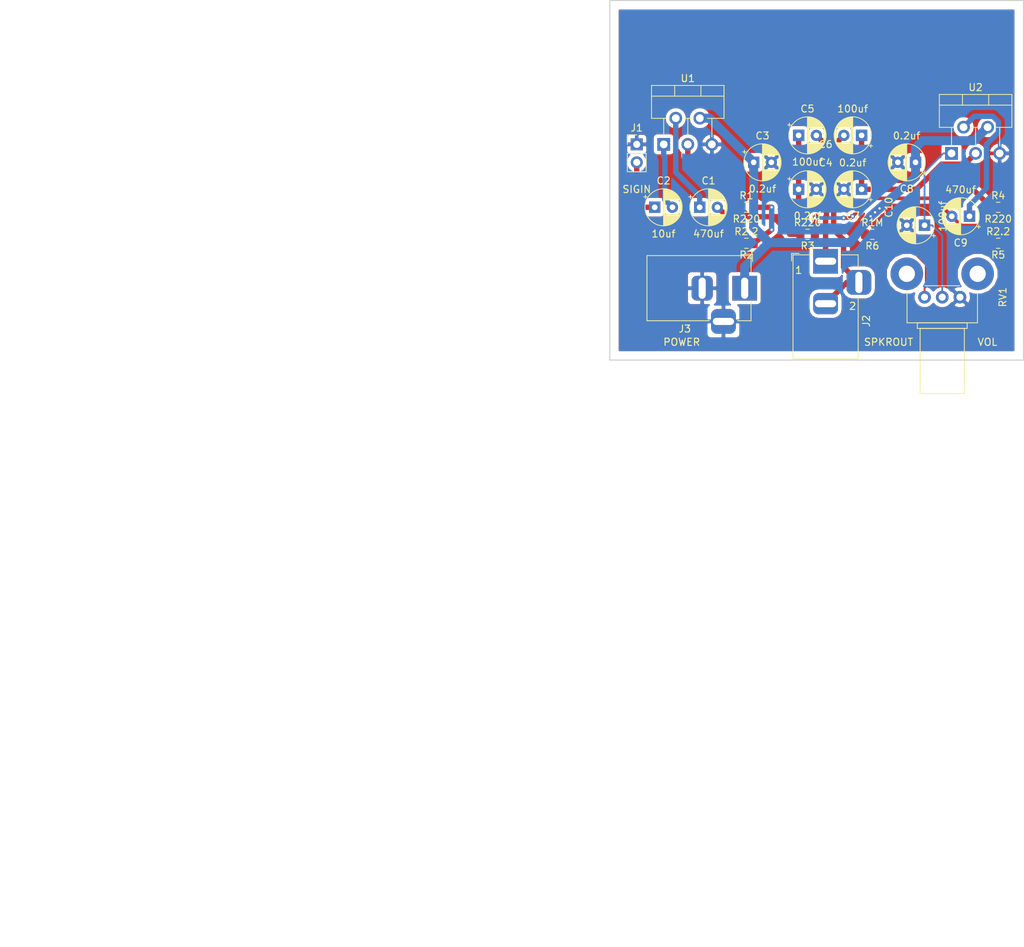
<source format=kicad_pcb>
(kicad_pcb (version 20171130) (host pcbnew 5.0.2+dfsg1-1~bpo9+1)

  (general
    (thickness 1.6)
    (drawings 12)
    (tracks 111)
    (zones 0)
    (modules 22)
    (nets 15)
  )

  (page USLetter)
  (title_block
    (title "Project Title")
  )

  (layers
    (0 F.Cu signal)
    (31 B.Cu signal)
    (34 B.Paste user)
    (35 F.Paste user)
    (36 B.SilkS user)
    (37 F.SilkS user)
    (38 B.Mask user)
    (39 F.Mask user)
    (40 Dwgs.User user)
    (44 Edge.Cuts user)
    (46 B.CrtYd user)
    (47 F.CrtYd user)
    (48 B.Fab user)
    (49 F.Fab user)
  )

  (setup
    (last_trace_width 0.254)
    (user_trace_width 0.1524)
    (user_trace_width 0.254)
    (user_trace_width 0.3302)
    (user_trace_width 0.508)
    (user_trace_width 0.762)
    (user_trace_width 1.27)
    (trace_clearance 0.254)
    (zone_clearance 0.508)
    (zone_45_only no)
    (trace_min 0.1524)
    (segment_width 0.1524)
    (edge_width 0.1524)
    (via_size 0.6858)
    (via_drill 0.3302)
    (via_min_size 0.6858)
    (via_min_drill 0.3302)
    (user_via 0.6858 0.3302)
    (user_via 0.762 0.4064)
    (user_via 0.8636 0.508)
    (uvia_size 0.6858)
    (uvia_drill 0.3302)
    (uvias_allowed no)
    (uvia_min_size 0)
    (uvia_min_drill 0)
    (pcb_text_width 0.1524)
    (pcb_text_size 1.016 1.016)
    (mod_edge_width 0.1524)
    (mod_text_size 1.016 1.016)
    (mod_text_width 0.1524)
    (pad_size 3.5 3.5)
    (pad_drill 3)
    (pad_to_mask_clearance 0.0762)
    (solder_mask_min_width 0.1016)
    (pad_to_paste_clearance -0.0762)
    (aux_axis_origin 0 0)
    (visible_elements 7FFFFFFF)
    (pcbplotparams
      (layerselection 0x310fc_ffffffff)
      (usegerberextensions true)
      (usegerberattributes false)
      (usegerberadvancedattributes false)
      (creategerberjobfile false)
      (excludeedgelayer true)
      (linewidth 0.100000)
      (plotframeref false)
      (viasonmask false)
      (mode 1)
      (useauxorigin false)
      (hpglpennumber 1)
      (hpglpenspeed 20)
      (hpglpendiameter 15.000000)
      (psnegative false)
      (psa4output false)
      (plotreference true)
      (plotvalue true)
      (plotinvisibletext false)
      (padsonsilk false)
      (subtractmaskfromsilk false)
      (outputformat 1)
      (mirror false)
      (drillshape 0)
      (scaleselection 1)
      (outputdirectory "gerbers/"))
  )

  (net 0 "")
  (net 1 "Net-(C1-Pad2)")
  (net 2 +12V)
  (net 3 GND)
  (net 4 "Net-(C9-Pad2)")
  (net 5 /OP1INV)
  (net 6 /OP1NONINV)
  (net 7 /INPUT)
  (net 8 /OP1OUT)
  (net 9 /SPKOUT1)
  (net 10 /OP2OUT)
  (net 11 /SPKOUT2)
  (net 12 /OP2INV)
  (net 13 /OP2NONINV)
  (net 14 /VOLPOT)

  (net_class Default "This is the default net class."
    (clearance 0.254)
    (trace_width 0.254)
    (via_dia 0.6858)
    (via_drill 0.3302)
    (uvia_dia 0.6858)
    (uvia_drill 0.3302)
    (add_net +12V)
    (add_net /INPUT)
    (add_net /OP1INV)
    (add_net /OP1NONINV)
    (add_net /OP1OUT)
    (add_net /OP2INV)
    (add_net /OP2NONINV)
    (add_net /OP2OUT)
    (add_net /SPKOUT1)
    (add_net /SPKOUT2)
    (add_net /VOLPOT)
    (add_net GND)
    (add_net "Net-(C1-Pad2)")
    (add_net "Net-(C9-Pad2)")
  )

  (module Capacitor_THT:CP_Radial_D5.0mm_P2.50mm (layer F.Cu) (tedit 5E4CC9DF) (tstamp 5E59678E)
    (at 116.84 95.25)
    (descr "CP, Radial series, Radial, pin pitch=2.50mm, , diameter=5mm, Electrolytic Capacitor")
    (tags "CP Radial series Radial pin pitch 2.50mm  diameter 5mm Electrolytic Capacitor")
    (path /5E4CC090)
    (fp_text reference C1 (at 1.25 -3.75) (layer F.SilkS)
      (effects (font (size 1 1) (thickness 0.15)))
    )
    (fp_text value 470uf (at 1.25 3.75) (layer F.SilkS)
      (effects (font (size 1 1) (thickness 0.15)))
    )
    (fp_text user %R (at 1.25 0) (layer F.Fab)
      (effects (font (size 1 1) (thickness 0.15)))
    )
    (fp_line (start -1.304775 -1.725) (end -1.304775 -1.225) (layer F.SilkS) (width 0.12))
    (fp_line (start -1.554775 -1.475) (end -1.054775 -1.475) (layer F.SilkS) (width 0.12))
    (fp_line (start 3.851 -0.284) (end 3.851 0.284) (layer F.SilkS) (width 0.12))
    (fp_line (start 3.811 -0.518) (end 3.811 0.518) (layer F.SilkS) (width 0.12))
    (fp_line (start 3.771 -0.677) (end 3.771 0.677) (layer F.SilkS) (width 0.12))
    (fp_line (start 3.731 -0.805) (end 3.731 0.805) (layer F.SilkS) (width 0.12))
    (fp_line (start 3.691 -0.915) (end 3.691 0.915) (layer F.SilkS) (width 0.12))
    (fp_line (start 3.651 -1.011) (end 3.651 1.011) (layer F.SilkS) (width 0.12))
    (fp_line (start 3.611 -1.098) (end 3.611 1.098) (layer F.SilkS) (width 0.12))
    (fp_line (start 3.571 -1.178) (end 3.571 1.178) (layer F.SilkS) (width 0.12))
    (fp_line (start 3.531 1.04) (end 3.531 1.251) (layer F.SilkS) (width 0.12))
    (fp_line (start 3.531 -1.251) (end 3.531 -1.04) (layer F.SilkS) (width 0.12))
    (fp_line (start 3.491 1.04) (end 3.491 1.319) (layer F.SilkS) (width 0.12))
    (fp_line (start 3.491 -1.319) (end 3.491 -1.04) (layer F.SilkS) (width 0.12))
    (fp_line (start 3.451 1.04) (end 3.451 1.383) (layer F.SilkS) (width 0.12))
    (fp_line (start 3.451 -1.383) (end 3.451 -1.04) (layer F.SilkS) (width 0.12))
    (fp_line (start 3.411 1.04) (end 3.411 1.443) (layer F.SilkS) (width 0.12))
    (fp_line (start 3.411 -1.443) (end 3.411 -1.04) (layer F.SilkS) (width 0.12))
    (fp_line (start 3.371 1.04) (end 3.371 1.5) (layer F.SilkS) (width 0.12))
    (fp_line (start 3.371 -1.5) (end 3.371 -1.04) (layer F.SilkS) (width 0.12))
    (fp_line (start 3.331 1.04) (end 3.331 1.554) (layer F.SilkS) (width 0.12))
    (fp_line (start 3.331 -1.554) (end 3.331 -1.04) (layer F.SilkS) (width 0.12))
    (fp_line (start 3.291 1.04) (end 3.291 1.605) (layer F.SilkS) (width 0.12))
    (fp_line (start 3.291 -1.605) (end 3.291 -1.04) (layer F.SilkS) (width 0.12))
    (fp_line (start 3.251 1.04) (end 3.251 1.653) (layer F.SilkS) (width 0.12))
    (fp_line (start 3.251 -1.653) (end 3.251 -1.04) (layer F.SilkS) (width 0.12))
    (fp_line (start 3.211 1.04) (end 3.211 1.699) (layer F.SilkS) (width 0.12))
    (fp_line (start 3.211 -1.699) (end 3.211 -1.04) (layer F.SilkS) (width 0.12))
    (fp_line (start 3.171 1.04) (end 3.171 1.743) (layer F.SilkS) (width 0.12))
    (fp_line (start 3.171 -1.743) (end 3.171 -1.04) (layer F.SilkS) (width 0.12))
    (fp_line (start 3.131 1.04) (end 3.131 1.785) (layer F.SilkS) (width 0.12))
    (fp_line (start 3.131 -1.785) (end 3.131 -1.04) (layer F.SilkS) (width 0.12))
    (fp_line (start 3.091 1.04) (end 3.091 1.826) (layer F.SilkS) (width 0.12))
    (fp_line (start 3.091 -1.826) (end 3.091 -1.04) (layer F.SilkS) (width 0.12))
    (fp_line (start 3.051 1.04) (end 3.051 1.864) (layer F.SilkS) (width 0.12))
    (fp_line (start 3.051 -1.864) (end 3.051 -1.04) (layer F.SilkS) (width 0.12))
    (fp_line (start 3.011 1.04) (end 3.011 1.901) (layer F.SilkS) (width 0.12))
    (fp_line (start 3.011 -1.901) (end 3.011 -1.04) (layer F.SilkS) (width 0.12))
    (fp_line (start 2.971 1.04) (end 2.971 1.937) (layer F.SilkS) (width 0.12))
    (fp_line (start 2.971 -1.937) (end 2.971 -1.04) (layer F.SilkS) (width 0.12))
    (fp_line (start 2.931 1.04) (end 2.931 1.971) (layer F.SilkS) (width 0.12))
    (fp_line (start 2.931 -1.971) (end 2.931 -1.04) (layer F.SilkS) (width 0.12))
    (fp_line (start 2.891 1.04) (end 2.891 2.004) (layer F.SilkS) (width 0.12))
    (fp_line (start 2.891 -2.004) (end 2.891 -1.04) (layer F.SilkS) (width 0.12))
    (fp_line (start 2.851 1.04) (end 2.851 2.035) (layer F.SilkS) (width 0.12))
    (fp_line (start 2.851 -2.035) (end 2.851 -1.04) (layer F.SilkS) (width 0.12))
    (fp_line (start 2.811 1.04) (end 2.811 2.065) (layer F.SilkS) (width 0.12))
    (fp_line (start 2.811 -2.065) (end 2.811 -1.04) (layer F.SilkS) (width 0.12))
    (fp_line (start 2.771 1.04) (end 2.771 2.095) (layer F.SilkS) (width 0.12))
    (fp_line (start 2.771 -2.095) (end 2.771 -1.04) (layer F.SilkS) (width 0.12))
    (fp_line (start 2.731 1.04) (end 2.731 2.122) (layer F.SilkS) (width 0.12))
    (fp_line (start 2.731 -2.122) (end 2.731 -1.04) (layer F.SilkS) (width 0.12))
    (fp_line (start 2.691 1.04) (end 2.691 2.149) (layer F.SilkS) (width 0.12))
    (fp_line (start 2.691 -2.149) (end 2.691 -1.04) (layer F.SilkS) (width 0.12))
    (fp_line (start 2.651 1.04) (end 2.651 2.175) (layer F.SilkS) (width 0.12))
    (fp_line (start 2.651 -2.175) (end 2.651 -1.04) (layer F.SilkS) (width 0.12))
    (fp_line (start 2.611 1.04) (end 2.611 2.2) (layer F.SilkS) (width 0.12))
    (fp_line (start 2.611 -2.2) (end 2.611 -1.04) (layer F.SilkS) (width 0.12))
    (fp_line (start 2.571 1.04) (end 2.571 2.224) (layer F.SilkS) (width 0.12))
    (fp_line (start 2.571 -2.224) (end 2.571 -1.04) (layer F.SilkS) (width 0.12))
    (fp_line (start 2.531 1.04) (end 2.531 2.247) (layer F.SilkS) (width 0.12))
    (fp_line (start 2.531 -2.247) (end 2.531 -1.04) (layer F.SilkS) (width 0.12))
    (fp_line (start 2.491 1.04) (end 2.491 2.268) (layer F.SilkS) (width 0.12))
    (fp_line (start 2.491 -2.268) (end 2.491 -1.04) (layer F.SilkS) (width 0.12))
    (fp_line (start 2.451 1.04) (end 2.451 2.29) (layer F.SilkS) (width 0.12))
    (fp_line (start 2.451 -2.29) (end 2.451 -1.04) (layer F.SilkS) (width 0.12))
    (fp_line (start 2.411 1.04) (end 2.411 2.31) (layer F.SilkS) (width 0.12))
    (fp_line (start 2.411 -2.31) (end 2.411 -1.04) (layer F.SilkS) (width 0.12))
    (fp_line (start 2.371 1.04) (end 2.371 2.329) (layer F.SilkS) (width 0.12))
    (fp_line (start 2.371 -2.329) (end 2.371 -1.04) (layer F.SilkS) (width 0.12))
    (fp_line (start 2.331 1.04) (end 2.331 2.348) (layer F.SilkS) (width 0.12))
    (fp_line (start 2.331 -2.348) (end 2.331 -1.04) (layer F.SilkS) (width 0.12))
    (fp_line (start 2.291 1.04) (end 2.291 2.365) (layer F.SilkS) (width 0.12))
    (fp_line (start 2.291 -2.365) (end 2.291 -1.04) (layer F.SilkS) (width 0.12))
    (fp_line (start 2.251 1.04) (end 2.251 2.382) (layer F.SilkS) (width 0.12))
    (fp_line (start 2.251 -2.382) (end 2.251 -1.04) (layer F.SilkS) (width 0.12))
    (fp_line (start 2.211 1.04) (end 2.211 2.398) (layer F.SilkS) (width 0.12))
    (fp_line (start 2.211 -2.398) (end 2.211 -1.04) (layer F.SilkS) (width 0.12))
    (fp_line (start 2.171 1.04) (end 2.171 2.414) (layer F.SilkS) (width 0.12))
    (fp_line (start 2.171 -2.414) (end 2.171 -1.04) (layer F.SilkS) (width 0.12))
    (fp_line (start 2.131 1.04) (end 2.131 2.428) (layer F.SilkS) (width 0.12))
    (fp_line (start 2.131 -2.428) (end 2.131 -1.04) (layer F.SilkS) (width 0.12))
    (fp_line (start 2.091 1.04) (end 2.091 2.442) (layer F.SilkS) (width 0.12))
    (fp_line (start 2.091 -2.442) (end 2.091 -1.04) (layer F.SilkS) (width 0.12))
    (fp_line (start 2.051 1.04) (end 2.051 2.455) (layer F.SilkS) (width 0.12))
    (fp_line (start 2.051 -2.455) (end 2.051 -1.04) (layer F.SilkS) (width 0.12))
    (fp_line (start 2.011 1.04) (end 2.011 2.468) (layer F.SilkS) (width 0.12))
    (fp_line (start 2.011 -2.468) (end 2.011 -1.04) (layer F.SilkS) (width 0.12))
    (fp_line (start 1.971 1.04) (end 1.971 2.48) (layer F.SilkS) (width 0.12))
    (fp_line (start 1.971 -2.48) (end 1.971 -1.04) (layer F.SilkS) (width 0.12))
    (fp_line (start 1.93 1.04) (end 1.93 2.491) (layer F.SilkS) (width 0.12))
    (fp_line (start 1.93 -2.491) (end 1.93 -1.04) (layer F.SilkS) (width 0.12))
    (fp_line (start 1.89 1.04) (end 1.89 2.501) (layer F.SilkS) (width 0.12))
    (fp_line (start 1.89 -2.501) (end 1.89 -1.04) (layer F.SilkS) (width 0.12))
    (fp_line (start 1.85 1.04) (end 1.85 2.511) (layer F.SilkS) (width 0.12))
    (fp_line (start 1.85 -2.511) (end 1.85 -1.04) (layer F.SilkS) (width 0.12))
    (fp_line (start 1.81 1.04) (end 1.81 2.52) (layer F.SilkS) (width 0.12))
    (fp_line (start 1.81 -2.52) (end 1.81 -1.04) (layer F.SilkS) (width 0.12))
    (fp_line (start 1.77 1.04) (end 1.77 2.528) (layer F.SilkS) (width 0.12))
    (fp_line (start 1.77 -2.528) (end 1.77 -1.04) (layer F.SilkS) (width 0.12))
    (fp_line (start 1.73 1.04) (end 1.73 2.536) (layer F.SilkS) (width 0.12))
    (fp_line (start 1.73 -2.536) (end 1.73 -1.04) (layer F.SilkS) (width 0.12))
    (fp_line (start 1.69 1.04) (end 1.69 2.543) (layer F.SilkS) (width 0.12))
    (fp_line (start 1.69 -2.543) (end 1.69 -1.04) (layer F.SilkS) (width 0.12))
    (fp_line (start 1.65 1.04) (end 1.65 2.55) (layer F.SilkS) (width 0.12))
    (fp_line (start 1.65 -2.55) (end 1.65 -1.04) (layer F.SilkS) (width 0.12))
    (fp_line (start 1.61 1.04) (end 1.61 2.556) (layer F.SilkS) (width 0.12))
    (fp_line (start 1.61 -2.556) (end 1.61 -1.04) (layer F.SilkS) (width 0.12))
    (fp_line (start 1.57 1.04) (end 1.57 2.561) (layer F.SilkS) (width 0.12))
    (fp_line (start 1.57 -2.561) (end 1.57 -1.04) (layer F.SilkS) (width 0.12))
    (fp_line (start 1.53 1.04) (end 1.53 2.565) (layer F.SilkS) (width 0.12))
    (fp_line (start 1.53 -2.565) (end 1.53 -1.04) (layer F.SilkS) (width 0.12))
    (fp_line (start 1.49 1.04) (end 1.49 2.569) (layer F.SilkS) (width 0.12))
    (fp_line (start 1.49 -2.569) (end 1.49 -1.04) (layer F.SilkS) (width 0.12))
    (fp_line (start 1.45 -2.573) (end 1.45 2.573) (layer F.SilkS) (width 0.12))
    (fp_line (start 1.41 -2.576) (end 1.41 2.576) (layer F.SilkS) (width 0.12))
    (fp_line (start 1.37 -2.578) (end 1.37 2.578) (layer F.SilkS) (width 0.12))
    (fp_line (start 1.33 -2.579) (end 1.33 2.579) (layer F.SilkS) (width 0.12))
    (fp_line (start 1.29 -2.58) (end 1.29 2.58) (layer F.SilkS) (width 0.12))
    (fp_line (start 1.25 -2.58) (end 1.25 2.58) (layer F.SilkS) (width 0.12))
    (fp_line (start -0.633605 -1.3375) (end -0.633605 -0.8375) (layer F.Fab) (width 0.1))
    (fp_line (start -0.883605 -1.0875) (end -0.383605 -1.0875) (layer F.Fab) (width 0.1))
    (fp_circle (center 1.25 0) (end 4 0) (layer F.CrtYd) (width 0.05))
    (fp_circle (center 1.25 0) (end 3.87 0) (layer F.SilkS) (width 0.12))
    (fp_circle (center 1.25 0) (end 3.75 0) (layer F.Fab) (width 0.1))
    (pad 2 thru_hole circle (at 2.5 0) (size 1.6 1.6) (drill 0.8) (layers *.Cu *.Mask)
      (net 1 "Net-(C1-Pad2)"))
    (pad 1 thru_hole rect (at 0 0) (size 1.6 1.6) (drill 0.8) (layers *.Cu *.Mask)
      (net 5 /OP1INV))
    (model ${KISYS3DMOD}/Capacitor_THT.3dshapes/CP_Radial_D5.0mm_P2.50mm.wrl
      (at (xyz 0 0 0))
      (scale (xyz 1 1 1))
      (rotate (xyz 0 0 0))
    )
  )

  (module Capacitor_THT:CP_Radial_D5.0mm_P2.50mm (layer F.Cu) (tedit 5E4CC9E3) (tstamp 5E596812)
    (at 110.49 95.25)
    (descr "CP, Radial series, Radial, pin pitch=2.50mm, , diameter=5mm, Electrolytic Capacitor")
    (tags "CP Radial series Radial pin pitch 2.50mm  diameter 5mm Electrolytic Capacitor")
    (path /5E4CB80B)
    (fp_text reference C2 (at 1.25 -3.75) (layer F.SilkS)
      (effects (font (size 1 1) (thickness 0.15)))
    )
    (fp_text value 10uf (at 1.25 3.75) (layer F.SilkS)
      (effects (font (size 1 1) (thickness 0.15)))
    )
    (fp_text user %R (at 1.25 0) (layer F.Fab)
      (effects (font (size 1 1) (thickness 0.15)))
    )
    (fp_line (start -1.304775 -1.725) (end -1.304775 -1.225) (layer F.SilkS) (width 0.12))
    (fp_line (start -1.554775 -1.475) (end -1.054775 -1.475) (layer F.SilkS) (width 0.12))
    (fp_line (start 3.851 -0.284) (end 3.851 0.284) (layer F.SilkS) (width 0.12))
    (fp_line (start 3.811 -0.518) (end 3.811 0.518) (layer F.SilkS) (width 0.12))
    (fp_line (start 3.771 -0.677) (end 3.771 0.677) (layer F.SilkS) (width 0.12))
    (fp_line (start 3.731 -0.805) (end 3.731 0.805) (layer F.SilkS) (width 0.12))
    (fp_line (start 3.691 -0.915) (end 3.691 0.915) (layer F.SilkS) (width 0.12))
    (fp_line (start 3.651 -1.011) (end 3.651 1.011) (layer F.SilkS) (width 0.12))
    (fp_line (start 3.611 -1.098) (end 3.611 1.098) (layer F.SilkS) (width 0.12))
    (fp_line (start 3.571 -1.178) (end 3.571 1.178) (layer F.SilkS) (width 0.12))
    (fp_line (start 3.531 1.04) (end 3.531 1.251) (layer F.SilkS) (width 0.12))
    (fp_line (start 3.531 -1.251) (end 3.531 -1.04) (layer F.SilkS) (width 0.12))
    (fp_line (start 3.491 1.04) (end 3.491 1.319) (layer F.SilkS) (width 0.12))
    (fp_line (start 3.491 -1.319) (end 3.491 -1.04) (layer F.SilkS) (width 0.12))
    (fp_line (start 3.451 1.04) (end 3.451 1.383) (layer F.SilkS) (width 0.12))
    (fp_line (start 3.451 -1.383) (end 3.451 -1.04) (layer F.SilkS) (width 0.12))
    (fp_line (start 3.411 1.04) (end 3.411 1.443) (layer F.SilkS) (width 0.12))
    (fp_line (start 3.411 -1.443) (end 3.411 -1.04) (layer F.SilkS) (width 0.12))
    (fp_line (start 3.371 1.04) (end 3.371 1.5) (layer F.SilkS) (width 0.12))
    (fp_line (start 3.371 -1.5) (end 3.371 -1.04) (layer F.SilkS) (width 0.12))
    (fp_line (start 3.331 1.04) (end 3.331 1.554) (layer F.SilkS) (width 0.12))
    (fp_line (start 3.331 -1.554) (end 3.331 -1.04) (layer F.SilkS) (width 0.12))
    (fp_line (start 3.291 1.04) (end 3.291 1.605) (layer F.SilkS) (width 0.12))
    (fp_line (start 3.291 -1.605) (end 3.291 -1.04) (layer F.SilkS) (width 0.12))
    (fp_line (start 3.251 1.04) (end 3.251 1.653) (layer F.SilkS) (width 0.12))
    (fp_line (start 3.251 -1.653) (end 3.251 -1.04) (layer F.SilkS) (width 0.12))
    (fp_line (start 3.211 1.04) (end 3.211 1.699) (layer F.SilkS) (width 0.12))
    (fp_line (start 3.211 -1.699) (end 3.211 -1.04) (layer F.SilkS) (width 0.12))
    (fp_line (start 3.171 1.04) (end 3.171 1.743) (layer F.SilkS) (width 0.12))
    (fp_line (start 3.171 -1.743) (end 3.171 -1.04) (layer F.SilkS) (width 0.12))
    (fp_line (start 3.131 1.04) (end 3.131 1.785) (layer F.SilkS) (width 0.12))
    (fp_line (start 3.131 -1.785) (end 3.131 -1.04) (layer F.SilkS) (width 0.12))
    (fp_line (start 3.091 1.04) (end 3.091 1.826) (layer F.SilkS) (width 0.12))
    (fp_line (start 3.091 -1.826) (end 3.091 -1.04) (layer F.SilkS) (width 0.12))
    (fp_line (start 3.051 1.04) (end 3.051 1.864) (layer F.SilkS) (width 0.12))
    (fp_line (start 3.051 -1.864) (end 3.051 -1.04) (layer F.SilkS) (width 0.12))
    (fp_line (start 3.011 1.04) (end 3.011 1.901) (layer F.SilkS) (width 0.12))
    (fp_line (start 3.011 -1.901) (end 3.011 -1.04) (layer F.SilkS) (width 0.12))
    (fp_line (start 2.971 1.04) (end 2.971 1.937) (layer F.SilkS) (width 0.12))
    (fp_line (start 2.971 -1.937) (end 2.971 -1.04) (layer F.SilkS) (width 0.12))
    (fp_line (start 2.931 1.04) (end 2.931 1.971) (layer F.SilkS) (width 0.12))
    (fp_line (start 2.931 -1.971) (end 2.931 -1.04) (layer F.SilkS) (width 0.12))
    (fp_line (start 2.891 1.04) (end 2.891 2.004) (layer F.SilkS) (width 0.12))
    (fp_line (start 2.891 -2.004) (end 2.891 -1.04) (layer F.SilkS) (width 0.12))
    (fp_line (start 2.851 1.04) (end 2.851 2.035) (layer F.SilkS) (width 0.12))
    (fp_line (start 2.851 -2.035) (end 2.851 -1.04) (layer F.SilkS) (width 0.12))
    (fp_line (start 2.811 1.04) (end 2.811 2.065) (layer F.SilkS) (width 0.12))
    (fp_line (start 2.811 -2.065) (end 2.811 -1.04) (layer F.SilkS) (width 0.12))
    (fp_line (start 2.771 1.04) (end 2.771 2.095) (layer F.SilkS) (width 0.12))
    (fp_line (start 2.771 -2.095) (end 2.771 -1.04) (layer F.SilkS) (width 0.12))
    (fp_line (start 2.731 1.04) (end 2.731 2.122) (layer F.SilkS) (width 0.12))
    (fp_line (start 2.731 -2.122) (end 2.731 -1.04) (layer F.SilkS) (width 0.12))
    (fp_line (start 2.691 1.04) (end 2.691 2.149) (layer F.SilkS) (width 0.12))
    (fp_line (start 2.691 -2.149) (end 2.691 -1.04) (layer F.SilkS) (width 0.12))
    (fp_line (start 2.651 1.04) (end 2.651 2.175) (layer F.SilkS) (width 0.12))
    (fp_line (start 2.651 -2.175) (end 2.651 -1.04) (layer F.SilkS) (width 0.12))
    (fp_line (start 2.611 1.04) (end 2.611 2.2) (layer F.SilkS) (width 0.12))
    (fp_line (start 2.611 -2.2) (end 2.611 -1.04) (layer F.SilkS) (width 0.12))
    (fp_line (start 2.571 1.04) (end 2.571 2.224) (layer F.SilkS) (width 0.12))
    (fp_line (start 2.571 -2.224) (end 2.571 -1.04) (layer F.SilkS) (width 0.12))
    (fp_line (start 2.531 1.04) (end 2.531 2.247) (layer F.SilkS) (width 0.12))
    (fp_line (start 2.531 -2.247) (end 2.531 -1.04) (layer F.SilkS) (width 0.12))
    (fp_line (start 2.491 1.04) (end 2.491 2.268) (layer F.SilkS) (width 0.12))
    (fp_line (start 2.491 -2.268) (end 2.491 -1.04) (layer F.SilkS) (width 0.12))
    (fp_line (start 2.451 1.04) (end 2.451 2.29) (layer F.SilkS) (width 0.12))
    (fp_line (start 2.451 -2.29) (end 2.451 -1.04) (layer F.SilkS) (width 0.12))
    (fp_line (start 2.411 1.04) (end 2.411 2.31) (layer F.SilkS) (width 0.12))
    (fp_line (start 2.411 -2.31) (end 2.411 -1.04) (layer F.SilkS) (width 0.12))
    (fp_line (start 2.371 1.04) (end 2.371 2.329) (layer F.SilkS) (width 0.12))
    (fp_line (start 2.371 -2.329) (end 2.371 -1.04) (layer F.SilkS) (width 0.12))
    (fp_line (start 2.331 1.04) (end 2.331 2.348) (layer F.SilkS) (width 0.12))
    (fp_line (start 2.331 -2.348) (end 2.331 -1.04) (layer F.SilkS) (width 0.12))
    (fp_line (start 2.291 1.04) (end 2.291 2.365) (layer F.SilkS) (width 0.12))
    (fp_line (start 2.291 -2.365) (end 2.291 -1.04) (layer F.SilkS) (width 0.12))
    (fp_line (start 2.251 1.04) (end 2.251 2.382) (layer F.SilkS) (width 0.12))
    (fp_line (start 2.251 -2.382) (end 2.251 -1.04) (layer F.SilkS) (width 0.12))
    (fp_line (start 2.211 1.04) (end 2.211 2.398) (layer F.SilkS) (width 0.12))
    (fp_line (start 2.211 -2.398) (end 2.211 -1.04) (layer F.SilkS) (width 0.12))
    (fp_line (start 2.171 1.04) (end 2.171 2.414) (layer F.SilkS) (width 0.12))
    (fp_line (start 2.171 -2.414) (end 2.171 -1.04) (layer F.SilkS) (width 0.12))
    (fp_line (start 2.131 1.04) (end 2.131 2.428) (layer F.SilkS) (width 0.12))
    (fp_line (start 2.131 -2.428) (end 2.131 -1.04) (layer F.SilkS) (width 0.12))
    (fp_line (start 2.091 1.04) (end 2.091 2.442) (layer F.SilkS) (width 0.12))
    (fp_line (start 2.091 -2.442) (end 2.091 -1.04) (layer F.SilkS) (width 0.12))
    (fp_line (start 2.051 1.04) (end 2.051 2.455) (layer F.SilkS) (width 0.12))
    (fp_line (start 2.051 -2.455) (end 2.051 -1.04) (layer F.SilkS) (width 0.12))
    (fp_line (start 2.011 1.04) (end 2.011 2.468) (layer F.SilkS) (width 0.12))
    (fp_line (start 2.011 -2.468) (end 2.011 -1.04) (layer F.SilkS) (width 0.12))
    (fp_line (start 1.971 1.04) (end 1.971 2.48) (layer F.SilkS) (width 0.12))
    (fp_line (start 1.971 -2.48) (end 1.971 -1.04) (layer F.SilkS) (width 0.12))
    (fp_line (start 1.93 1.04) (end 1.93 2.491) (layer F.SilkS) (width 0.12))
    (fp_line (start 1.93 -2.491) (end 1.93 -1.04) (layer F.SilkS) (width 0.12))
    (fp_line (start 1.89 1.04) (end 1.89 2.501) (layer F.SilkS) (width 0.12))
    (fp_line (start 1.89 -2.501) (end 1.89 -1.04) (layer F.SilkS) (width 0.12))
    (fp_line (start 1.85 1.04) (end 1.85 2.511) (layer F.SilkS) (width 0.12))
    (fp_line (start 1.85 -2.511) (end 1.85 -1.04) (layer F.SilkS) (width 0.12))
    (fp_line (start 1.81 1.04) (end 1.81 2.52) (layer F.SilkS) (width 0.12))
    (fp_line (start 1.81 -2.52) (end 1.81 -1.04) (layer F.SilkS) (width 0.12))
    (fp_line (start 1.77 1.04) (end 1.77 2.528) (layer F.SilkS) (width 0.12))
    (fp_line (start 1.77 -2.528) (end 1.77 -1.04) (layer F.SilkS) (width 0.12))
    (fp_line (start 1.73 1.04) (end 1.73 2.536) (layer F.SilkS) (width 0.12))
    (fp_line (start 1.73 -2.536) (end 1.73 -1.04) (layer F.SilkS) (width 0.12))
    (fp_line (start 1.69 1.04) (end 1.69 2.543) (layer F.SilkS) (width 0.12))
    (fp_line (start 1.69 -2.543) (end 1.69 -1.04) (layer F.SilkS) (width 0.12))
    (fp_line (start 1.65 1.04) (end 1.65 2.55) (layer F.SilkS) (width 0.12))
    (fp_line (start 1.65 -2.55) (end 1.65 -1.04) (layer F.SilkS) (width 0.12))
    (fp_line (start 1.61 1.04) (end 1.61 2.556) (layer F.SilkS) (width 0.12))
    (fp_line (start 1.61 -2.556) (end 1.61 -1.04) (layer F.SilkS) (width 0.12))
    (fp_line (start 1.57 1.04) (end 1.57 2.561) (layer F.SilkS) (width 0.12))
    (fp_line (start 1.57 -2.561) (end 1.57 -1.04) (layer F.SilkS) (width 0.12))
    (fp_line (start 1.53 1.04) (end 1.53 2.565) (layer F.SilkS) (width 0.12))
    (fp_line (start 1.53 -2.565) (end 1.53 -1.04) (layer F.SilkS) (width 0.12))
    (fp_line (start 1.49 1.04) (end 1.49 2.569) (layer F.SilkS) (width 0.12))
    (fp_line (start 1.49 -2.569) (end 1.49 -1.04) (layer F.SilkS) (width 0.12))
    (fp_line (start 1.45 -2.573) (end 1.45 2.573) (layer F.SilkS) (width 0.12))
    (fp_line (start 1.41 -2.576) (end 1.41 2.576) (layer F.SilkS) (width 0.12))
    (fp_line (start 1.37 -2.578) (end 1.37 2.578) (layer F.SilkS) (width 0.12))
    (fp_line (start 1.33 -2.579) (end 1.33 2.579) (layer F.SilkS) (width 0.12))
    (fp_line (start 1.29 -2.58) (end 1.29 2.58) (layer F.SilkS) (width 0.12))
    (fp_line (start 1.25 -2.58) (end 1.25 2.58) (layer F.SilkS) (width 0.12))
    (fp_line (start -0.633605 -1.3375) (end -0.633605 -0.8375) (layer F.Fab) (width 0.1))
    (fp_line (start -0.883605 -1.0875) (end -0.383605 -1.0875) (layer F.Fab) (width 0.1))
    (fp_circle (center 1.25 0) (end 4 0) (layer F.CrtYd) (width 0.05))
    (fp_circle (center 1.25 0) (end 3.87 0) (layer F.SilkS) (width 0.12))
    (fp_circle (center 1.25 0) (end 3.75 0) (layer F.Fab) (width 0.1))
    (pad 2 thru_hole circle (at 2.5 0) (size 1.6 1.6) (drill 0.8) (layers *.Cu *.Mask)
      (net 6 /OP1NONINV))
    (pad 1 thru_hole rect (at 0 0) (size 1.6 1.6) (drill 0.8) (layers *.Cu *.Mask)
      (net 7 /INPUT))
    (model ${KISYS3DMOD}/Capacitor_THT.3dshapes/CP_Radial_D5.0mm_P2.50mm.wrl
      (at (xyz 0 0 0))
      (scale (xyz 1 1 1))
      (rotate (xyz 0 0 0))
    )
  )

  (module Capacitor_THT:CP_Radial_D5.0mm_P2.50mm (layer F.Cu) (tedit 5E4CC9CE) (tstamp 5E596896)
    (at 124.46 88.9)
    (descr "CP, Radial series, Radial, pin pitch=2.50mm, , diameter=5mm, Electrolytic Capacitor")
    (tags "CP Radial series Radial pin pitch 2.50mm  diameter 5mm Electrolytic Capacitor")
    (path /5E4CC659)
    (fp_text reference C3 (at 1.25 -3.75) (layer F.SilkS)
      (effects (font (size 1 1) (thickness 0.15)))
    )
    (fp_text value 0.2uf (at 1.25 3.75) (layer F.SilkS)
      (effects (font (size 1 1) (thickness 0.15)))
    )
    (fp_circle (center 1.25 0) (end 3.75 0) (layer F.Fab) (width 0.1))
    (fp_circle (center 1.25 0) (end 3.87 0) (layer F.SilkS) (width 0.12))
    (fp_circle (center 1.25 0) (end 4 0) (layer F.CrtYd) (width 0.05))
    (fp_line (start -0.883605 -1.0875) (end -0.383605 -1.0875) (layer F.Fab) (width 0.1))
    (fp_line (start -0.633605 -1.3375) (end -0.633605 -0.8375) (layer F.Fab) (width 0.1))
    (fp_line (start 1.25 -2.58) (end 1.25 2.58) (layer F.SilkS) (width 0.12))
    (fp_line (start 1.29 -2.58) (end 1.29 2.58) (layer F.SilkS) (width 0.12))
    (fp_line (start 1.33 -2.579) (end 1.33 2.579) (layer F.SilkS) (width 0.12))
    (fp_line (start 1.37 -2.578) (end 1.37 2.578) (layer F.SilkS) (width 0.12))
    (fp_line (start 1.41 -2.576) (end 1.41 2.576) (layer F.SilkS) (width 0.12))
    (fp_line (start 1.45 -2.573) (end 1.45 2.573) (layer F.SilkS) (width 0.12))
    (fp_line (start 1.49 -2.569) (end 1.49 -1.04) (layer F.SilkS) (width 0.12))
    (fp_line (start 1.49 1.04) (end 1.49 2.569) (layer F.SilkS) (width 0.12))
    (fp_line (start 1.53 -2.565) (end 1.53 -1.04) (layer F.SilkS) (width 0.12))
    (fp_line (start 1.53 1.04) (end 1.53 2.565) (layer F.SilkS) (width 0.12))
    (fp_line (start 1.57 -2.561) (end 1.57 -1.04) (layer F.SilkS) (width 0.12))
    (fp_line (start 1.57 1.04) (end 1.57 2.561) (layer F.SilkS) (width 0.12))
    (fp_line (start 1.61 -2.556) (end 1.61 -1.04) (layer F.SilkS) (width 0.12))
    (fp_line (start 1.61 1.04) (end 1.61 2.556) (layer F.SilkS) (width 0.12))
    (fp_line (start 1.65 -2.55) (end 1.65 -1.04) (layer F.SilkS) (width 0.12))
    (fp_line (start 1.65 1.04) (end 1.65 2.55) (layer F.SilkS) (width 0.12))
    (fp_line (start 1.69 -2.543) (end 1.69 -1.04) (layer F.SilkS) (width 0.12))
    (fp_line (start 1.69 1.04) (end 1.69 2.543) (layer F.SilkS) (width 0.12))
    (fp_line (start 1.73 -2.536) (end 1.73 -1.04) (layer F.SilkS) (width 0.12))
    (fp_line (start 1.73 1.04) (end 1.73 2.536) (layer F.SilkS) (width 0.12))
    (fp_line (start 1.77 -2.528) (end 1.77 -1.04) (layer F.SilkS) (width 0.12))
    (fp_line (start 1.77 1.04) (end 1.77 2.528) (layer F.SilkS) (width 0.12))
    (fp_line (start 1.81 -2.52) (end 1.81 -1.04) (layer F.SilkS) (width 0.12))
    (fp_line (start 1.81 1.04) (end 1.81 2.52) (layer F.SilkS) (width 0.12))
    (fp_line (start 1.85 -2.511) (end 1.85 -1.04) (layer F.SilkS) (width 0.12))
    (fp_line (start 1.85 1.04) (end 1.85 2.511) (layer F.SilkS) (width 0.12))
    (fp_line (start 1.89 -2.501) (end 1.89 -1.04) (layer F.SilkS) (width 0.12))
    (fp_line (start 1.89 1.04) (end 1.89 2.501) (layer F.SilkS) (width 0.12))
    (fp_line (start 1.93 -2.491) (end 1.93 -1.04) (layer F.SilkS) (width 0.12))
    (fp_line (start 1.93 1.04) (end 1.93 2.491) (layer F.SilkS) (width 0.12))
    (fp_line (start 1.971 -2.48) (end 1.971 -1.04) (layer F.SilkS) (width 0.12))
    (fp_line (start 1.971 1.04) (end 1.971 2.48) (layer F.SilkS) (width 0.12))
    (fp_line (start 2.011 -2.468) (end 2.011 -1.04) (layer F.SilkS) (width 0.12))
    (fp_line (start 2.011 1.04) (end 2.011 2.468) (layer F.SilkS) (width 0.12))
    (fp_line (start 2.051 -2.455) (end 2.051 -1.04) (layer F.SilkS) (width 0.12))
    (fp_line (start 2.051 1.04) (end 2.051 2.455) (layer F.SilkS) (width 0.12))
    (fp_line (start 2.091 -2.442) (end 2.091 -1.04) (layer F.SilkS) (width 0.12))
    (fp_line (start 2.091 1.04) (end 2.091 2.442) (layer F.SilkS) (width 0.12))
    (fp_line (start 2.131 -2.428) (end 2.131 -1.04) (layer F.SilkS) (width 0.12))
    (fp_line (start 2.131 1.04) (end 2.131 2.428) (layer F.SilkS) (width 0.12))
    (fp_line (start 2.171 -2.414) (end 2.171 -1.04) (layer F.SilkS) (width 0.12))
    (fp_line (start 2.171 1.04) (end 2.171 2.414) (layer F.SilkS) (width 0.12))
    (fp_line (start 2.211 -2.398) (end 2.211 -1.04) (layer F.SilkS) (width 0.12))
    (fp_line (start 2.211 1.04) (end 2.211 2.398) (layer F.SilkS) (width 0.12))
    (fp_line (start 2.251 -2.382) (end 2.251 -1.04) (layer F.SilkS) (width 0.12))
    (fp_line (start 2.251 1.04) (end 2.251 2.382) (layer F.SilkS) (width 0.12))
    (fp_line (start 2.291 -2.365) (end 2.291 -1.04) (layer F.SilkS) (width 0.12))
    (fp_line (start 2.291 1.04) (end 2.291 2.365) (layer F.SilkS) (width 0.12))
    (fp_line (start 2.331 -2.348) (end 2.331 -1.04) (layer F.SilkS) (width 0.12))
    (fp_line (start 2.331 1.04) (end 2.331 2.348) (layer F.SilkS) (width 0.12))
    (fp_line (start 2.371 -2.329) (end 2.371 -1.04) (layer F.SilkS) (width 0.12))
    (fp_line (start 2.371 1.04) (end 2.371 2.329) (layer F.SilkS) (width 0.12))
    (fp_line (start 2.411 -2.31) (end 2.411 -1.04) (layer F.SilkS) (width 0.12))
    (fp_line (start 2.411 1.04) (end 2.411 2.31) (layer F.SilkS) (width 0.12))
    (fp_line (start 2.451 -2.29) (end 2.451 -1.04) (layer F.SilkS) (width 0.12))
    (fp_line (start 2.451 1.04) (end 2.451 2.29) (layer F.SilkS) (width 0.12))
    (fp_line (start 2.491 -2.268) (end 2.491 -1.04) (layer F.SilkS) (width 0.12))
    (fp_line (start 2.491 1.04) (end 2.491 2.268) (layer F.SilkS) (width 0.12))
    (fp_line (start 2.531 -2.247) (end 2.531 -1.04) (layer F.SilkS) (width 0.12))
    (fp_line (start 2.531 1.04) (end 2.531 2.247) (layer F.SilkS) (width 0.12))
    (fp_line (start 2.571 -2.224) (end 2.571 -1.04) (layer F.SilkS) (width 0.12))
    (fp_line (start 2.571 1.04) (end 2.571 2.224) (layer F.SilkS) (width 0.12))
    (fp_line (start 2.611 -2.2) (end 2.611 -1.04) (layer F.SilkS) (width 0.12))
    (fp_line (start 2.611 1.04) (end 2.611 2.2) (layer F.SilkS) (width 0.12))
    (fp_line (start 2.651 -2.175) (end 2.651 -1.04) (layer F.SilkS) (width 0.12))
    (fp_line (start 2.651 1.04) (end 2.651 2.175) (layer F.SilkS) (width 0.12))
    (fp_line (start 2.691 -2.149) (end 2.691 -1.04) (layer F.SilkS) (width 0.12))
    (fp_line (start 2.691 1.04) (end 2.691 2.149) (layer F.SilkS) (width 0.12))
    (fp_line (start 2.731 -2.122) (end 2.731 -1.04) (layer F.SilkS) (width 0.12))
    (fp_line (start 2.731 1.04) (end 2.731 2.122) (layer F.SilkS) (width 0.12))
    (fp_line (start 2.771 -2.095) (end 2.771 -1.04) (layer F.SilkS) (width 0.12))
    (fp_line (start 2.771 1.04) (end 2.771 2.095) (layer F.SilkS) (width 0.12))
    (fp_line (start 2.811 -2.065) (end 2.811 -1.04) (layer F.SilkS) (width 0.12))
    (fp_line (start 2.811 1.04) (end 2.811 2.065) (layer F.SilkS) (width 0.12))
    (fp_line (start 2.851 -2.035) (end 2.851 -1.04) (layer F.SilkS) (width 0.12))
    (fp_line (start 2.851 1.04) (end 2.851 2.035) (layer F.SilkS) (width 0.12))
    (fp_line (start 2.891 -2.004) (end 2.891 -1.04) (layer F.SilkS) (width 0.12))
    (fp_line (start 2.891 1.04) (end 2.891 2.004) (layer F.SilkS) (width 0.12))
    (fp_line (start 2.931 -1.971) (end 2.931 -1.04) (layer F.SilkS) (width 0.12))
    (fp_line (start 2.931 1.04) (end 2.931 1.971) (layer F.SilkS) (width 0.12))
    (fp_line (start 2.971 -1.937) (end 2.971 -1.04) (layer F.SilkS) (width 0.12))
    (fp_line (start 2.971 1.04) (end 2.971 1.937) (layer F.SilkS) (width 0.12))
    (fp_line (start 3.011 -1.901) (end 3.011 -1.04) (layer F.SilkS) (width 0.12))
    (fp_line (start 3.011 1.04) (end 3.011 1.901) (layer F.SilkS) (width 0.12))
    (fp_line (start 3.051 -1.864) (end 3.051 -1.04) (layer F.SilkS) (width 0.12))
    (fp_line (start 3.051 1.04) (end 3.051 1.864) (layer F.SilkS) (width 0.12))
    (fp_line (start 3.091 -1.826) (end 3.091 -1.04) (layer F.SilkS) (width 0.12))
    (fp_line (start 3.091 1.04) (end 3.091 1.826) (layer F.SilkS) (width 0.12))
    (fp_line (start 3.131 -1.785) (end 3.131 -1.04) (layer F.SilkS) (width 0.12))
    (fp_line (start 3.131 1.04) (end 3.131 1.785) (layer F.SilkS) (width 0.12))
    (fp_line (start 3.171 -1.743) (end 3.171 -1.04) (layer F.SilkS) (width 0.12))
    (fp_line (start 3.171 1.04) (end 3.171 1.743) (layer F.SilkS) (width 0.12))
    (fp_line (start 3.211 -1.699) (end 3.211 -1.04) (layer F.SilkS) (width 0.12))
    (fp_line (start 3.211 1.04) (end 3.211 1.699) (layer F.SilkS) (width 0.12))
    (fp_line (start 3.251 -1.653) (end 3.251 -1.04) (layer F.SilkS) (width 0.12))
    (fp_line (start 3.251 1.04) (end 3.251 1.653) (layer F.SilkS) (width 0.12))
    (fp_line (start 3.291 -1.605) (end 3.291 -1.04) (layer F.SilkS) (width 0.12))
    (fp_line (start 3.291 1.04) (end 3.291 1.605) (layer F.SilkS) (width 0.12))
    (fp_line (start 3.331 -1.554) (end 3.331 -1.04) (layer F.SilkS) (width 0.12))
    (fp_line (start 3.331 1.04) (end 3.331 1.554) (layer F.SilkS) (width 0.12))
    (fp_line (start 3.371 -1.5) (end 3.371 -1.04) (layer F.SilkS) (width 0.12))
    (fp_line (start 3.371 1.04) (end 3.371 1.5) (layer F.SilkS) (width 0.12))
    (fp_line (start 3.411 -1.443) (end 3.411 -1.04) (layer F.SilkS) (width 0.12))
    (fp_line (start 3.411 1.04) (end 3.411 1.443) (layer F.SilkS) (width 0.12))
    (fp_line (start 3.451 -1.383) (end 3.451 -1.04) (layer F.SilkS) (width 0.12))
    (fp_line (start 3.451 1.04) (end 3.451 1.383) (layer F.SilkS) (width 0.12))
    (fp_line (start 3.491 -1.319) (end 3.491 -1.04) (layer F.SilkS) (width 0.12))
    (fp_line (start 3.491 1.04) (end 3.491 1.319) (layer F.SilkS) (width 0.12))
    (fp_line (start 3.531 -1.251) (end 3.531 -1.04) (layer F.SilkS) (width 0.12))
    (fp_line (start 3.531 1.04) (end 3.531 1.251) (layer F.SilkS) (width 0.12))
    (fp_line (start 3.571 -1.178) (end 3.571 1.178) (layer F.SilkS) (width 0.12))
    (fp_line (start 3.611 -1.098) (end 3.611 1.098) (layer F.SilkS) (width 0.12))
    (fp_line (start 3.651 -1.011) (end 3.651 1.011) (layer F.SilkS) (width 0.12))
    (fp_line (start 3.691 -0.915) (end 3.691 0.915) (layer F.SilkS) (width 0.12))
    (fp_line (start 3.731 -0.805) (end 3.731 0.805) (layer F.SilkS) (width 0.12))
    (fp_line (start 3.771 -0.677) (end 3.771 0.677) (layer F.SilkS) (width 0.12))
    (fp_line (start 3.811 -0.518) (end 3.811 0.518) (layer F.SilkS) (width 0.12))
    (fp_line (start 3.851 -0.284) (end 3.851 0.284) (layer F.SilkS) (width 0.12))
    (fp_line (start -1.554775 -1.475) (end -1.054775 -1.475) (layer F.SilkS) (width 0.12))
    (fp_line (start -1.304775 -1.725) (end -1.304775 -1.225) (layer F.SilkS) (width 0.12))
    (fp_text user %R (at 1.25 0) (layer F.Fab)
      (effects (font (size 1 1) (thickness 0.15)))
    )
    (pad 1 thru_hole rect (at 0 0) (size 1.6 1.6) (drill 0.8) (layers *.Cu *.Mask)
      (net 2 +12V))
    (pad 2 thru_hole circle (at 2.5 0) (size 1.6 1.6) (drill 0.8) (layers *.Cu *.Mask)
      (net 3 GND))
    (model ${KISYS3DMOD}/Capacitor_THT.3dshapes/CP_Radial_D5.0mm_P2.50mm.wrl
      (at (xyz 0 0 0))
      (scale (xyz 1 1 1))
      (rotate (xyz 0 0 0))
    )
  )

  (module Capacitor_THT:CP_Radial_D5.0mm_P2.50mm (layer F.Cu) (tedit 5E4CC9CB) (tstamp 5E59691A)
    (at 130.81 92.71)
    (descr "CP, Radial series, Radial, pin pitch=2.50mm, , diameter=5mm, Electrolytic Capacitor")
    (tags "CP Radial series Radial pin pitch 2.50mm  diameter 5mm Electrolytic Capacitor")
    (path /5E4D137E)
    (fp_text reference C4 (at 3.81 -3.75) (layer F.SilkS)
      (effects (font (size 1 1) (thickness 0.15)))
    )
    (fp_text value 0.2uf (at 1.25 3.75) (layer F.SilkS)
      (effects (font (size 1 1) (thickness 0.15)))
    )
    (fp_text user %R (at 1.25 0) (layer F.Fab)
      (effects (font (size 1 1) (thickness 0.15)))
    )
    (fp_line (start -1.304775 -1.725) (end -1.304775 -1.225) (layer F.SilkS) (width 0.12))
    (fp_line (start -1.554775 -1.475) (end -1.054775 -1.475) (layer F.SilkS) (width 0.12))
    (fp_line (start 3.851 -0.284) (end 3.851 0.284) (layer F.SilkS) (width 0.12))
    (fp_line (start 3.811 -0.518) (end 3.811 0.518) (layer F.SilkS) (width 0.12))
    (fp_line (start 3.771 -0.677) (end 3.771 0.677) (layer F.SilkS) (width 0.12))
    (fp_line (start 3.731 -0.805) (end 3.731 0.805) (layer F.SilkS) (width 0.12))
    (fp_line (start 3.691 -0.915) (end 3.691 0.915) (layer F.SilkS) (width 0.12))
    (fp_line (start 3.651 -1.011) (end 3.651 1.011) (layer F.SilkS) (width 0.12))
    (fp_line (start 3.611 -1.098) (end 3.611 1.098) (layer F.SilkS) (width 0.12))
    (fp_line (start 3.571 -1.178) (end 3.571 1.178) (layer F.SilkS) (width 0.12))
    (fp_line (start 3.531 1.04) (end 3.531 1.251) (layer F.SilkS) (width 0.12))
    (fp_line (start 3.531 -1.251) (end 3.531 -1.04) (layer F.SilkS) (width 0.12))
    (fp_line (start 3.491 1.04) (end 3.491 1.319) (layer F.SilkS) (width 0.12))
    (fp_line (start 3.491 -1.319) (end 3.491 -1.04) (layer F.SilkS) (width 0.12))
    (fp_line (start 3.451 1.04) (end 3.451 1.383) (layer F.SilkS) (width 0.12))
    (fp_line (start 3.451 -1.383) (end 3.451 -1.04) (layer F.SilkS) (width 0.12))
    (fp_line (start 3.411 1.04) (end 3.411 1.443) (layer F.SilkS) (width 0.12))
    (fp_line (start 3.411 -1.443) (end 3.411 -1.04) (layer F.SilkS) (width 0.12))
    (fp_line (start 3.371 1.04) (end 3.371 1.5) (layer F.SilkS) (width 0.12))
    (fp_line (start 3.371 -1.5) (end 3.371 -1.04) (layer F.SilkS) (width 0.12))
    (fp_line (start 3.331 1.04) (end 3.331 1.554) (layer F.SilkS) (width 0.12))
    (fp_line (start 3.331 -1.554) (end 3.331 -1.04) (layer F.SilkS) (width 0.12))
    (fp_line (start 3.291 1.04) (end 3.291 1.605) (layer F.SilkS) (width 0.12))
    (fp_line (start 3.291 -1.605) (end 3.291 -1.04) (layer F.SilkS) (width 0.12))
    (fp_line (start 3.251 1.04) (end 3.251 1.653) (layer F.SilkS) (width 0.12))
    (fp_line (start 3.251 -1.653) (end 3.251 -1.04) (layer F.SilkS) (width 0.12))
    (fp_line (start 3.211 1.04) (end 3.211 1.699) (layer F.SilkS) (width 0.12))
    (fp_line (start 3.211 -1.699) (end 3.211 -1.04) (layer F.SilkS) (width 0.12))
    (fp_line (start 3.171 1.04) (end 3.171 1.743) (layer F.SilkS) (width 0.12))
    (fp_line (start 3.171 -1.743) (end 3.171 -1.04) (layer F.SilkS) (width 0.12))
    (fp_line (start 3.131 1.04) (end 3.131 1.785) (layer F.SilkS) (width 0.12))
    (fp_line (start 3.131 -1.785) (end 3.131 -1.04) (layer F.SilkS) (width 0.12))
    (fp_line (start 3.091 1.04) (end 3.091 1.826) (layer F.SilkS) (width 0.12))
    (fp_line (start 3.091 -1.826) (end 3.091 -1.04) (layer F.SilkS) (width 0.12))
    (fp_line (start 3.051 1.04) (end 3.051 1.864) (layer F.SilkS) (width 0.12))
    (fp_line (start 3.051 -1.864) (end 3.051 -1.04) (layer F.SilkS) (width 0.12))
    (fp_line (start 3.011 1.04) (end 3.011 1.901) (layer F.SilkS) (width 0.12))
    (fp_line (start 3.011 -1.901) (end 3.011 -1.04) (layer F.SilkS) (width 0.12))
    (fp_line (start 2.971 1.04) (end 2.971 1.937) (layer F.SilkS) (width 0.12))
    (fp_line (start 2.971 -1.937) (end 2.971 -1.04) (layer F.SilkS) (width 0.12))
    (fp_line (start 2.931 1.04) (end 2.931 1.971) (layer F.SilkS) (width 0.12))
    (fp_line (start 2.931 -1.971) (end 2.931 -1.04) (layer F.SilkS) (width 0.12))
    (fp_line (start 2.891 1.04) (end 2.891 2.004) (layer F.SilkS) (width 0.12))
    (fp_line (start 2.891 -2.004) (end 2.891 -1.04) (layer F.SilkS) (width 0.12))
    (fp_line (start 2.851 1.04) (end 2.851 2.035) (layer F.SilkS) (width 0.12))
    (fp_line (start 2.851 -2.035) (end 2.851 -1.04) (layer F.SilkS) (width 0.12))
    (fp_line (start 2.811 1.04) (end 2.811 2.065) (layer F.SilkS) (width 0.12))
    (fp_line (start 2.811 -2.065) (end 2.811 -1.04) (layer F.SilkS) (width 0.12))
    (fp_line (start 2.771 1.04) (end 2.771 2.095) (layer F.SilkS) (width 0.12))
    (fp_line (start 2.771 -2.095) (end 2.771 -1.04) (layer F.SilkS) (width 0.12))
    (fp_line (start 2.731 1.04) (end 2.731 2.122) (layer F.SilkS) (width 0.12))
    (fp_line (start 2.731 -2.122) (end 2.731 -1.04) (layer F.SilkS) (width 0.12))
    (fp_line (start 2.691 1.04) (end 2.691 2.149) (layer F.SilkS) (width 0.12))
    (fp_line (start 2.691 -2.149) (end 2.691 -1.04) (layer F.SilkS) (width 0.12))
    (fp_line (start 2.651 1.04) (end 2.651 2.175) (layer F.SilkS) (width 0.12))
    (fp_line (start 2.651 -2.175) (end 2.651 -1.04) (layer F.SilkS) (width 0.12))
    (fp_line (start 2.611 1.04) (end 2.611 2.2) (layer F.SilkS) (width 0.12))
    (fp_line (start 2.611 -2.2) (end 2.611 -1.04) (layer F.SilkS) (width 0.12))
    (fp_line (start 2.571 1.04) (end 2.571 2.224) (layer F.SilkS) (width 0.12))
    (fp_line (start 2.571 -2.224) (end 2.571 -1.04) (layer F.SilkS) (width 0.12))
    (fp_line (start 2.531 1.04) (end 2.531 2.247) (layer F.SilkS) (width 0.12))
    (fp_line (start 2.531 -2.247) (end 2.531 -1.04) (layer F.SilkS) (width 0.12))
    (fp_line (start 2.491 1.04) (end 2.491 2.268) (layer F.SilkS) (width 0.12))
    (fp_line (start 2.491 -2.268) (end 2.491 -1.04) (layer F.SilkS) (width 0.12))
    (fp_line (start 2.451 1.04) (end 2.451 2.29) (layer F.SilkS) (width 0.12))
    (fp_line (start 2.451 -2.29) (end 2.451 -1.04) (layer F.SilkS) (width 0.12))
    (fp_line (start 2.411 1.04) (end 2.411 2.31) (layer F.SilkS) (width 0.12))
    (fp_line (start 2.411 -2.31) (end 2.411 -1.04) (layer F.SilkS) (width 0.12))
    (fp_line (start 2.371 1.04) (end 2.371 2.329) (layer F.SilkS) (width 0.12))
    (fp_line (start 2.371 -2.329) (end 2.371 -1.04) (layer F.SilkS) (width 0.12))
    (fp_line (start 2.331 1.04) (end 2.331 2.348) (layer F.SilkS) (width 0.12))
    (fp_line (start 2.331 -2.348) (end 2.331 -1.04) (layer F.SilkS) (width 0.12))
    (fp_line (start 2.291 1.04) (end 2.291 2.365) (layer F.SilkS) (width 0.12))
    (fp_line (start 2.291 -2.365) (end 2.291 -1.04) (layer F.SilkS) (width 0.12))
    (fp_line (start 2.251 1.04) (end 2.251 2.382) (layer F.SilkS) (width 0.12))
    (fp_line (start 2.251 -2.382) (end 2.251 -1.04) (layer F.SilkS) (width 0.12))
    (fp_line (start 2.211 1.04) (end 2.211 2.398) (layer F.SilkS) (width 0.12))
    (fp_line (start 2.211 -2.398) (end 2.211 -1.04) (layer F.SilkS) (width 0.12))
    (fp_line (start 2.171 1.04) (end 2.171 2.414) (layer F.SilkS) (width 0.12))
    (fp_line (start 2.171 -2.414) (end 2.171 -1.04) (layer F.SilkS) (width 0.12))
    (fp_line (start 2.131 1.04) (end 2.131 2.428) (layer F.SilkS) (width 0.12))
    (fp_line (start 2.131 -2.428) (end 2.131 -1.04) (layer F.SilkS) (width 0.12))
    (fp_line (start 2.091 1.04) (end 2.091 2.442) (layer F.SilkS) (width 0.12))
    (fp_line (start 2.091 -2.442) (end 2.091 -1.04) (layer F.SilkS) (width 0.12))
    (fp_line (start 2.051 1.04) (end 2.051 2.455) (layer F.SilkS) (width 0.12))
    (fp_line (start 2.051 -2.455) (end 2.051 -1.04) (layer F.SilkS) (width 0.12))
    (fp_line (start 2.011 1.04) (end 2.011 2.468) (layer F.SilkS) (width 0.12))
    (fp_line (start 2.011 -2.468) (end 2.011 -1.04) (layer F.SilkS) (width 0.12))
    (fp_line (start 1.971 1.04) (end 1.971 2.48) (layer F.SilkS) (width 0.12))
    (fp_line (start 1.971 -2.48) (end 1.971 -1.04) (layer F.SilkS) (width 0.12))
    (fp_line (start 1.93 1.04) (end 1.93 2.491) (layer F.SilkS) (width 0.12))
    (fp_line (start 1.93 -2.491) (end 1.93 -1.04) (layer F.SilkS) (width 0.12))
    (fp_line (start 1.89 1.04) (end 1.89 2.501) (layer F.SilkS) (width 0.12))
    (fp_line (start 1.89 -2.501) (end 1.89 -1.04) (layer F.SilkS) (width 0.12))
    (fp_line (start 1.85 1.04) (end 1.85 2.511) (layer F.SilkS) (width 0.12))
    (fp_line (start 1.85 -2.511) (end 1.85 -1.04) (layer F.SilkS) (width 0.12))
    (fp_line (start 1.81 1.04) (end 1.81 2.52) (layer F.SilkS) (width 0.12))
    (fp_line (start 1.81 -2.52) (end 1.81 -1.04) (layer F.SilkS) (width 0.12))
    (fp_line (start 1.77 1.04) (end 1.77 2.528) (layer F.SilkS) (width 0.12))
    (fp_line (start 1.77 -2.528) (end 1.77 -1.04) (layer F.SilkS) (width 0.12))
    (fp_line (start 1.73 1.04) (end 1.73 2.536) (layer F.SilkS) (width 0.12))
    (fp_line (start 1.73 -2.536) (end 1.73 -1.04) (layer F.SilkS) (width 0.12))
    (fp_line (start 1.69 1.04) (end 1.69 2.543) (layer F.SilkS) (width 0.12))
    (fp_line (start 1.69 -2.543) (end 1.69 -1.04) (layer F.SilkS) (width 0.12))
    (fp_line (start 1.65 1.04) (end 1.65 2.55) (layer F.SilkS) (width 0.12))
    (fp_line (start 1.65 -2.55) (end 1.65 -1.04) (layer F.SilkS) (width 0.12))
    (fp_line (start 1.61 1.04) (end 1.61 2.556) (layer F.SilkS) (width 0.12))
    (fp_line (start 1.61 -2.556) (end 1.61 -1.04) (layer F.SilkS) (width 0.12))
    (fp_line (start 1.57 1.04) (end 1.57 2.561) (layer F.SilkS) (width 0.12))
    (fp_line (start 1.57 -2.561) (end 1.57 -1.04) (layer F.SilkS) (width 0.12))
    (fp_line (start 1.53 1.04) (end 1.53 2.565) (layer F.SilkS) (width 0.12))
    (fp_line (start 1.53 -2.565) (end 1.53 -1.04) (layer F.SilkS) (width 0.12))
    (fp_line (start 1.49 1.04) (end 1.49 2.569) (layer F.SilkS) (width 0.12))
    (fp_line (start 1.49 -2.569) (end 1.49 -1.04) (layer F.SilkS) (width 0.12))
    (fp_line (start 1.45 -2.573) (end 1.45 2.573) (layer F.SilkS) (width 0.12))
    (fp_line (start 1.41 -2.576) (end 1.41 2.576) (layer F.SilkS) (width 0.12))
    (fp_line (start 1.37 -2.578) (end 1.37 2.578) (layer F.SilkS) (width 0.12))
    (fp_line (start 1.33 -2.579) (end 1.33 2.579) (layer F.SilkS) (width 0.12))
    (fp_line (start 1.29 -2.58) (end 1.29 2.58) (layer F.SilkS) (width 0.12))
    (fp_line (start 1.25 -2.58) (end 1.25 2.58) (layer F.SilkS) (width 0.12))
    (fp_line (start -0.633605 -1.3375) (end -0.633605 -0.8375) (layer F.Fab) (width 0.1))
    (fp_line (start -0.883605 -1.0875) (end -0.383605 -1.0875) (layer F.Fab) (width 0.1))
    (fp_circle (center 1.25 0) (end 4 0) (layer F.CrtYd) (width 0.05))
    (fp_circle (center 1.25 0) (end 3.87 0) (layer F.SilkS) (width 0.12))
    (fp_circle (center 1.25 0) (end 3.75 0) (layer F.Fab) (width 0.1))
    (pad 2 thru_hole circle (at 2.5 0) (size 1.6 1.6) (drill 0.8) (layers *.Cu *.Mask)
      (net 3 GND))
    (pad 1 thru_hole rect (at 0 0) (size 1.6 1.6) (drill 0.8) (layers *.Cu *.Mask)
      (net 8 /OP1OUT))
    (model ${KISYS3DMOD}/Capacitor_THT.3dshapes/CP_Radial_D5.0mm_P2.50mm.wrl
      (at (xyz 0 0 0))
      (scale (xyz 1 1 1))
      (rotate (xyz 0 0 0))
    )
  )

  (module Capacitor_THT:CP_Radial_D5.0mm_P2.50mm (layer F.Cu) (tedit 5E4CC9D2) (tstamp 5E59699E)
    (at 130.81 85.09)
    (descr "CP, Radial series, Radial, pin pitch=2.50mm, , diameter=5mm, Electrolytic Capacitor")
    (tags "CP Radial series Radial pin pitch 2.50mm  diameter 5mm Electrolytic Capacitor")
    (path /5E4D0BE3)
    (fp_text reference C5 (at 1.25 -3.75) (layer F.SilkS)
      (effects (font (size 1 1) (thickness 0.15)))
    )
    (fp_text value 100uf (at 1.25 3.75) (layer F.SilkS)
      (effects (font (size 1 1) (thickness 0.15)))
    )
    (fp_text user %R (at 1.25 0) (layer F.Fab)
      (effects (font (size 1 1) (thickness 0.15)))
    )
    (fp_line (start -1.304775 -1.725) (end -1.304775 -1.225) (layer F.SilkS) (width 0.12))
    (fp_line (start -1.554775 -1.475) (end -1.054775 -1.475) (layer F.SilkS) (width 0.12))
    (fp_line (start 3.851 -0.284) (end 3.851 0.284) (layer F.SilkS) (width 0.12))
    (fp_line (start 3.811 -0.518) (end 3.811 0.518) (layer F.SilkS) (width 0.12))
    (fp_line (start 3.771 -0.677) (end 3.771 0.677) (layer F.SilkS) (width 0.12))
    (fp_line (start 3.731 -0.805) (end 3.731 0.805) (layer F.SilkS) (width 0.12))
    (fp_line (start 3.691 -0.915) (end 3.691 0.915) (layer F.SilkS) (width 0.12))
    (fp_line (start 3.651 -1.011) (end 3.651 1.011) (layer F.SilkS) (width 0.12))
    (fp_line (start 3.611 -1.098) (end 3.611 1.098) (layer F.SilkS) (width 0.12))
    (fp_line (start 3.571 -1.178) (end 3.571 1.178) (layer F.SilkS) (width 0.12))
    (fp_line (start 3.531 1.04) (end 3.531 1.251) (layer F.SilkS) (width 0.12))
    (fp_line (start 3.531 -1.251) (end 3.531 -1.04) (layer F.SilkS) (width 0.12))
    (fp_line (start 3.491 1.04) (end 3.491 1.319) (layer F.SilkS) (width 0.12))
    (fp_line (start 3.491 -1.319) (end 3.491 -1.04) (layer F.SilkS) (width 0.12))
    (fp_line (start 3.451 1.04) (end 3.451 1.383) (layer F.SilkS) (width 0.12))
    (fp_line (start 3.451 -1.383) (end 3.451 -1.04) (layer F.SilkS) (width 0.12))
    (fp_line (start 3.411 1.04) (end 3.411 1.443) (layer F.SilkS) (width 0.12))
    (fp_line (start 3.411 -1.443) (end 3.411 -1.04) (layer F.SilkS) (width 0.12))
    (fp_line (start 3.371 1.04) (end 3.371 1.5) (layer F.SilkS) (width 0.12))
    (fp_line (start 3.371 -1.5) (end 3.371 -1.04) (layer F.SilkS) (width 0.12))
    (fp_line (start 3.331 1.04) (end 3.331 1.554) (layer F.SilkS) (width 0.12))
    (fp_line (start 3.331 -1.554) (end 3.331 -1.04) (layer F.SilkS) (width 0.12))
    (fp_line (start 3.291 1.04) (end 3.291 1.605) (layer F.SilkS) (width 0.12))
    (fp_line (start 3.291 -1.605) (end 3.291 -1.04) (layer F.SilkS) (width 0.12))
    (fp_line (start 3.251 1.04) (end 3.251 1.653) (layer F.SilkS) (width 0.12))
    (fp_line (start 3.251 -1.653) (end 3.251 -1.04) (layer F.SilkS) (width 0.12))
    (fp_line (start 3.211 1.04) (end 3.211 1.699) (layer F.SilkS) (width 0.12))
    (fp_line (start 3.211 -1.699) (end 3.211 -1.04) (layer F.SilkS) (width 0.12))
    (fp_line (start 3.171 1.04) (end 3.171 1.743) (layer F.SilkS) (width 0.12))
    (fp_line (start 3.171 -1.743) (end 3.171 -1.04) (layer F.SilkS) (width 0.12))
    (fp_line (start 3.131 1.04) (end 3.131 1.785) (layer F.SilkS) (width 0.12))
    (fp_line (start 3.131 -1.785) (end 3.131 -1.04) (layer F.SilkS) (width 0.12))
    (fp_line (start 3.091 1.04) (end 3.091 1.826) (layer F.SilkS) (width 0.12))
    (fp_line (start 3.091 -1.826) (end 3.091 -1.04) (layer F.SilkS) (width 0.12))
    (fp_line (start 3.051 1.04) (end 3.051 1.864) (layer F.SilkS) (width 0.12))
    (fp_line (start 3.051 -1.864) (end 3.051 -1.04) (layer F.SilkS) (width 0.12))
    (fp_line (start 3.011 1.04) (end 3.011 1.901) (layer F.SilkS) (width 0.12))
    (fp_line (start 3.011 -1.901) (end 3.011 -1.04) (layer F.SilkS) (width 0.12))
    (fp_line (start 2.971 1.04) (end 2.971 1.937) (layer F.SilkS) (width 0.12))
    (fp_line (start 2.971 -1.937) (end 2.971 -1.04) (layer F.SilkS) (width 0.12))
    (fp_line (start 2.931 1.04) (end 2.931 1.971) (layer F.SilkS) (width 0.12))
    (fp_line (start 2.931 -1.971) (end 2.931 -1.04) (layer F.SilkS) (width 0.12))
    (fp_line (start 2.891 1.04) (end 2.891 2.004) (layer F.SilkS) (width 0.12))
    (fp_line (start 2.891 -2.004) (end 2.891 -1.04) (layer F.SilkS) (width 0.12))
    (fp_line (start 2.851 1.04) (end 2.851 2.035) (layer F.SilkS) (width 0.12))
    (fp_line (start 2.851 -2.035) (end 2.851 -1.04) (layer F.SilkS) (width 0.12))
    (fp_line (start 2.811 1.04) (end 2.811 2.065) (layer F.SilkS) (width 0.12))
    (fp_line (start 2.811 -2.065) (end 2.811 -1.04) (layer F.SilkS) (width 0.12))
    (fp_line (start 2.771 1.04) (end 2.771 2.095) (layer F.SilkS) (width 0.12))
    (fp_line (start 2.771 -2.095) (end 2.771 -1.04) (layer F.SilkS) (width 0.12))
    (fp_line (start 2.731 1.04) (end 2.731 2.122) (layer F.SilkS) (width 0.12))
    (fp_line (start 2.731 -2.122) (end 2.731 -1.04) (layer F.SilkS) (width 0.12))
    (fp_line (start 2.691 1.04) (end 2.691 2.149) (layer F.SilkS) (width 0.12))
    (fp_line (start 2.691 -2.149) (end 2.691 -1.04) (layer F.SilkS) (width 0.12))
    (fp_line (start 2.651 1.04) (end 2.651 2.175) (layer F.SilkS) (width 0.12))
    (fp_line (start 2.651 -2.175) (end 2.651 -1.04) (layer F.SilkS) (width 0.12))
    (fp_line (start 2.611 1.04) (end 2.611 2.2) (layer F.SilkS) (width 0.12))
    (fp_line (start 2.611 -2.2) (end 2.611 -1.04) (layer F.SilkS) (width 0.12))
    (fp_line (start 2.571 1.04) (end 2.571 2.224) (layer F.SilkS) (width 0.12))
    (fp_line (start 2.571 -2.224) (end 2.571 -1.04) (layer F.SilkS) (width 0.12))
    (fp_line (start 2.531 1.04) (end 2.531 2.247) (layer F.SilkS) (width 0.12))
    (fp_line (start 2.531 -2.247) (end 2.531 -1.04) (layer F.SilkS) (width 0.12))
    (fp_line (start 2.491 1.04) (end 2.491 2.268) (layer F.SilkS) (width 0.12))
    (fp_line (start 2.491 -2.268) (end 2.491 -1.04) (layer F.SilkS) (width 0.12))
    (fp_line (start 2.451 1.04) (end 2.451 2.29) (layer F.SilkS) (width 0.12))
    (fp_line (start 2.451 -2.29) (end 2.451 -1.04) (layer F.SilkS) (width 0.12))
    (fp_line (start 2.411 1.04) (end 2.411 2.31) (layer F.SilkS) (width 0.12))
    (fp_line (start 2.411 -2.31) (end 2.411 -1.04) (layer F.SilkS) (width 0.12))
    (fp_line (start 2.371 1.04) (end 2.371 2.329) (layer F.SilkS) (width 0.12))
    (fp_line (start 2.371 -2.329) (end 2.371 -1.04) (layer F.SilkS) (width 0.12))
    (fp_line (start 2.331 1.04) (end 2.331 2.348) (layer F.SilkS) (width 0.12))
    (fp_line (start 2.331 -2.348) (end 2.331 -1.04) (layer F.SilkS) (width 0.12))
    (fp_line (start 2.291 1.04) (end 2.291 2.365) (layer F.SilkS) (width 0.12))
    (fp_line (start 2.291 -2.365) (end 2.291 -1.04) (layer F.SilkS) (width 0.12))
    (fp_line (start 2.251 1.04) (end 2.251 2.382) (layer F.SilkS) (width 0.12))
    (fp_line (start 2.251 -2.382) (end 2.251 -1.04) (layer F.SilkS) (width 0.12))
    (fp_line (start 2.211 1.04) (end 2.211 2.398) (layer F.SilkS) (width 0.12))
    (fp_line (start 2.211 -2.398) (end 2.211 -1.04) (layer F.SilkS) (width 0.12))
    (fp_line (start 2.171 1.04) (end 2.171 2.414) (layer F.SilkS) (width 0.12))
    (fp_line (start 2.171 -2.414) (end 2.171 -1.04) (layer F.SilkS) (width 0.12))
    (fp_line (start 2.131 1.04) (end 2.131 2.428) (layer F.SilkS) (width 0.12))
    (fp_line (start 2.131 -2.428) (end 2.131 -1.04) (layer F.SilkS) (width 0.12))
    (fp_line (start 2.091 1.04) (end 2.091 2.442) (layer F.SilkS) (width 0.12))
    (fp_line (start 2.091 -2.442) (end 2.091 -1.04) (layer F.SilkS) (width 0.12))
    (fp_line (start 2.051 1.04) (end 2.051 2.455) (layer F.SilkS) (width 0.12))
    (fp_line (start 2.051 -2.455) (end 2.051 -1.04) (layer F.SilkS) (width 0.12))
    (fp_line (start 2.011 1.04) (end 2.011 2.468) (layer F.SilkS) (width 0.12))
    (fp_line (start 2.011 -2.468) (end 2.011 -1.04) (layer F.SilkS) (width 0.12))
    (fp_line (start 1.971 1.04) (end 1.971 2.48) (layer F.SilkS) (width 0.12))
    (fp_line (start 1.971 -2.48) (end 1.971 -1.04) (layer F.SilkS) (width 0.12))
    (fp_line (start 1.93 1.04) (end 1.93 2.491) (layer F.SilkS) (width 0.12))
    (fp_line (start 1.93 -2.491) (end 1.93 -1.04) (layer F.SilkS) (width 0.12))
    (fp_line (start 1.89 1.04) (end 1.89 2.501) (layer F.SilkS) (width 0.12))
    (fp_line (start 1.89 -2.501) (end 1.89 -1.04) (layer F.SilkS) (width 0.12))
    (fp_line (start 1.85 1.04) (end 1.85 2.511) (layer F.SilkS) (width 0.12))
    (fp_line (start 1.85 -2.511) (end 1.85 -1.04) (layer F.SilkS) (width 0.12))
    (fp_line (start 1.81 1.04) (end 1.81 2.52) (layer F.SilkS) (width 0.12))
    (fp_line (start 1.81 -2.52) (end 1.81 -1.04) (layer F.SilkS) (width 0.12))
    (fp_line (start 1.77 1.04) (end 1.77 2.528) (layer F.SilkS) (width 0.12))
    (fp_line (start 1.77 -2.528) (end 1.77 -1.04) (layer F.SilkS) (width 0.12))
    (fp_line (start 1.73 1.04) (end 1.73 2.536) (layer F.SilkS) (width 0.12))
    (fp_line (start 1.73 -2.536) (end 1.73 -1.04) (layer F.SilkS) (width 0.12))
    (fp_line (start 1.69 1.04) (end 1.69 2.543) (layer F.SilkS) (width 0.12))
    (fp_line (start 1.69 -2.543) (end 1.69 -1.04) (layer F.SilkS) (width 0.12))
    (fp_line (start 1.65 1.04) (end 1.65 2.55) (layer F.SilkS) (width 0.12))
    (fp_line (start 1.65 -2.55) (end 1.65 -1.04) (layer F.SilkS) (width 0.12))
    (fp_line (start 1.61 1.04) (end 1.61 2.556) (layer F.SilkS) (width 0.12))
    (fp_line (start 1.61 -2.556) (end 1.61 -1.04) (layer F.SilkS) (width 0.12))
    (fp_line (start 1.57 1.04) (end 1.57 2.561) (layer F.SilkS) (width 0.12))
    (fp_line (start 1.57 -2.561) (end 1.57 -1.04) (layer F.SilkS) (width 0.12))
    (fp_line (start 1.53 1.04) (end 1.53 2.565) (layer F.SilkS) (width 0.12))
    (fp_line (start 1.53 -2.565) (end 1.53 -1.04) (layer F.SilkS) (width 0.12))
    (fp_line (start 1.49 1.04) (end 1.49 2.569) (layer F.SilkS) (width 0.12))
    (fp_line (start 1.49 -2.569) (end 1.49 -1.04) (layer F.SilkS) (width 0.12))
    (fp_line (start 1.45 -2.573) (end 1.45 2.573) (layer F.SilkS) (width 0.12))
    (fp_line (start 1.41 -2.576) (end 1.41 2.576) (layer F.SilkS) (width 0.12))
    (fp_line (start 1.37 -2.578) (end 1.37 2.578) (layer F.SilkS) (width 0.12))
    (fp_line (start 1.33 -2.579) (end 1.33 2.579) (layer F.SilkS) (width 0.12))
    (fp_line (start 1.29 -2.58) (end 1.29 2.58) (layer F.SilkS) (width 0.12))
    (fp_line (start 1.25 -2.58) (end 1.25 2.58) (layer F.SilkS) (width 0.12))
    (fp_line (start -0.633605 -1.3375) (end -0.633605 -0.8375) (layer F.Fab) (width 0.1))
    (fp_line (start -0.883605 -1.0875) (end -0.383605 -1.0875) (layer F.Fab) (width 0.1))
    (fp_circle (center 1.25 0) (end 4 0) (layer F.CrtYd) (width 0.05))
    (fp_circle (center 1.25 0) (end 3.87 0) (layer F.SilkS) (width 0.12))
    (fp_circle (center 1.25 0) (end 3.75 0) (layer F.Fab) (width 0.1))
    (pad 2 thru_hole circle (at 2.5 0) (size 1.6 1.6) (drill 0.8) (layers *.Cu *.Mask)
      (net 9 /SPKOUT1))
    (pad 1 thru_hole rect (at 0 0) (size 1.6 1.6) (drill 0.8) (layers *.Cu *.Mask)
      (net 8 /OP1OUT))
    (model ${KISYS3DMOD}/Capacitor_THT.3dshapes/CP_Radial_D5.0mm_P2.50mm.wrl
      (at (xyz 0 0 0))
      (scale (xyz 1 1 1))
      (rotate (xyz 0 0 0))
    )
  )

  (module Capacitor_THT:CP_Radial_D5.0mm_P2.50mm (layer F.Cu) (tedit 5E4CC98E) (tstamp 5E596A22)
    (at 139.7 85.09 180)
    (descr "CP, Radial series, Radial, pin pitch=2.50mm, , diameter=5mm, Electrolytic Capacitor")
    (tags "CP Radial series Radial pin pitch 2.50mm  diameter 5mm Electrolytic Capacitor")
    (path /5E4D0C8A)
    (fp_text reference C6 (at 5.08 -1.27 180) (layer F.SilkS)
      (effects (font (size 1 1) (thickness 0.15)))
    )
    (fp_text value 100uf (at 1.25 3.75 180) (layer F.SilkS)
      (effects (font (size 1 1) (thickness 0.15)))
    )
    (fp_circle (center 1.25 0) (end 3.75 0) (layer F.Fab) (width 0.1))
    (fp_circle (center 1.25 0) (end 3.87 0) (layer F.SilkS) (width 0.12))
    (fp_circle (center 1.25 0) (end 4 0) (layer F.CrtYd) (width 0.05))
    (fp_line (start -0.883605 -1.0875) (end -0.383605 -1.0875) (layer F.Fab) (width 0.1))
    (fp_line (start -0.633605 -1.3375) (end -0.633605 -0.8375) (layer F.Fab) (width 0.1))
    (fp_line (start 1.25 -2.58) (end 1.25 2.58) (layer F.SilkS) (width 0.12))
    (fp_line (start 1.29 -2.58) (end 1.29 2.58) (layer F.SilkS) (width 0.12))
    (fp_line (start 1.33 -2.579) (end 1.33 2.579) (layer F.SilkS) (width 0.12))
    (fp_line (start 1.37 -2.578) (end 1.37 2.578) (layer F.SilkS) (width 0.12))
    (fp_line (start 1.41 -2.576) (end 1.41 2.576) (layer F.SilkS) (width 0.12))
    (fp_line (start 1.45 -2.573) (end 1.45 2.573) (layer F.SilkS) (width 0.12))
    (fp_line (start 1.49 -2.569) (end 1.49 -1.04) (layer F.SilkS) (width 0.12))
    (fp_line (start 1.49 1.04) (end 1.49 2.569) (layer F.SilkS) (width 0.12))
    (fp_line (start 1.53 -2.565) (end 1.53 -1.04) (layer F.SilkS) (width 0.12))
    (fp_line (start 1.53 1.04) (end 1.53 2.565) (layer F.SilkS) (width 0.12))
    (fp_line (start 1.57 -2.561) (end 1.57 -1.04) (layer F.SilkS) (width 0.12))
    (fp_line (start 1.57 1.04) (end 1.57 2.561) (layer F.SilkS) (width 0.12))
    (fp_line (start 1.61 -2.556) (end 1.61 -1.04) (layer F.SilkS) (width 0.12))
    (fp_line (start 1.61 1.04) (end 1.61 2.556) (layer F.SilkS) (width 0.12))
    (fp_line (start 1.65 -2.55) (end 1.65 -1.04) (layer F.SilkS) (width 0.12))
    (fp_line (start 1.65 1.04) (end 1.65 2.55) (layer F.SilkS) (width 0.12))
    (fp_line (start 1.69 -2.543) (end 1.69 -1.04) (layer F.SilkS) (width 0.12))
    (fp_line (start 1.69 1.04) (end 1.69 2.543) (layer F.SilkS) (width 0.12))
    (fp_line (start 1.73 -2.536) (end 1.73 -1.04) (layer F.SilkS) (width 0.12))
    (fp_line (start 1.73 1.04) (end 1.73 2.536) (layer F.SilkS) (width 0.12))
    (fp_line (start 1.77 -2.528) (end 1.77 -1.04) (layer F.SilkS) (width 0.12))
    (fp_line (start 1.77 1.04) (end 1.77 2.528) (layer F.SilkS) (width 0.12))
    (fp_line (start 1.81 -2.52) (end 1.81 -1.04) (layer F.SilkS) (width 0.12))
    (fp_line (start 1.81 1.04) (end 1.81 2.52) (layer F.SilkS) (width 0.12))
    (fp_line (start 1.85 -2.511) (end 1.85 -1.04) (layer F.SilkS) (width 0.12))
    (fp_line (start 1.85 1.04) (end 1.85 2.511) (layer F.SilkS) (width 0.12))
    (fp_line (start 1.89 -2.501) (end 1.89 -1.04) (layer F.SilkS) (width 0.12))
    (fp_line (start 1.89 1.04) (end 1.89 2.501) (layer F.SilkS) (width 0.12))
    (fp_line (start 1.93 -2.491) (end 1.93 -1.04) (layer F.SilkS) (width 0.12))
    (fp_line (start 1.93 1.04) (end 1.93 2.491) (layer F.SilkS) (width 0.12))
    (fp_line (start 1.971 -2.48) (end 1.971 -1.04) (layer F.SilkS) (width 0.12))
    (fp_line (start 1.971 1.04) (end 1.971 2.48) (layer F.SilkS) (width 0.12))
    (fp_line (start 2.011 -2.468) (end 2.011 -1.04) (layer F.SilkS) (width 0.12))
    (fp_line (start 2.011 1.04) (end 2.011 2.468) (layer F.SilkS) (width 0.12))
    (fp_line (start 2.051 -2.455) (end 2.051 -1.04) (layer F.SilkS) (width 0.12))
    (fp_line (start 2.051 1.04) (end 2.051 2.455) (layer F.SilkS) (width 0.12))
    (fp_line (start 2.091 -2.442) (end 2.091 -1.04) (layer F.SilkS) (width 0.12))
    (fp_line (start 2.091 1.04) (end 2.091 2.442) (layer F.SilkS) (width 0.12))
    (fp_line (start 2.131 -2.428) (end 2.131 -1.04) (layer F.SilkS) (width 0.12))
    (fp_line (start 2.131 1.04) (end 2.131 2.428) (layer F.SilkS) (width 0.12))
    (fp_line (start 2.171 -2.414) (end 2.171 -1.04) (layer F.SilkS) (width 0.12))
    (fp_line (start 2.171 1.04) (end 2.171 2.414) (layer F.SilkS) (width 0.12))
    (fp_line (start 2.211 -2.398) (end 2.211 -1.04) (layer F.SilkS) (width 0.12))
    (fp_line (start 2.211 1.04) (end 2.211 2.398) (layer F.SilkS) (width 0.12))
    (fp_line (start 2.251 -2.382) (end 2.251 -1.04) (layer F.SilkS) (width 0.12))
    (fp_line (start 2.251 1.04) (end 2.251 2.382) (layer F.SilkS) (width 0.12))
    (fp_line (start 2.291 -2.365) (end 2.291 -1.04) (layer F.SilkS) (width 0.12))
    (fp_line (start 2.291 1.04) (end 2.291 2.365) (layer F.SilkS) (width 0.12))
    (fp_line (start 2.331 -2.348) (end 2.331 -1.04) (layer F.SilkS) (width 0.12))
    (fp_line (start 2.331 1.04) (end 2.331 2.348) (layer F.SilkS) (width 0.12))
    (fp_line (start 2.371 -2.329) (end 2.371 -1.04) (layer F.SilkS) (width 0.12))
    (fp_line (start 2.371 1.04) (end 2.371 2.329) (layer F.SilkS) (width 0.12))
    (fp_line (start 2.411 -2.31) (end 2.411 -1.04) (layer F.SilkS) (width 0.12))
    (fp_line (start 2.411 1.04) (end 2.411 2.31) (layer F.SilkS) (width 0.12))
    (fp_line (start 2.451 -2.29) (end 2.451 -1.04) (layer F.SilkS) (width 0.12))
    (fp_line (start 2.451 1.04) (end 2.451 2.29) (layer F.SilkS) (width 0.12))
    (fp_line (start 2.491 -2.268) (end 2.491 -1.04) (layer F.SilkS) (width 0.12))
    (fp_line (start 2.491 1.04) (end 2.491 2.268) (layer F.SilkS) (width 0.12))
    (fp_line (start 2.531 -2.247) (end 2.531 -1.04) (layer F.SilkS) (width 0.12))
    (fp_line (start 2.531 1.04) (end 2.531 2.247) (layer F.SilkS) (width 0.12))
    (fp_line (start 2.571 -2.224) (end 2.571 -1.04) (layer F.SilkS) (width 0.12))
    (fp_line (start 2.571 1.04) (end 2.571 2.224) (layer F.SilkS) (width 0.12))
    (fp_line (start 2.611 -2.2) (end 2.611 -1.04) (layer F.SilkS) (width 0.12))
    (fp_line (start 2.611 1.04) (end 2.611 2.2) (layer F.SilkS) (width 0.12))
    (fp_line (start 2.651 -2.175) (end 2.651 -1.04) (layer F.SilkS) (width 0.12))
    (fp_line (start 2.651 1.04) (end 2.651 2.175) (layer F.SilkS) (width 0.12))
    (fp_line (start 2.691 -2.149) (end 2.691 -1.04) (layer F.SilkS) (width 0.12))
    (fp_line (start 2.691 1.04) (end 2.691 2.149) (layer F.SilkS) (width 0.12))
    (fp_line (start 2.731 -2.122) (end 2.731 -1.04) (layer F.SilkS) (width 0.12))
    (fp_line (start 2.731 1.04) (end 2.731 2.122) (layer F.SilkS) (width 0.12))
    (fp_line (start 2.771 -2.095) (end 2.771 -1.04) (layer F.SilkS) (width 0.12))
    (fp_line (start 2.771 1.04) (end 2.771 2.095) (layer F.SilkS) (width 0.12))
    (fp_line (start 2.811 -2.065) (end 2.811 -1.04) (layer F.SilkS) (width 0.12))
    (fp_line (start 2.811 1.04) (end 2.811 2.065) (layer F.SilkS) (width 0.12))
    (fp_line (start 2.851 -2.035) (end 2.851 -1.04) (layer F.SilkS) (width 0.12))
    (fp_line (start 2.851 1.04) (end 2.851 2.035) (layer F.SilkS) (width 0.12))
    (fp_line (start 2.891 -2.004) (end 2.891 -1.04) (layer F.SilkS) (width 0.12))
    (fp_line (start 2.891 1.04) (end 2.891 2.004) (layer F.SilkS) (width 0.12))
    (fp_line (start 2.931 -1.971) (end 2.931 -1.04) (layer F.SilkS) (width 0.12))
    (fp_line (start 2.931 1.04) (end 2.931 1.971) (layer F.SilkS) (width 0.12))
    (fp_line (start 2.971 -1.937) (end 2.971 -1.04) (layer F.SilkS) (width 0.12))
    (fp_line (start 2.971 1.04) (end 2.971 1.937) (layer F.SilkS) (width 0.12))
    (fp_line (start 3.011 -1.901) (end 3.011 -1.04) (layer F.SilkS) (width 0.12))
    (fp_line (start 3.011 1.04) (end 3.011 1.901) (layer F.SilkS) (width 0.12))
    (fp_line (start 3.051 -1.864) (end 3.051 -1.04) (layer F.SilkS) (width 0.12))
    (fp_line (start 3.051 1.04) (end 3.051 1.864) (layer F.SilkS) (width 0.12))
    (fp_line (start 3.091 -1.826) (end 3.091 -1.04) (layer F.SilkS) (width 0.12))
    (fp_line (start 3.091 1.04) (end 3.091 1.826) (layer F.SilkS) (width 0.12))
    (fp_line (start 3.131 -1.785) (end 3.131 -1.04) (layer F.SilkS) (width 0.12))
    (fp_line (start 3.131 1.04) (end 3.131 1.785) (layer F.SilkS) (width 0.12))
    (fp_line (start 3.171 -1.743) (end 3.171 -1.04) (layer F.SilkS) (width 0.12))
    (fp_line (start 3.171 1.04) (end 3.171 1.743) (layer F.SilkS) (width 0.12))
    (fp_line (start 3.211 -1.699) (end 3.211 -1.04) (layer F.SilkS) (width 0.12))
    (fp_line (start 3.211 1.04) (end 3.211 1.699) (layer F.SilkS) (width 0.12))
    (fp_line (start 3.251 -1.653) (end 3.251 -1.04) (layer F.SilkS) (width 0.12))
    (fp_line (start 3.251 1.04) (end 3.251 1.653) (layer F.SilkS) (width 0.12))
    (fp_line (start 3.291 -1.605) (end 3.291 -1.04) (layer F.SilkS) (width 0.12))
    (fp_line (start 3.291 1.04) (end 3.291 1.605) (layer F.SilkS) (width 0.12))
    (fp_line (start 3.331 -1.554) (end 3.331 -1.04) (layer F.SilkS) (width 0.12))
    (fp_line (start 3.331 1.04) (end 3.331 1.554) (layer F.SilkS) (width 0.12))
    (fp_line (start 3.371 -1.5) (end 3.371 -1.04) (layer F.SilkS) (width 0.12))
    (fp_line (start 3.371 1.04) (end 3.371 1.5) (layer F.SilkS) (width 0.12))
    (fp_line (start 3.411 -1.443) (end 3.411 -1.04) (layer F.SilkS) (width 0.12))
    (fp_line (start 3.411 1.04) (end 3.411 1.443) (layer F.SilkS) (width 0.12))
    (fp_line (start 3.451 -1.383) (end 3.451 -1.04) (layer F.SilkS) (width 0.12))
    (fp_line (start 3.451 1.04) (end 3.451 1.383) (layer F.SilkS) (width 0.12))
    (fp_line (start 3.491 -1.319) (end 3.491 -1.04) (layer F.SilkS) (width 0.12))
    (fp_line (start 3.491 1.04) (end 3.491 1.319) (layer F.SilkS) (width 0.12))
    (fp_line (start 3.531 -1.251) (end 3.531 -1.04) (layer F.SilkS) (width 0.12))
    (fp_line (start 3.531 1.04) (end 3.531 1.251) (layer F.SilkS) (width 0.12))
    (fp_line (start 3.571 -1.178) (end 3.571 1.178) (layer F.SilkS) (width 0.12))
    (fp_line (start 3.611 -1.098) (end 3.611 1.098) (layer F.SilkS) (width 0.12))
    (fp_line (start 3.651 -1.011) (end 3.651 1.011) (layer F.SilkS) (width 0.12))
    (fp_line (start 3.691 -0.915) (end 3.691 0.915) (layer F.SilkS) (width 0.12))
    (fp_line (start 3.731 -0.805) (end 3.731 0.805) (layer F.SilkS) (width 0.12))
    (fp_line (start 3.771 -0.677) (end 3.771 0.677) (layer F.SilkS) (width 0.12))
    (fp_line (start 3.811 -0.518) (end 3.811 0.518) (layer F.SilkS) (width 0.12))
    (fp_line (start 3.851 -0.284) (end 3.851 0.284) (layer F.SilkS) (width 0.12))
    (fp_line (start -1.554775 -1.475) (end -1.054775 -1.475) (layer F.SilkS) (width 0.12))
    (fp_line (start -1.304775 -1.725) (end -1.304775 -1.225) (layer F.SilkS) (width 0.12))
    (fp_text user %R (at 1.27 -1.27 180) (layer F.Fab)
      (effects (font (size 1 1) (thickness 0.15)))
    )
    (pad 1 thru_hole rect (at 0 0 180) (size 1.6 1.6) (drill 0.8) (layers *.Cu *.Mask)
      (net 10 /OP2OUT))
    (pad 2 thru_hole circle (at 2.5 0 180) (size 1.6 1.6) (drill 0.8) (layers *.Cu *.Mask)
      (net 11 /SPKOUT2))
    (model ${KISYS3DMOD}/Capacitor_THT.3dshapes/CP_Radial_D5.0mm_P2.50mm.wrl
      (at (xyz 0 0 0))
      (scale (xyz 1 1 1))
      (rotate (xyz 0 0 0))
    )
  )

  (module Capacitor_THT:CP_Radial_D5.0mm_P2.50mm (layer F.Cu) (tedit 5E4CC996) (tstamp 5E596AA6)
    (at 139.7 92.71 180)
    (descr "CP, Radial series, Radial, pin pitch=2.50mm, , diameter=5mm, Electrolytic Capacitor")
    (tags "CP Radial series Radial pin pitch 2.50mm  diameter 5mm Electrolytic Capacitor")
    (path /5E4D1407)
    (fp_text reference C7 (at 1.25 -3.75 180) (layer F.SilkS)
      (effects (font (size 1 1) (thickness 0.15)))
    )
    (fp_text value 0.2uf (at 1.25 3.75 180) (layer F.SilkS)
      (effects (font (size 1 1) (thickness 0.15)))
    )
    (fp_circle (center 1.25 0) (end 3.75 0) (layer F.Fab) (width 0.1))
    (fp_circle (center 1.25 0) (end 3.87 0) (layer F.SilkS) (width 0.12))
    (fp_circle (center 1.25 0) (end 4 0) (layer F.CrtYd) (width 0.05))
    (fp_line (start -0.883605 -1.0875) (end -0.383605 -1.0875) (layer F.Fab) (width 0.1))
    (fp_line (start -0.633605 -1.3375) (end -0.633605 -0.8375) (layer F.Fab) (width 0.1))
    (fp_line (start 1.25 -2.58) (end 1.25 2.58) (layer F.SilkS) (width 0.12))
    (fp_line (start 1.29 -2.58) (end 1.29 2.58) (layer F.SilkS) (width 0.12))
    (fp_line (start 1.33 -2.579) (end 1.33 2.579) (layer F.SilkS) (width 0.12))
    (fp_line (start 1.37 -2.578) (end 1.37 2.578) (layer F.SilkS) (width 0.12))
    (fp_line (start 1.41 -2.576) (end 1.41 2.576) (layer F.SilkS) (width 0.12))
    (fp_line (start 1.45 -2.573) (end 1.45 2.573) (layer F.SilkS) (width 0.12))
    (fp_line (start 1.49 -2.569) (end 1.49 -1.04) (layer F.SilkS) (width 0.12))
    (fp_line (start 1.49 1.04) (end 1.49 2.569) (layer F.SilkS) (width 0.12))
    (fp_line (start 1.53 -2.565) (end 1.53 -1.04) (layer F.SilkS) (width 0.12))
    (fp_line (start 1.53 1.04) (end 1.53 2.565) (layer F.SilkS) (width 0.12))
    (fp_line (start 1.57 -2.561) (end 1.57 -1.04) (layer F.SilkS) (width 0.12))
    (fp_line (start 1.57 1.04) (end 1.57 2.561) (layer F.SilkS) (width 0.12))
    (fp_line (start 1.61 -2.556) (end 1.61 -1.04) (layer F.SilkS) (width 0.12))
    (fp_line (start 1.61 1.04) (end 1.61 2.556) (layer F.SilkS) (width 0.12))
    (fp_line (start 1.65 -2.55) (end 1.65 -1.04) (layer F.SilkS) (width 0.12))
    (fp_line (start 1.65 1.04) (end 1.65 2.55) (layer F.SilkS) (width 0.12))
    (fp_line (start 1.69 -2.543) (end 1.69 -1.04) (layer F.SilkS) (width 0.12))
    (fp_line (start 1.69 1.04) (end 1.69 2.543) (layer F.SilkS) (width 0.12))
    (fp_line (start 1.73 -2.536) (end 1.73 -1.04) (layer F.SilkS) (width 0.12))
    (fp_line (start 1.73 1.04) (end 1.73 2.536) (layer F.SilkS) (width 0.12))
    (fp_line (start 1.77 -2.528) (end 1.77 -1.04) (layer F.SilkS) (width 0.12))
    (fp_line (start 1.77 1.04) (end 1.77 2.528) (layer F.SilkS) (width 0.12))
    (fp_line (start 1.81 -2.52) (end 1.81 -1.04) (layer F.SilkS) (width 0.12))
    (fp_line (start 1.81 1.04) (end 1.81 2.52) (layer F.SilkS) (width 0.12))
    (fp_line (start 1.85 -2.511) (end 1.85 -1.04) (layer F.SilkS) (width 0.12))
    (fp_line (start 1.85 1.04) (end 1.85 2.511) (layer F.SilkS) (width 0.12))
    (fp_line (start 1.89 -2.501) (end 1.89 -1.04) (layer F.SilkS) (width 0.12))
    (fp_line (start 1.89 1.04) (end 1.89 2.501) (layer F.SilkS) (width 0.12))
    (fp_line (start 1.93 -2.491) (end 1.93 -1.04) (layer F.SilkS) (width 0.12))
    (fp_line (start 1.93 1.04) (end 1.93 2.491) (layer F.SilkS) (width 0.12))
    (fp_line (start 1.971 -2.48) (end 1.971 -1.04) (layer F.SilkS) (width 0.12))
    (fp_line (start 1.971 1.04) (end 1.971 2.48) (layer F.SilkS) (width 0.12))
    (fp_line (start 2.011 -2.468) (end 2.011 -1.04) (layer F.SilkS) (width 0.12))
    (fp_line (start 2.011 1.04) (end 2.011 2.468) (layer F.SilkS) (width 0.12))
    (fp_line (start 2.051 -2.455) (end 2.051 -1.04) (layer F.SilkS) (width 0.12))
    (fp_line (start 2.051 1.04) (end 2.051 2.455) (layer F.SilkS) (width 0.12))
    (fp_line (start 2.091 -2.442) (end 2.091 -1.04) (layer F.SilkS) (width 0.12))
    (fp_line (start 2.091 1.04) (end 2.091 2.442) (layer F.SilkS) (width 0.12))
    (fp_line (start 2.131 -2.428) (end 2.131 -1.04) (layer F.SilkS) (width 0.12))
    (fp_line (start 2.131 1.04) (end 2.131 2.428) (layer F.SilkS) (width 0.12))
    (fp_line (start 2.171 -2.414) (end 2.171 -1.04) (layer F.SilkS) (width 0.12))
    (fp_line (start 2.171 1.04) (end 2.171 2.414) (layer F.SilkS) (width 0.12))
    (fp_line (start 2.211 -2.398) (end 2.211 -1.04) (layer F.SilkS) (width 0.12))
    (fp_line (start 2.211 1.04) (end 2.211 2.398) (layer F.SilkS) (width 0.12))
    (fp_line (start 2.251 -2.382) (end 2.251 -1.04) (layer F.SilkS) (width 0.12))
    (fp_line (start 2.251 1.04) (end 2.251 2.382) (layer F.SilkS) (width 0.12))
    (fp_line (start 2.291 -2.365) (end 2.291 -1.04) (layer F.SilkS) (width 0.12))
    (fp_line (start 2.291 1.04) (end 2.291 2.365) (layer F.SilkS) (width 0.12))
    (fp_line (start 2.331 -2.348) (end 2.331 -1.04) (layer F.SilkS) (width 0.12))
    (fp_line (start 2.331 1.04) (end 2.331 2.348) (layer F.SilkS) (width 0.12))
    (fp_line (start 2.371 -2.329) (end 2.371 -1.04) (layer F.SilkS) (width 0.12))
    (fp_line (start 2.371 1.04) (end 2.371 2.329) (layer F.SilkS) (width 0.12))
    (fp_line (start 2.411 -2.31) (end 2.411 -1.04) (layer F.SilkS) (width 0.12))
    (fp_line (start 2.411 1.04) (end 2.411 2.31) (layer F.SilkS) (width 0.12))
    (fp_line (start 2.451 -2.29) (end 2.451 -1.04) (layer F.SilkS) (width 0.12))
    (fp_line (start 2.451 1.04) (end 2.451 2.29) (layer F.SilkS) (width 0.12))
    (fp_line (start 2.491 -2.268) (end 2.491 -1.04) (layer F.SilkS) (width 0.12))
    (fp_line (start 2.491 1.04) (end 2.491 2.268) (layer F.SilkS) (width 0.12))
    (fp_line (start 2.531 -2.247) (end 2.531 -1.04) (layer F.SilkS) (width 0.12))
    (fp_line (start 2.531 1.04) (end 2.531 2.247) (layer F.SilkS) (width 0.12))
    (fp_line (start 2.571 -2.224) (end 2.571 -1.04) (layer F.SilkS) (width 0.12))
    (fp_line (start 2.571 1.04) (end 2.571 2.224) (layer F.SilkS) (width 0.12))
    (fp_line (start 2.611 -2.2) (end 2.611 -1.04) (layer F.SilkS) (width 0.12))
    (fp_line (start 2.611 1.04) (end 2.611 2.2) (layer F.SilkS) (width 0.12))
    (fp_line (start 2.651 -2.175) (end 2.651 -1.04) (layer F.SilkS) (width 0.12))
    (fp_line (start 2.651 1.04) (end 2.651 2.175) (layer F.SilkS) (width 0.12))
    (fp_line (start 2.691 -2.149) (end 2.691 -1.04) (layer F.SilkS) (width 0.12))
    (fp_line (start 2.691 1.04) (end 2.691 2.149) (layer F.SilkS) (width 0.12))
    (fp_line (start 2.731 -2.122) (end 2.731 -1.04) (layer F.SilkS) (width 0.12))
    (fp_line (start 2.731 1.04) (end 2.731 2.122) (layer F.SilkS) (width 0.12))
    (fp_line (start 2.771 -2.095) (end 2.771 -1.04) (layer F.SilkS) (width 0.12))
    (fp_line (start 2.771 1.04) (end 2.771 2.095) (layer F.SilkS) (width 0.12))
    (fp_line (start 2.811 -2.065) (end 2.811 -1.04) (layer F.SilkS) (width 0.12))
    (fp_line (start 2.811 1.04) (end 2.811 2.065) (layer F.SilkS) (width 0.12))
    (fp_line (start 2.851 -2.035) (end 2.851 -1.04) (layer F.SilkS) (width 0.12))
    (fp_line (start 2.851 1.04) (end 2.851 2.035) (layer F.SilkS) (width 0.12))
    (fp_line (start 2.891 -2.004) (end 2.891 -1.04) (layer F.SilkS) (width 0.12))
    (fp_line (start 2.891 1.04) (end 2.891 2.004) (layer F.SilkS) (width 0.12))
    (fp_line (start 2.931 -1.971) (end 2.931 -1.04) (layer F.SilkS) (width 0.12))
    (fp_line (start 2.931 1.04) (end 2.931 1.971) (layer F.SilkS) (width 0.12))
    (fp_line (start 2.971 -1.937) (end 2.971 -1.04) (layer F.SilkS) (width 0.12))
    (fp_line (start 2.971 1.04) (end 2.971 1.937) (layer F.SilkS) (width 0.12))
    (fp_line (start 3.011 -1.901) (end 3.011 -1.04) (layer F.SilkS) (width 0.12))
    (fp_line (start 3.011 1.04) (end 3.011 1.901) (layer F.SilkS) (width 0.12))
    (fp_line (start 3.051 -1.864) (end 3.051 -1.04) (layer F.SilkS) (width 0.12))
    (fp_line (start 3.051 1.04) (end 3.051 1.864) (layer F.SilkS) (width 0.12))
    (fp_line (start 3.091 -1.826) (end 3.091 -1.04) (layer F.SilkS) (width 0.12))
    (fp_line (start 3.091 1.04) (end 3.091 1.826) (layer F.SilkS) (width 0.12))
    (fp_line (start 3.131 -1.785) (end 3.131 -1.04) (layer F.SilkS) (width 0.12))
    (fp_line (start 3.131 1.04) (end 3.131 1.785) (layer F.SilkS) (width 0.12))
    (fp_line (start 3.171 -1.743) (end 3.171 -1.04) (layer F.SilkS) (width 0.12))
    (fp_line (start 3.171 1.04) (end 3.171 1.743) (layer F.SilkS) (width 0.12))
    (fp_line (start 3.211 -1.699) (end 3.211 -1.04) (layer F.SilkS) (width 0.12))
    (fp_line (start 3.211 1.04) (end 3.211 1.699) (layer F.SilkS) (width 0.12))
    (fp_line (start 3.251 -1.653) (end 3.251 -1.04) (layer F.SilkS) (width 0.12))
    (fp_line (start 3.251 1.04) (end 3.251 1.653) (layer F.SilkS) (width 0.12))
    (fp_line (start 3.291 -1.605) (end 3.291 -1.04) (layer F.SilkS) (width 0.12))
    (fp_line (start 3.291 1.04) (end 3.291 1.605) (layer F.SilkS) (width 0.12))
    (fp_line (start 3.331 -1.554) (end 3.331 -1.04) (layer F.SilkS) (width 0.12))
    (fp_line (start 3.331 1.04) (end 3.331 1.554) (layer F.SilkS) (width 0.12))
    (fp_line (start 3.371 -1.5) (end 3.371 -1.04) (layer F.SilkS) (width 0.12))
    (fp_line (start 3.371 1.04) (end 3.371 1.5) (layer F.SilkS) (width 0.12))
    (fp_line (start 3.411 -1.443) (end 3.411 -1.04) (layer F.SilkS) (width 0.12))
    (fp_line (start 3.411 1.04) (end 3.411 1.443) (layer F.SilkS) (width 0.12))
    (fp_line (start 3.451 -1.383) (end 3.451 -1.04) (layer F.SilkS) (width 0.12))
    (fp_line (start 3.451 1.04) (end 3.451 1.383) (layer F.SilkS) (width 0.12))
    (fp_line (start 3.491 -1.319) (end 3.491 -1.04) (layer F.SilkS) (width 0.12))
    (fp_line (start 3.491 1.04) (end 3.491 1.319) (layer F.SilkS) (width 0.12))
    (fp_line (start 3.531 -1.251) (end 3.531 -1.04) (layer F.SilkS) (width 0.12))
    (fp_line (start 3.531 1.04) (end 3.531 1.251) (layer F.SilkS) (width 0.12))
    (fp_line (start 3.571 -1.178) (end 3.571 1.178) (layer F.SilkS) (width 0.12))
    (fp_line (start 3.611 -1.098) (end 3.611 1.098) (layer F.SilkS) (width 0.12))
    (fp_line (start 3.651 -1.011) (end 3.651 1.011) (layer F.SilkS) (width 0.12))
    (fp_line (start 3.691 -0.915) (end 3.691 0.915) (layer F.SilkS) (width 0.12))
    (fp_line (start 3.731 -0.805) (end 3.731 0.805) (layer F.SilkS) (width 0.12))
    (fp_line (start 3.771 -0.677) (end 3.771 0.677) (layer F.SilkS) (width 0.12))
    (fp_line (start 3.811 -0.518) (end 3.811 0.518) (layer F.SilkS) (width 0.12))
    (fp_line (start 3.851 -0.284) (end 3.851 0.284) (layer F.SilkS) (width 0.12))
    (fp_line (start -1.554775 -1.475) (end -1.054775 -1.475) (layer F.SilkS) (width 0.12))
    (fp_line (start -1.304775 -1.725) (end -1.304775 -1.225) (layer F.SilkS) (width 0.12))
    (fp_text user %R (at 1.25 0 180) (layer F.Fab)
      (effects (font (size 1 1) (thickness 0.15)))
    )
    (pad 1 thru_hole rect (at 0 0 180) (size 1.6 1.6) (drill 0.8) (layers *.Cu *.Mask)
      (net 10 /OP2OUT))
    (pad 2 thru_hole circle (at 2.5 0 180) (size 1.6 1.6) (drill 0.8) (layers *.Cu *.Mask)
      (net 3 GND))
    (model ${KISYS3DMOD}/Capacitor_THT.3dshapes/CP_Radial_D5.0mm_P2.50mm.wrl
      (at (xyz 0 0 0))
      (scale (xyz 1 1 1))
      (rotate (xyz 0 0 0))
    )
  )

  (module Capacitor_THT:CP_Radial_D5.0mm_P2.50mm (layer F.Cu) (tedit 5E4CC991) (tstamp 5E596B2A)
    (at 147.32 88.9 180)
    (descr "CP, Radial series, Radial, pin pitch=2.50mm, , diameter=5mm, Electrolytic Capacitor")
    (tags "CP Radial series Radial pin pitch 2.50mm  diameter 5mm Electrolytic Capacitor")
    (path /5E4CCC18)
    (fp_text reference C8 (at 1.25 -3.75 180) (layer F.SilkS)
      (effects (font (size 1 1) (thickness 0.15)))
    )
    (fp_text value 0.2uf (at 1.25 3.75 180) (layer F.SilkS)
      (effects (font (size 1 1) (thickness 0.15)))
    )
    (fp_circle (center 1.25 0) (end 3.75 0) (layer F.Fab) (width 0.1))
    (fp_circle (center 1.25 0) (end 3.87 0) (layer F.SilkS) (width 0.12))
    (fp_circle (center 1.25 0) (end 4 0) (layer F.CrtYd) (width 0.05))
    (fp_line (start -0.883605 -1.0875) (end -0.383605 -1.0875) (layer F.Fab) (width 0.1))
    (fp_line (start -0.633605 -1.3375) (end -0.633605 -0.8375) (layer F.Fab) (width 0.1))
    (fp_line (start 1.25 -2.58) (end 1.25 2.58) (layer F.SilkS) (width 0.12))
    (fp_line (start 1.29 -2.58) (end 1.29 2.58) (layer F.SilkS) (width 0.12))
    (fp_line (start 1.33 -2.579) (end 1.33 2.579) (layer F.SilkS) (width 0.12))
    (fp_line (start 1.37 -2.578) (end 1.37 2.578) (layer F.SilkS) (width 0.12))
    (fp_line (start 1.41 -2.576) (end 1.41 2.576) (layer F.SilkS) (width 0.12))
    (fp_line (start 1.45 -2.573) (end 1.45 2.573) (layer F.SilkS) (width 0.12))
    (fp_line (start 1.49 -2.569) (end 1.49 -1.04) (layer F.SilkS) (width 0.12))
    (fp_line (start 1.49 1.04) (end 1.49 2.569) (layer F.SilkS) (width 0.12))
    (fp_line (start 1.53 -2.565) (end 1.53 -1.04) (layer F.SilkS) (width 0.12))
    (fp_line (start 1.53 1.04) (end 1.53 2.565) (layer F.SilkS) (width 0.12))
    (fp_line (start 1.57 -2.561) (end 1.57 -1.04) (layer F.SilkS) (width 0.12))
    (fp_line (start 1.57 1.04) (end 1.57 2.561) (layer F.SilkS) (width 0.12))
    (fp_line (start 1.61 -2.556) (end 1.61 -1.04) (layer F.SilkS) (width 0.12))
    (fp_line (start 1.61 1.04) (end 1.61 2.556) (layer F.SilkS) (width 0.12))
    (fp_line (start 1.65 -2.55) (end 1.65 -1.04) (layer F.SilkS) (width 0.12))
    (fp_line (start 1.65 1.04) (end 1.65 2.55) (layer F.SilkS) (width 0.12))
    (fp_line (start 1.69 -2.543) (end 1.69 -1.04) (layer F.SilkS) (width 0.12))
    (fp_line (start 1.69 1.04) (end 1.69 2.543) (layer F.SilkS) (width 0.12))
    (fp_line (start 1.73 -2.536) (end 1.73 -1.04) (layer F.SilkS) (width 0.12))
    (fp_line (start 1.73 1.04) (end 1.73 2.536) (layer F.SilkS) (width 0.12))
    (fp_line (start 1.77 -2.528) (end 1.77 -1.04) (layer F.SilkS) (width 0.12))
    (fp_line (start 1.77 1.04) (end 1.77 2.528) (layer F.SilkS) (width 0.12))
    (fp_line (start 1.81 -2.52) (end 1.81 -1.04) (layer F.SilkS) (width 0.12))
    (fp_line (start 1.81 1.04) (end 1.81 2.52) (layer F.SilkS) (width 0.12))
    (fp_line (start 1.85 -2.511) (end 1.85 -1.04) (layer F.SilkS) (width 0.12))
    (fp_line (start 1.85 1.04) (end 1.85 2.511) (layer F.SilkS) (width 0.12))
    (fp_line (start 1.89 -2.501) (end 1.89 -1.04) (layer F.SilkS) (width 0.12))
    (fp_line (start 1.89 1.04) (end 1.89 2.501) (layer F.SilkS) (width 0.12))
    (fp_line (start 1.93 -2.491) (end 1.93 -1.04) (layer F.SilkS) (width 0.12))
    (fp_line (start 1.93 1.04) (end 1.93 2.491) (layer F.SilkS) (width 0.12))
    (fp_line (start 1.971 -2.48) (end 1.971 -1.04) (layer F.SilkS) (width 0.12))
    (fp_line (start 1.971 1.04) (end 1.971 2.48) (layer F.SilkS) (width 0.12))
    (fp_line (start 2.011 -2.468) (end 2.011 -1.04) (layer F.SilkS) (width 0.12))
    (fp_line (start 2.011 1.04) (end 2.011 2.468) (layer F.SilkS) (width 0.12))
    (fp_line (start 2.051 -2.455) (end 2.051 -1.04) (layer F.SilkS) (width 0.12))
    (fp_line (start 2.051 1.04) (end 2.051 2.455) (layer F.SilkS) (width 0.12))
    (fp_line (start 2.091 -2.442) (end 2.091 -1.04) (layer F.SilkS) (width 0.12))
    (fp_line (start 2.091 1.04) (end 2.091 2.442) (layer F.SilkS) (width 0.12))
    (fp_line (start 2.131 -2.428) (end 2.131 -1.04) (layer F.SilkS) (width 0.12))
    (fp_line (start 2.131 1.04) (end 2.131 2.428) (layer F.SilkS) (width 0.12))
    (fp_line (start 2.171 -2.414) (end 2.171 -1.04) (layer F.SilkS) (width 0.12))
    (fp_line (start 2.171 1.04) (end 2.171 2.414) (layer F.SilkS) (width 0.12))
    (fp_line (start 2.211 -2.398) (end 2.211 -1.04) (layer F.SilkS) (width 0.12))
    (fp_line (start 2.211 1.04) (end 2.211 2.398) (layer F.SilkS) (width 0.12))
    (fp_line (start 2.251 -2.382) (end 2.251 -1.04) (layer F.SilkS) (width 0.12))
    (fp_line (start 2.251 1.04) (end 2.251 2.382) (layer F.SilkS) (width 0.12))
    (fp_line (start 2.291 -2.365) (end 2.291 -1.04) (layer F.SilkS) (width 0.12))
    (fp_line (start 2.291 1.04) (end 2.291 2.365) (layer F.SilkS) (width 0.12))
    (fp_line (start 2.331 -2.348) (end 2.331 -1.04) (layer F.SilkS) (width 0.12))
    (fp_line (start 2.331 1.04) (end 2.331 2.348) (layer F.SilkS) (width 0.12))
    (fp_line (start 2.371 -2.329) (end 2.371 -1.04) (layer F.SilkS) (width 0.12))
    (fp_line (start 2.371 1.04) (end 2.371 2.329) (layer F.SilkS) (width 0.12))
    (fp_line (start 2.411 -2.31) (end 2.411 -1.04) (layer F.SilkS) (width 0.12))
    (fp_line (start 2.411 1.04) (end 2.411 2.31) (layer F.SilkS) (width 0.12))
    (fp_line (start 2.451 -2.29) (end 2.451 -1.04) (layer F.SilkS) (width 0.12))
    (fp_line (start 2.451 1.04) (end 2.451 2.29) (layer F.SilkS) (width 0.12))
    (fp_line (start 2.491 -2.268) (end 2.491 -1.04) (layer F.SilkS) (width 0.12))
    (fp_line (start 2.491 1.04) (end 2.491 2.268) (layer F.SilkS) (width 0.12))
    (fp_line (start 2.531 -2.247) (end 2.531 -1.04) (layer F.SilkS) (width 0.12))
    (fp_line (start 2.531 1.04) (end 2.531 2.247) (layer F.SilkS) (width 0.12))
    (fp_line (start 2.571 -2.224) (end 2.571 -1.04) (layer F.SilkS) (width 0.12))
    (fp_line (start 2.571 1.04) (end 2.571 2.224) (layer F.SilkS) (width 0.12))
    (fp_line (start 2.611 -2.2) (end 2.611 -1.04) (layer F.SilkS) (width 0.12))
    (fp_line (start 2.611 1.04) (end 2.611 2.2) (layer F.SilkS) (width 0.12))
    (fp_line (start 2.651 -2.175) (end 2.651 -1.04) (layer F.SilkS) (width 0.12))
    (fp_line (start 2.651 1.04) (end 2.651 2.175) (layer F.SilkS) (width 0.12))
    (fp_line (start 2.691 -2.149) (end 2.691 -1.04) (layer F.SilkS) (width 0.12))
    (fp_line (start 2.691 1.04) (end 2.691 2.149) (layer F.SilkS) (width 0.12))
    (fp_line (start 2.731 -2.122) (end 2.731 -1.04) (layer F.SilkS) (width 0.12))
    (fp_line (start 2.731 1.04) (end 2.731 2.122) (layer F.SilkS) (width 0.12))
    (fp_line (start 2.771 -2.095) (end 2.771 -1.04) (layer F.SilkS) (width 0.12))
    (fp_line (start 2.771 1.04) (end 2.771 2.095) (layer F.SilkS) (width 0.12))
    (fp_line (start 2.811 -2.065) (end 2.811 -1.04) (layer F.SilkS) (width 0.12))
    (fp_line (start 2.811 1.04) (end 2.811 2.065) (layer F.SilkS) (width 0.12))
    (fp_line (start 2.851 -2.035) (end 2.851 -1.04) (layer F.SilkS) (width 0.12))
    (fp_line (start 2.851 1.04) (end 2.851 2.035) (layer F.SilkS) (width 0.12))
    (fp_line (start 2.891 -2.004) (end 2.891 -1.04) (layer F.SilkS) (width 0.12))
    (fp_line (start 2.891 1.04) (end 2.891 2.004) (layer F.SilkS) (width 0.12))
    (fp_line (start 2.931 -1.971) (end 2.931 -1.04) (layer F.SilkS) (width 0.12))
    (fp_line (start 2.931 1.04) (end 2.931 1.971) (layer F.SilkS) (width 0.12))
    (fp_line (start 2.971 -1.937) (end 2.971 -1.04) (layer F.SilkS) (width 0.12))
    (fp_line (start 2.971 1.04) (end 2.971 1.937) (layer F.SilkS) (width 0.12))
    (fp_line (start 3.011 -1.901) (end 3.011 -1.04) (layer F.SilkS) (width 0.12))
    (fp_line (start 3.011 1.04) (end 3.011 1.901) (layer F.SilkS) (width 0.12))
    (fp_line (start 3.051 -1.864) (end 3.051 -1.04) (layer F.SilkS) (width 0.12))
    (fp_line (start 3.051 1.04) (end 3.051 1.864) (layer F.SilkS) (width 0.12))
    (fp_line (start 3.091 -1.826) (end 3.091 -1.04) (layer F.SilkS) (width 0.12))
    (fp_line (start 3.091 1.04) (end 3.091 1.826) (layer F.SilkS) (width 0.12))
    (fp_line (start 3.131 -1.785) (end 3.131 -1.04) (layer F.SilkS) (width 0.12))
    (fp_line (start 3.131 1.04) (end 3.131 1.785) (layer F.SilkS) (width 0.12))
    (fp_line (start 3.171 -1.743) (end 3.171 -1.04) (layer F.SilkS) (width 0.12))
    (fp_line (start 3.171 1.04) (end 3.171 1.743) (layer F.SilkS) (width 0.12))
    (fp_line (start 3.211 -1.699) (end 3.211 -1.04) (layer F.SilkS) (width 0.12))
    (fp_line (start 3.211 1.04) (end 3.211 1.699) (layer F.SilkS) (width 0.12))
    (fp_line (start 3.251 -1.653) (end 3.251 -1.04) (layer F.SilkS) (width 0.12))
    (fp_line (start 3.251 1.04) (end 3.251 1.653) (layer F.SilkS) (width 0.12))
    (fp_line (start 3.291 -1.605) (end 3.291 -1.04) (layer F.SilkS) (width 0.12))
    (fp_line (start 3.291 1.04) (end 3.291 1.605) (layer F.SilkS) (width 0.12))
    (fp_line (start 3.331 -1.554) (end 3.331 -1.04) (layer F.SilkS) (width 0.12))
    (fp_line (start 3.331 1.04) (end 3.331 1.554) (layer F.SilkS) (width 0.12))
    (fp_line (start 3.371 -1.5) (end 3.371 -1.04) (layer F.SilkS) (width 0.12))
    (fp_line (start 3.371 1.04) (end 3.371 1.5) (layer F.SilkS) (width 0.12))
    (fp_line (start 3.411 -1.443) (end 3.411 -1.04) (layer F.SilkS) (width 0.12))
    (fp_line (start 3.411 1.04) (end 3.411 1.443) (layer F.SilkS) (width 0.12))
    (fp_line (start 3.451 -1.383) (end 3.451 -1.04) (layer F.SilkS) (width 0.12))
    (fp_line (start 3.451 1.04) (end 3.451 1.383) (layer F.SilkS) (width 0.12))
    (fp_line (start 3.491 -1.319) (end 3.491 -1.04) (layer F.SilkS) (width 0.12))
    (fp_line (start 3.491 1.04) (end 3.491 1.319) (layer F.SilkS) (width 0.12))
    (fp_line (start 3.531 -1.251) (end 3.531 -1.04) (layer F.SilkS) (width 0.12))
    (fp_line (start 3.531 1.04) (end 3.531 1.251) (layer F.SilkS) (width 0.12))
    (fp_line (start 3.571 -1.178) (end 3.571 1.178) (layer F.SilkS) (width 0.12))
    (fp_line (start 3.611 -1.098) (end 3.611 1.098) (layer F.SilkS) (width 0.12))
    (fp_line (start 3.651 -1.011) (end 3.651 1.011) (layer F.SilkS) (width 0.12))
    (fp_line (start 3.691 -0.915) (end 3.691 0.915) (layer F.SilkS) (width 0.12))
    (fp_line (start 3.731 -0.805) (end 3.731 0.805) (layer F.SilkS) (width 0.12))
    (fp_line (start 3.771 -0.677) (end 3.771 0.677) (layer F.SilkS) (width 0.12))
    (fp_line (start 3.811 -0.518) (end 3.811 0.518) (layer F.SilkS) (width 0.12))
    (fp_line (start 3.851 -0.284) (end 3.851 0.284) (layer F.SilkS) (width 0.12))
    (fp_line (start -1.554775 -1.475) (end -1.054775 -1.475) (layer F.SilkS) (width 0.12))
    (fp_line (start -1.304775 -1.725) (end -1.304775 -1.225) (layer F.SilkS) (width 0.12))
    (fp_text user %R (at 1.25 0 180) (layer F.Fab)
      (effects (font (size 1 1) (thickness 0.15)))
    )
    (pad 1 thru_hole rect (at 0 0 180) (size 1.6 1.6) (drill 0.8) (layers *.Cu *.Mask)
      (net 2 +12V))
    (pad 2 thru_hole circle (at 2.5 0 180) (size 1.6 1.6) (drill 0.8) (layers *.Cu *.Mask)
      (net 3 GND))
    (model ${KISYS3DMOD}/Capacitor_THT.3dshapes/CP_Radial_D5.0mm_P2.50mm.wrl
      (at (xyz 0 0 0))
      (scale (xyz 1 1 1))
      (rotate (xyz 0 0 0))
    )
  )

  (module Capacitor_THT:CP_Radial_D5.0mm_P2.50mm (layer F.Cu) (tedit 5E4CC9A5) (tstamp 5E596BAE)
    (at 154.94 96.52 180)
    (descr "CP, Radial series, Radial, pin pitch=2.50mm, , diameter=5mm, Electrolytic Capacitor")
    (tags "CP Radial series Radial pin pitch 2.50mm  diameter 5mm Electrolytic Capacitor")
    (path /5E4CCBF3)
    (fp_text reference C9 (at 1.25 -3.75 180) (layer F.SilkS)
      (effects (font (size 1 1) (thickness 0.15)))
    )
    (fp_text value 470uf (at 1.25 3.75 180) (layer F.SilkS)
      (effects (font (size 1 1) (thickness 0.15)))
    )
    (fp_circle (center 1.25 0) (end 3.75 0) (layer F.Fab) (width 0.1))
    (fp_circle (center 1.25 0) (end 3.87 0) (layer F.SilkS) (width 0.12))
    (fp_circle (center 1.25 0) (end 4 0) (layer F.CrtYd) (width 0.05))
    (fp_line (start -0.883605 -1.0875) (end -0.383605 -1.0875) (layer F.Fab) (width 0.1))
    (fp_line (start -0.633605 -1.3375) (end -0.633605 -0.8375) (layer F.Fab) (width 0.1))
    (fp_line (start 1.25 -2.58) (end 1.25 2.58) (layer F.SilkS) (width 0.12))
    (fp_line (start 1.29 -2.58) (end 1.29 2.58) (layer F.SilkS) (width 0.12))
    (fp_line (start 1.33 -2.579) (end 1.33 2.579) (layer F.SilkS) (width 0.12))
    (fp_line (start 1.37 -2.578) (end 1.37 2.578) (layer F.SilkS) (width 0.12))
    (fp_line (start 1.41 -2.576) (end 1.41 2.576) (layer F.SilkS) (width 0.12))
    (fp_line (start 1.45 -2.573) (end 1.45 2.573) (layer F.SilkS) (width 0.12))
    (fp_line (start 1.49 -2.569) (end 1.49 -1.04) (layer F.SilkS) (width 0.12))
    (fp_line (start 1.49 1.04) (end 1.49 2.569) (layer F.SilkS) (width 0.12))
    (fp_line (start 1.53 -2.565) (end 1.53 -1.04) (layer F.SilkS) (width 0.12))
    (fp_line (start 1.53 1.04) (end 1.53 2.565) (layer F.SilkS) (width 0.12))
    (fp_line (start 1.57 -2.561) (end 1.57 -1.04) (layer F.SilkS) (width 0.12))
    (fp_line (start 1.57 1.04) (end 1.57 2.561) (layer F.SilkS) (width 0.12))
    (fp_line (start 1.61 -2.556) (end 1.61 -1.04) (layer F.SilkS) (width 0.12))
    (fp_line (start 1.61 1.04) (end 1.61 2.556) (layer F.SilkS) (width 0.12))
    (fp_line (start 1.65 -2.55) (end 1.65 -1.04) (layer F.SilkS) (width 0.12))
    (fp_line (start 1.65 1.04) (end 1.65 2.55) (layer F.SilkS) (width 0.12))
    (fp_line (start 1.69 -2.543) (end 1.69 -1.04) (layer F.SilkS) (width 0.12))
    (fp_line (start 1.69 1.04) (end 1.69 2.543) (layer F.SilkS) (width 0.12))
    (fp_line (start 1.73 -2.536) (end 1.73 -1.04) (layer F.SilkS) (width 0.12))
    (fp_line (start 1.73 1.04) (end 1.73 2.536) (layer F.SilkS) (width 0.12))
    (fp_line (start 1.77 -2.528) (end 1.77 -1.04) (layer F.SilkS) (width 0.12))
    (fp_line (start 1.77 1.04) (end 1.77 2.528) (layer F.SilkS) (width 0.12))
    (fp_line (start 1.81 -2.52) (end 1.81 -1.04) (layer F.SilkS) (width 0.12))
    (fp_line (start 1.81 1.04) (end 1.81 2.52) (layer F.SilkS) (width 0.12))
    (fp_line (start 1.85 -2.511) (end 1.85 -1.04) (layer F.SilkS) (width 0.12))
    (fp_line (start 1.85 1.04) (end 1.85 2.511) (layer F.SilkS) (width 0.12))
    (fp_line (start 1.89 -2.501) (end 1.89 -1.04) (layer F.SilkS) (width 0.12))
    (fp_line (start 1.89 1.04) (end 1.89 2.501) (layer F.SilkS) (width 0.12))
    (fp_line (start 1.93 -2.491) (end 1.93 -1.04) (layer F.SilkS) (width 0.12))
    (fp_line (start 1.93 1.04) (end 1.93 2.491) (layer F.SilkS) (width 0.12))
    (fp_line (start 1.971 -2.48) (end 1.971 -1.04) (layer F.SilkS) (width 0.12))
    (fp_line (start 1.971 1.04) (end 1.971 2.48) (layer F.SilkS) (width 0.12))
    (fp_line (start 2.011 -2.468) (end 2.011 -1.04) (layer F.SilkS) (width 0.12))
    (fp_line (start 2.011 1.04) (end 2.011 2.468) (layer F.SilkS) (width 0.12))
    (fp_line (start 2.051 -2.455) (end 2.051 -1.04) (layer F.SilkS) (width 0.12))
    (fp_line (start 2.051 1.04) (end 2.051 2.455) (layer F.SilkS) (width 0.12))
    (fp_line (start 2.091 -2.442) (end 2.091 -1.04) (layer F.SilkS) (width 0.12))
    (fp_line (start 2.091 1.04) (end 2.091 2.442) (layer F.SilkS) (width 0.12))
    (fp_line (start 2.131 -2.428) (end 2.131 -1.04) (layer F.SilkS) (width 0.12))
    (fp_line (start 2.131 1.04) (end 2.131 2.428) (layer F.SilkS) (width 0.12))
    (fp_line (start 2.171 -2.414) (end 2.171 -1.04) (layer F.SilkS) (width 0.12))
    (fp_line (start 2.171 1.04) (end 2.171 2.414) (layer F.SilkS) (width 0.12))
    (fp_line (start 2.211 -2.398) (end 2.211 -1.04) (layer F.SilkS) (width 0.12))
    (fp_line (start 2.211 1.04) (end 2.211 2.398) (layer F.SilkS) (width 0.12))
    (fp_line (start 2.251 -2.382) (end 2.251 -1.04) (layer F.SilkS) (width 0.12))
    (fp_line (start 2.251 1.04) (end 2.251 2.382) (layer F.SilkS) (width 0.12))
    (fp_line (start 2.291 -2.365) (end 2.291 -1.04) (layer F.SilkS) (width 0.12))
    (fp_line (start 2.291 1.04) (end 2.291 2.365) (layer F.SilkS) (width 0.12))
    (fp_line (start 2.331 -2.348) (end 2.331 -1.04) (layer F.SilkS) (width 0.12))
    (fp_line (start 2.331 1.04) (end 2.331 2.348) (layer F.SilkS) (width 0.12))
    (fp_line (start 2.371 -2.329) (end 2.371 -1.04) (layer F.SilkS) (width 0.12))
    (fp_line (start 2.371 1.04) (end 2.371 2.329) (layer F.SilkS) (width 0.12))
    (fp_line (start 2.411 -2.31) (end 2.411 -1.04) (layer F.SilkS) (width 0.12))
    (fp_line (start 2.411 1.04) (end 2.411 2.31) (layer F.SilkS) (width 0.12))
    (fp_line (start 2.451 -2.29) (end 2.451 -1.04) (layer F.SilkS) (width 0.12))
    (fp_line (start 2.451 1.04) (end 2.451 2.29) (layer F.SilkS) (width 0.12))
    (fp_line (start 2.491 -2.268) (end 2.491 -1.04) (layer F.SilkS) (width 0.12))
    (fp_line (start 2.491 1.04) (end 2.491 2.268) (layer F.SilkS) (width 0.12))
    (fp_line (start 2.531 -2.247) (end 2.531 -1.04) (layer F.SilkS) (width 0.12))
    (fp_line (start 2.531 1.04) (end 2.531 2.247) (layer F.SilkS) (width 0.12))
    (fp_line (start 2.571 -2.224) (end 2.571 -1.04) (layer F.SilkS) (width 0.12))
    (fp_line (start 2.571 1.04) (end 2.571 2.224) (layer F.SilkS) (width 0.12))
    (fp_line (start 2.611 -2.2) (end 2.611 -1.04) (layer F.SilkS) (width 0.12))
    (fp_line (start 2.611 1.04) (end 2.611 2.2) (layer F.SilkS) (width 0.12))
    (fp_line (start 2.651 -2.175) (end 2.651 -1.04) (layer F.SilkS) (width 0.12))
    (fp_line (start 2.651 1.04) (end 2.651 2.175) (layer F.SilkS) (width 0.12))
    (fp_line (start 2.691 -2.149) (end 2.691 -1.04) (layer F.SilkS) (width 0.12))
    (fp_line (start 2.691 1.04) (end 2.691 2.149) (layer F.SilkS) (width 0.12))
    (fp_line (start 2.731 -2.122) (end 2.731 -1.04) (layer F.SilkS) (width 0.12))
    (fp_line (start 2.731 1.04) (end 2.731 2.122) (layer F.SilkS) (width 0.12))
    (fp_line (start 2.771 -2.095) (end 2.771 -1.04) (layer F.SilkS) (width 0.12))
    (fp_line (start 2.771 1.04) (end 2.771 2.095) (layer F.SilkS) (width 0.12))
    (fp_line (start 2.811 -2.065) (end 2.811 -1.04) (layer F.SilkS) (width 0.12))
    (fp_line (start 2.811 1.04) (end 2.811 2.065) (layer F.SilkS) (width 0.12))
    (fp_line (start 2.851 -2.035) (end 2.851 -1.04) (layer F.SilkS) (width 0.12))
    (fp_line (start 2.851 1.04) (end 2.851 2.035) (layer F.SilkS) (width 0.12))
    (fp_line (start 2.891 -2.004) (end 2.891 -1.04) (layer F.SilkS) (width 0.12))
    (fp_line (start 2.891 1.04) (end 2.891 2.004) (layer F.SilkS) (width 0.12))
    (fp_line (start 2.931 -1.971) (end 2.931 -1.04) (layer F.SilkS) (width 0.12))
    (fp_line (start 2.931 1.04) (end 2.931 1.971) (layer F.SilkS) (width 0.12))
    (fp_line (start 2.971 -1.937) (end 2.971 -1.04) (layer F.SilkS) (width 0.12))
    (fp_line (start 2.971 1.04) (end 2.971 1.937) (layer F.SilkS) (width 0.12))
    (fp_line (start 3.011 -1.901) (end 3.011 -1.04) (layer F.SilkS) (width 0.12))
    (fp_line (start 3.011 1.04) (end 3.011 1.901) (layer F.SilkS) (width 0.12))
    (fp_line (start 3.051 -1.864) (end 3.051 -1.04) (layer F.SilkS) (width 0.12))
    (fp_line (start 3.051 1.04) (end 3.051 1.864) (layer F.SilkS) (width 0.12))
    (fp_line (start 3.091 -1.826) (end 3.091 -1.04) (layer F.SilkS) (width 0.12))
    (fp_line (start 3.091 1.04) (end 3.091 1.826) (layer F.SilkS) (width 0.12))
    (fp_line (start 3.131 -1.785) (end 3.131 -1.04) (layer F.SilkS) (width 0.12))
    (fp_line (start 3.131 1.04) (end 3.131 1.785) (layer F.SilkS) (width 0.12))
    (fp_line (start 3.171 -1.743) (end 3.171 -1.04) (layer F.SilkS) (width 0.12))
    (fp_line (start 3.171 1.04) (end 3.171 1.743) (layer F.SilkS) (width 0.12))
    (fp_line (start 3.211 -1.699) (end 3.211 -1.04) (layer F.SilkS) (width 0.12))
    (fp_line (start 3.211 1.04) (end 3.211 1.699) (layer F.SilkS) (width 0.12))
    (fp_line (start 3.251 -1.653) (end 3.251 -1.04) (layer F.SilkS) (width 0.12))
    (fp_line (start 3.251 1.04) (end 3.251 1.653) (layer F.SilkS) (width 0.12))
    (fp_line (start 3.291 -1.605) (end 3.291 -1.04) (layer F.SilkS) (width 0.12))
    (fp_line (start 3.291 1.04) (end 3.291 1.605) (layer F.SilkS) (width 0.12))
    (fp_line (start 3.331 -1.554) (end 3.331 -1.04) (layer F.SilkS) (width 0.12))
    (fp_line (start 3.331 1.04) (end 3.331 1.554) (layer F.SilkS) (width 0.12))
    (fp_line (start 3.371 -1.5) (end 3.371 -1.04) (layer F.SilkS) (width 0.12))
    (fp_line (start 3.371 1.04) (end 3.371 1.5) (layer F.SilkS) (width 0.12))
    (fp_line (start 3.411 -1.443) (end 3.411 -1.04) (layer F.SilkS) (width 0.12))
    (fp_line (start 3.411 1.04) (end 3.411 1.443) (layer F.SilkS) (width 0.12))
    (fp_line (start 3.451 -1.383) (end 3.451 -1.04) (layer F.SilkS) (width 0.12))
    (fp_line (start 3.451 1.04) (end 3.451 1.383) (layer F.SilkS) (width 0.12))
    (fp_line (start 3.491 -1.319) (end 3.491 -1.04) (layer F.SilkS) (width 0.12))
    (fp_line (start 3.491 1.04) (end 3.491 1.319) (layer F.SilkS) (width 0.12))
    (fp_line (start 3.531 -1.251) (end 3.531 -1.04) (layer F.SilkS) (width 0.12))
    (fp_line (start 3.531 1.04) (end 3.531 1.251) (layer F.SilkS) (width 0.12))
    (fp_line (start 3.571 -1.178) (end 3.571 1.178) (layer F.SilkS) (width 0.12))
    (fp_line (start 3.611 -1.098) (end 3.611 1.098) (layer F.SilkS) (width 0.12))
    (fp_line (start 3.651 -1.011) (end 3.651 1.011) (layer F.SilkS) (width 0.12))
    (fp_line (start 3.691 -0.915) (end 3.691 0.915) (layer F.SilkS) (width 0.12))
    (fp_line (start 3.731 -0.805) (end 3.731 0.805) (layer F.SilkS) (width 0.12))
    (fp_line (start 3.771 -0.677) (end 3.771 0.677) (layer F.SilkS) (width 0.12))
    (fp_line (start 3.811 -0.518) (end 3.811 0.518) (layer F.SilkS) (width 0.12))
    (fp_line (start 3.851 -0.284) (end 3.851 0.284) (layer F.SilkS) (width 0.12))
    (fp_line (start -1.554775 -1.475) (end -1.054775 -1.475) (layer F.SilkS) (width 0.12))
    (fp_line (start -1.304775 -1.725) (end -1.304775 -1.225) (layer F.SilkS) (width 0.12))
    (fp_text user %R (at 1.25 0 180) (layer F.Fab)
      (effects (font (size 1 1) (thickness 0.15)))
    )
    (pad 1 thru_hole rect (at 0 0 180) (size 1.6 1.6) (drill 0.8) (layers *.Cu *.Mask)
      (net 12 /OP2INV))
    (pad 2 thru_hole circle (at 2.5 0 180) (size 1.6 1.6) (drill 0.8) (layers *.Cu *.Mask)
      (net 4 "Net-(C9-Pad2)"))
    (model ${KISYS3DMOD}/Capacitor_THT.3dshapes/CP_Radial_D5.0mm_P2.50mm.wrl
      (at (xyz 0 0 0))
      (scale (xyz 1 1 1))
      (rotate (xyz 0 0 0))
    )
  )

  (module Capacitor_THT:CP_Radial_D5.0mm_P2.50mm (layer F.Cu) (tedit 5E4CC9A0) (tstamp 5E596C32)
    (at 148.59 97.79 180)
    (descr "CP, Radial series, Radial, pin pitch=2.50mm, , diameter=5mm, Electrolytic Capacitor")
    (tags "CP Radial series Radial pin pitch 2.50mm  diameter 5mm Electrolytic Capacitor")
    (path /5E4CCBE5)
    (fp_text reference C10 (at 5.04 2.54 270) (layer F.SilkS)
      (effects (font (size 1 1) (thickness 0.15)))
    )
    (fp_text value 100uf (at -2.58 1.27 270) (layer F.SilkS)
      (effects (font (size 1 1) (thickness 0.15)))
    )
    (fp_text user %R (at 1.25 0 180) (layer F.Fab)
      (effects (font (size 1 1) (thickness 0.15)))
    )
    (fp_line (start -1.304775 -1.725) (end -1.304775 -1.225) (layer F.SilkS) (width 0.12))
    (fp_line (start -1.554775 -1.475) (end -1.054775 -1.475) (layer F.SilkS) (width 0.12))
    (fp_line (start 3.851 -0.284) (end 3.851 0.284) (layer F.SilkS) (width 0.12))
    (fp_line (start 3.811 -0.518) (end 3.811 0.518) (layer F.SilkS) (width 0.12))
    (fp_line (start 3.771 -0.677) (end 3.771 0.677) (layer F.SilkS) (width 0.12))
    (fp_line (start 3.731 -0.805) (end 3.731 0.805) (layer F.SilkS) (width 0.12))
    (fp_line (start 3.691 -0.915) (end 3.691 0.915) (layer F.SilkS) (width 0.12))
    (fp_line (start 3.651 -1.011) (end 3.651 1.011) (layer F.SilkS) (width 0.12))
    (fp_line (start 3.611 -1.098) (end 3.611 1.098) (layer F.SilkS) (width 0.12))
    (fp_line (start 3.571 -1.178) (end 3.571 1.178) (layer F.SilkS) (width 0.12))
    (fp_line (start 3.531 1.04) (end 3.531 1.251) (layer F.SilkS) (width 0.12))
    (fp_line (start 3.531 -1.251) (end 3.531 -1.04) (layer F.SilkS) (width 0.12))
    (fp_line (start 3.491 1.04) (end 3.491 1.319) (layer F.SilkS) (width 0.12))
    (fp_line (start 3.491 -1.319) (end 3.491 -1.04) (layer F.SilkS) (width 0.12))
    (fp_line (start 3.451 1.04) (end 3.451 1.383) (layer F.SilkS) (width 0.12))
    (fp_line (start 3.451 -1.383) (end 3.451 -1.04) (layer F.SilkS) (width 0.12))
    (fp_line (start 3.411 1.04) (end 3.411 1.443) (layer F.SilkS) (width 0.12))
    (fp_line (start 3.411 -1.443) (end 3.411 -1.04) (layer F.SilkS) (width 0.12))
    (fp_line (start 3.371 1.04) (end 3.371 1.5) (layer F.SilkS) (width 0.12))
    (fp_line (start 3.371 -1.5) (end 3.371 -1.04) (layer F.SilkS) (width 0.12))
    (fp_line (start 3.331 1.04) (end 3.331 1.554) (layer F.SilkS) (width 0.12))
    (fp_line (start 3.331 -1.554) (end 3.331 -1.04) (layer F.SilkS) (width 0.12))
    (fp_line (start 3.291 1.04) (end 3.291 1.605) (layer F.SilkS) (width 0.12))
    (fp_line (start 3.291 -1.605) (end 3.291 -1.04) (layer F.SilkS) (width 0.12))
    (fp_line (start 3.251 1.04) (end 3.251 1.653) (layer F.SilkS) (width 0.12))
    (fp_line (start 3.251 -1.653) (end 3.251 -1.04) (layer F.SilkS) (width 0.12))
    (fp_line (start 3.211 1.04) (end 3.211 1.699) (layer F.SilkS) (width 0.12))
    (fp_line (start 3.211 -1.699) (end 3.211 -1.04) (layer F.SilkS) (width 0.12))
    (fp_line (start 3.171 1.04) (end 3.171 1.743) (layer F.SilkS) (width 0.12))
    (fp_line (start 3.171 -1.743) (end 3.171 -1.04) (layer F.SilkS) (width 0.12))
    (fp_line (start 3.131 1.04) (end 3.131 1.785) (layer F.SilkS) (width 0.12))
    (fp_line (start 3.131 -1.785) (end 3.131 -1.04) (layer F.SilkS) (width 0.12))
    (fp_line (start 3.091 1.04) (end 3.091 1.826) (layer F.SilkS) (width 0.12))
    (fp_line (start 3.091 -1.826) (end 3.091 -1.04) (layer F.SilkS) (width 0.12))
    (fp_line (start 3.051 1.04) (end 3.051 1.864) (layer F.SilkS) (width 0.12))
    (fp_line (start 3.051 -1.864) (end 3.051 -1.04) (layer F.SilkS) (width 0.12))
    (fp_line (start 3.011 1.04) (end 3.011 1.901) (layer F.SilkS) (width 0.12))
    (fp_line (start 3.011 -1.901) (end 3.011 -1.04) (layer F.SilkS) (width 0.12))
    (fp_line (start 2.971 1.04) (end 2.971 1.937) (layer F.SilkS) (width 0.12))
    (fp_line (start 2.971 -1.937) (end 2.971 -1.04) (layer F.SilkS) (width 0.12))
    (fp_line (start 2.931 1.04) (end 2.931 1.971) (layer F.SilkS) (width 0.12))
    (fp_line (start 2.931 -1.971) (end 2.931 -1.04) (layer F.SilkS) (width 0.12))
    (fp_line (start 2.891 1.04) (end 2.891 2.004) (layer F.SilkS) (width 0.12))
    (fp_line (start 2.891 -2.004) (end 2.891 -1.04) (layer F.SilkS) (width 0.12))
    (fp_line (start 2.851 1.04) (end 2.851 2.035) (layer F.SilkS) (width 0.12))
    (fp_line (start 2.851 -2.035) (end 2.851 -1.04) (layer F.SilkS) (width 0.12))
    (fp_line (start 2.811 1.04) (end 2.811 2.065) (layer F.SilkS) (width 0.12))
    (fp_line (start 2.811 -2.065) (end 2.811 -1.04) (layer F.SilkS) (width 0.12))
    (fp_line (start 2.771 1.04) (end 2.771 2.095) (layer F.SilkS) (width 0.12))
    (fp_line (start 2.771 -2.095) (end 2.771 -1.04) (layer F.SilkS) (width 0.12))
    (fp_line (start 2.731 1.04) (end 2.731 2.122) (layer F.SilkS) (width 0.12))
    (fp_line (start 2.731 -2.122) (end 2.731 -1.04) (layer F.SilkS) (width 0.12))
    (fp_line (start 2.691 1.04) (end 2.691 2.149) (layer F.SilkS) (width 0.12))
    (fp_line (start 2.691 -2.149) (end 2.691 -1.04) (layer F.SilkS) (width 0.12))
    (fp_line (start 2.651 1.04) (end 2.651 2.175) (layer F.SilkS) (width 0.12))
    (fp_line (start 2.651 -2.175) (end 2.651 -1.04) (layer F.SilkS) (width 0.12))
    (fp_line (start 2.611 1.04) (end 2.611 2.2) (layer F.SilkS) (width 0.12))
    (fp_line (start 2.611 -2.2) (end 2.611 -1.04) (layer F.SilkS) (width 0.12))
    (fp_line (start 2.571 1.04) (end 2.571 2.224) (layer F.SilkS) (width 0.12))
    (fp_line (start 2.571 -2.224) (end 2.571 -1.04) (layer F.SilkS) (width 0.12))
    (fp_line (start 2.531 1.04) (end 2.531 2.247) (layer F.SilkS) (width 0.12))
    (fp_line (start 2.531 -2.247) (end 2.531 -1.04) (layer F.SilkS) (width 0.12))
    (fp_line (start 2.491 1.04) (end 2.491 2.268) (layer F.SilkS) (width 0.12))
    (fp_line (start 2.491 -2.268) (end 2.491 -1.04) (layer F.SilkS) (width 0.12))
    (fp_line (start 2.451 1.04) (end 2.451 2.29) (layer F.SilkS) (width 0.12))
    (fp_line (start 2.451 -2.29) (end 2.451 -1.04) (layer F.SilkS) (width 0.12))
    (fp_line (start 2.411 1.04) (end 2.411 2.31) (layer F.SilkS) (width 0.12))
    (fp_line (start 2.411 -2.31) (end 2.411 -1.04) (layer F.SilkS) (width 0.12))
    (fp_line (start 2.371 1.04) (end 2.371 2.329) (layer F.SilkS) (width 0.12))
    (fp_line (start 2.371 -2.329) (end 2.371 -1.04) (layer F.SilkS) (width 0.12))
    (fp_line (start 2.331 1.04) (end 2.331 2.348) (layer F.SilkS) (width 0.12))
    (fp_line (start 2.331 -2.348) (end 2.331 -1.04) (layer F.SilkS) (width 0.12))
    (fp_line (start 2.291 1.04) (end 2.291 2.365) (layer F.SilkS) (width 0.12))
    (fp_line (start 2.291 -2.365) (end 2.291 -1.04) (layer F.SilkS) (width 0.12))
    (fp_line (start 2.251 1.04) (end 2.251 2.382) (layer F.SilkS) (width 0.12))
    (fp_line (start 2.251 -2.382) (end 2.251 -1.04) (layer F.SilkS) (width 0.12))
    (fp_line (start 2.211 1.04) (end 2.211 2.398) (layer F.SilkS) (width 0.12))
    (fp_line (start 2.211 -2.398) (end 2.211 -1.04) (layer F.SilkS) (width 0.12))
    (fp_line (start 2.171 1.04) (end 2.171 2.414) (layer F.SilkS) (width 0.12))
    (fp_line (start 2.171 -2.414) (end 2.171 -1.04) (layer F.SilkS) (width 0.12))
    (fp_line (start 2.131 1.04) (end 2.131 2.428) (layer F.SilkS) (width 0.12))
    (fp_line (start 2.131 -2.428) (end 2.131 -1.04) (layer F.SilkS) (width 0.12))
    (fp_line (start 2.091 1.04) (end 2.091 2.442) (layer F.SilkS) (width 0.12))
    (fp_line (start 2.091 -2.442) (end 2.091 -1.04) (layer F.SilkS) (width 0.12))
    (fp_line (start 2.051 1.04) (end 2.051 2.455) (layer F.SilkS) (width 0.12))
    (fp_line (start 2.051 -2.455) (end 2.051 -1.04) (layer F.SilkS) (width 0.12))
    (fp_line (start 2.011 1.04) (end 2.011 2.468) (layer F.SilkS) (width 0.12))
    (fp_line (start 2.011 -2.468) (end 2.011 -1.04) (layer F.SilkS) (width 0.12))
    (fp_line (start 1.971 1.04) (end 1.971 2.48) (layer F.SilkS) (width 0.12))
    (fp_line (start 1.971 -2.48) (end 1.971 -1.04) (layer F.SilkS) (width 0.12))
    (fp_line (start 1.93 1.04) (end 1.93 2.491) (layer F.SilkS) (width 0.12))
    (fp_line (start 1.93 -2.491) (end 1.93 -1.04) (layer F.SilkS) (width 0.12))
    (fp_line (start 1.89 1.04) (end 1.89 2.501) (layer F.SilkS) (width 0.12))
    (fp_line (start 1.89 -2.501) (end 1.89 -1.04) (layer F.SilkS) (width 0.12))
    (fp_line (start 1.85 1.04) (end 1.85 2.511) (layer F.SilkS) (width 0.12))
    (fp_line (start 1.85 -2.511) (end 1.85 -1.04) (layer F.SilkS) (width 0.12))
    (fp_line (start 1.81 1.04) (end 1.81 2.52) (layer F.SilkS) (width 0.12))
    (fp_line (start 1.81 -2.52) (end 1.81 -1.04) (layer F.SilkS) (width 0.12))
    (fp_line (start 1.77 1.04) (end 1.77 2.528) (layer F.SilkS) (width 0.12))
    (fp_line (start 1.77 -2.528) (end 1.77 -1.04) (layer F.SilkS) (width 0.12))
    (fp_line (start 1.73 1.04) (end 1.73 2.536) (layer F.SilkS) (width 0.12))
    (fp_line (start 1.73 -2.536) (end 1.73 -1.04) (layer F.SilkS) (width 0.12))
    (fp_line (start 1.69 1.04) (end 1.69 2.543) (layer F.SilkS) (width 0.12))
    (fp_line (start 1.69 -2.543) (end 1.69 -1.04) (layer F.SilkS) (width 0.12))
    (fp_line (start 1.65 1.04) (end 1.65 2.55) (layer F.SilkS) (width 0.12))
    (fp_line (start 1.65 -2.55) (end 1.65 -1.04) (layer F.SilkS) (width 0.12))
    (fp_line (start 1.61 1.04) (end 1.61 2.556) (layer F.SilkS) (width 0.12))
    (fp_line (start 1.61 -2.556) (end 1.61 -1.04) (layer F.SilkS) (width 0.12))
    (fp_line (start 1.57 1.04) (end 1.57 2.561) (layer F.SilkS) (width 0.12))
    (fp_line (start 1.57 -2.561) (end 1.57 -1.04) (layer F.SilkS) (width 0.12))
    (fp_line (start 1.53 1.04) (end 1.53 2.565) (layer F.SilkS) (width 0.12))
    (fp_line (start 1.53 -2.565) (end 1.53 -1.04) (layer F.SilkS) (width 0.12))
    (fp_line (start 1.49 1.04) (end 1.49 2.569) (layer F.SilkS) (width 0.12))
    (fp_line (start 1.49 -2.569) (end 1.49 -1.04) (layer F.SilkS) (width 0.12))
    (fp_line (start 1.45 -2.573) (end 1.45 2.573) (layer F.SilkS) (width 0.12))
    (fp_line (start 1.41 -2.576) (end 1.41 2.576) (layer F.SilkS) (width 0.12))
    (fp_line (start 1.37 -2.578) (end 1.37 2.578) (layer F.SilkS) (width 0.12))
    (fp_line (start 1.33 -2.579) (end 1.33 2.579) (layer F.SilkS) (width 0.12))
    (fp_line (start 1.29 -2.58) (end 1.29 2.58) (layer F.SilkS) (width 0.12))
    (fp_line (start 1.25 -2.58) (end 1.25 2.58) (layer F.SilkS) (width 0.12))
    (fp_line (start -0.633605 -1.3375) (end -0.633605 -0.8375) (layer F.Fab) (width 0.1))
    (fp_line (start -0.883605 -1.0875) (end -0.383605 -1.0875) (layer F.Fab) (width 0.1))
    (fp_circle (center 1.25 0) (end 4 0) (layer F.CrtYd) (width 0.05))
    (fp_circle (center 1.25 0) (end 3.87 0) (layer F.SilkS) (width 0.12))
    (fp_circle (center 1.25 0) (end 3.75 0) (layer F.Fab) (width 0.1))
    (pad 2 thru_hole circle (at 2.5 0 180) (size 1.6 1.6) (drill 0.8) (layers *.Cu *.Mask)
      (net 3 GND))
    (pad 1 thru_hole rect (at 0 0 180) (size 1.6 1.6) (drill 0.8) (layers *.Cu *.Mask)
      (net 13 /OP2NONINV))
    (model ${KISYS3DMOD}/Capacitor_THT.3dshapes/CP_Radial_D5.0mm_P2.50mm.wrl
      (at (xyz 0 0 0))
      (scale (xyz 1 1 1))
      (rotate (xyz 0 0 0))
    )
  )

  (module Connector_PinHeader_2.54mm:PinHeader_1x02_P2.54mm_Vertical (layer F.Cu) (tedit 5E4CC921) (tstamp 5E596C48)
    (at 107.95 86.36)
    (descr "Through hole straight pin header, 1x02, 2.54mm pitch, single row")
    (tags "Through hole pin header THT 1x02 2.54mm single row")
    (path /5E4CB6F5)
    (fp_text reference J1 (at 0 -2.33) (layer F.SilkS)
      (effects (font (size 1 1) (thickness 0.15)))
    )
    (fp_text value Conn_Coaxial (at 0 4.87) (layer F.Fab) hide
      (effects (font (size 1 1) (thickness 0.15)))
    )
    (fp_line (start -0.635 -1.27) (end 1.27 -1.27) (layer F.Fab) (width 0.1))
    (fp_line (start 1.27 -1.27) (end 1.27 3.81) (layer F.Fab) (width 0.1))
    (fp_line (start 1.27 3.81) (end -1.27 3.81) (layer F.Fab) (width 0.1))
    (fp_line (start -1.27 3.81) (end -1.27 -0.635) (layer F.Fab) (width 0.1))
    (fp_line (start -1.27 -0.635) (end -0.635 -1.27) (layer F.Fab) (width 0.1))
    (fp_line (start -1.33 3.87) (end 1.33 3.87) (layer F.SilkS) (width 0.12))
    (fp_line (start -1.33 1.27) (end -1.33 3.87) (layer F.SilkS) (width 0.12))
    (fp_line (start 1.33 1.27) (end 1.33 3.87) (layer F.SilkS) (width 0.12))
    (fp_line (start -1.33 1.27) (end 1.33 1.27) (layer F.SilkS) (width 0.12))
    (fp_line (start -1.33 0) (end -1.33 -1.33) (layer F.SilkS) (width 0.12))
    (fp_line (start -1.33 -1.33) (end 0 -1.33) (layer F.SilkS) (width 0.12))
    (fp_line (start -1.8 -1.8) (end -1.8 4.35) (layer F.CrtYd) (width 0.05))
    (fp_line (start -1.8 4.35) (end 1.8 4.35) (layer F.CrtYd) (width 0.05))
    (fp_line (start 1.8 4.35) (end 1.8 -1.8) (layer F.CrtYd) (width 0.05))
    (fp_line (start 1.8 -1.8) (end -1.8 -1.8) (layer F.CrtYd) (width 0.05))
    (fp_text user %R (at 0.994999 0.714999 90) (layer F.Fab)
      (effects (font (size 1 1) (thickness 0.15)))
    )
    (pad 1 thru_hole rect (at 0 0) (size 1.7 1.7) (drill 1) (layers *.Cu *.Mask)
      (net 3 GND))
    (pad 2 thru_hole oval (at 0 2.54) (size 1.7 1.7) (drill 1) (layers *.Cu *.Mask)
      (net 7 /INPUT))
    (model ${KISYS3DMOD}/Connector_PinHeader_2.54mm.3dshapes/PinHeader_1x02_P2.54mm_Vertical.wrl
      (at (xyz 0 0 0))
      (scale (xyz 1 1 1))
      (rotate (xyz 0 0 0))
    )
  )

  (module Connector_BarrelJack:BarrelJack_Horizontal (layer F.Cu) (tedit 5E4CCB88) (tstamp 5E596C6B)
    (at 134.62 102.87 90)
    (descr "DC Barrel Jack")
    (tags "Power Jack")
    (path /5E4D048A)
    (fp_text reference J2 (at -8.45 5.75 90) (layer F.SilkS)
      (effects (font (size 1 1) (thickness 0.15)))
    )
    (fp_text value Barrel_Jack (at -6.2 -5.5 90) (layer F.Fab)
      (effects (font (size 1 1) (thickness 0.15)))
    )
    (fp_text user %R (at -3 -2.95 90) (layer F.Fab)
      (effects (font (size 1 1) (thickness 0.15)))
    )
    (fp_line (start -0.003213 -4.505425) (end 0.8 -3.75) (layer F.Fab) (width 0.1))
    (fp_line (start 1.1 -3.75) (end 1.1 -4.8) (layer F.SilkS) (width 0.12))
    (fp_line (start 0.05 -4.8) (end 1.1 -4.8) (layer F.SilkS) (width 0.12))
    (fp_line (start 1 -4.5) (end 1 -4.75) (layer F.CrtYd) (width 0.05))
    (fp_line (start 1 -4.75) (end -14 -4.75) (layer F.CrtYd) (width 0.05))
    (fp_line (start 1 -4.5) (end 1 -2) (layer F.CrtYd) (width 0.05))
    (fp_line (start 1 -2) (end 2 -2) (layer F.CrtYd) (width 0.05))
    (fp_line (start 2 -2) (end 2 2) (layer F.CrtYd) (width 0.05))
    (fp_line (start 2 2) (end 1 2) (layer F.CrtYd) (width 0.05))
    (fp_line (start 1 2) (end 1 4.75) (layer F.CrtYd) (width 0.05))
    (fp_line (start 1 4.75) (end -1 4.75) (layer F.CrtYd) (width 0.05))
    (fp_line (start -1 4.75) (end -1 6.75) (layer F.CrtYd) (width 0.05))
    (fp_line (start -1 6.75) (end -5 6.75) (layer F.CrtYd) (width 0.05))
    (fp_line (start -5 6.75) (end -5 4.75) (layer F.CrtYd) (width 0.05))
    (fp_line (start -5 4.75) (end -14 4.75) (layer F.CrtYd) (width 0.05))
    (fp_line (start -14 4.75) (end -14 -4.75) (layer F.CrtYd) (width 0.05))
    (fp_line (start -5 4.6) (end -13.8 4.6) (layer F.SilkS) (width 0.12))
    (fp_line (start -13.8 4.6) (end -13.8 -4.6) (layer F.SilkS) (width 0.12))
    (fp_line (start 0.9 1.9) (end 0.9 4.6) (layer F.SilkS) (width 0.12))
    (fp_line (start 0.9 4.6) (end -1 4.6) (layer F.SilkS) (width 0.12))
    (fp_line (start -13.8 -4.6) (end 0.9 -4.6) (layer F.SilkS) (width 0.12))
    (fp_line (start 0.9 -4.6) (end 0.9 -2) (layer F.SilkS) (width 0.12))
    (fp_line (start -10.2 -4.5) (end -10.2 4.5) (layer F.Fab) (width 0.1))
    (fp_line (start -13.7 -4.5) (end -13.7 4.5) (layer F.Fab) (width 0.1))
    (fp_line (start -13.7 4.5) (end 0.8 4.5) (layer F.Fab) (width 0.1))
    (fp_line (start 0.8 4.5) (end 0.8 -3.75) (layer F.Fab) (width 0.1))
    (fp_line (start 0 -4.5) (end -13.7 -4.5) (layer F.Fab) (width 0.1))
    (pad 1 thru_hole rect (at 0 0 90) (size 3.5 3.5) (drill oval 1 3) (layers *.Cu *.Mask)
      (net 9 /SPKOUT1))
    (pad 2 thru_hole roundrect (at -6 0 90) (size 3 3.5) (drill oval 1 3) (layers *.Cu *.Mask) (roundrect_rratio 0.25)
      (net 11 /SPKOUT2))
    (pad 3 thru_hole roundrect (at -3 4.7 90) (size 3.5 3.5) (drill oval 3 1) (layers *.Cu *.Mask) (roundrect_rratio 0.25)
      (net 11 /SPKOUT2))
    (model ${KISYS3DMOD}/Connector_BarrelJack.3dshapes/BarrelJack_Horizontal.wrl
      (at (xyz 0 0 0))
      (scale (xyz 1 1 1))
      (rotate (xyz 0 0 0))
    )
  )

  (module Resistor_SMD:R_0805_2012Metric_Pad1.15x1.40mm_HandSolder (layer F.Cu) (tedit 5E4CC9C3) (tstamp 5E596C7C)
    (at 123.435 95.25)
    (descr "Resistor SMD 0805 (2012 Metric), square (rectangular) end terminal, IPC_7351 nominal with elongated pad for handsoldering. (Body size source: https://docs.google.com/spreadsheets/d/1BsfQQcO9C6DZCsRaXUlFlo91Tg2WpOkGARC1WS5S8t0/edit?usp=sharing), generated with kicad-footprint-generator")
    (tags "resistor handsolder")
    (path /5E4CC157)
    (attr smd)
    (fp_text reference R1 (at 0 -1.65) (layer F.SilkS)
      (effects (font (size 1 1) (thickness 0.15)))
    )
    (fp_text value R220 (at 0 1.65) (layer F.SilkS)
      (effects (font (size 1 1) (thickness 0.15)))
    )
    (fp_text user %R (at -1.025 0.508) (layer F.Fab)
      (effects (font (size 0.5 0.5) (thickness 0.08)))
    )
    (fp_line (start 1.85 0.95) (end -1.85 0.95) (layer F.CrtYd) (width 0.05))
    (fp_line (start 1.85 -0.95) (end 1.85 0.95) (layer F.CrtYd) (width 0.05))
    (fp_line (start -1.85 -0.95) (end 1.85 -0.95) (layer F.CrtYd) (width 0.05))
    (fp_line (start -1.85 0.95) (end -1.85 -0.95) (layer F.CrtYd) (width 0.05))
    (fp_line (start -0.261252 0.71) (end 0.261252 0.71) (layer F.SilkS) (width 0.12))
    (fp_line (start -0.261252 -0.71) (end 0.261252 -0.71) (layer F.SilkS) (width 0.12))
    (fp_line (start 1 0.6) (end -1 0.6) (layer F.Fab) (width 0.1))
    (fp_line (start 1 -0.6) (end 1 0.6) (layer F.Fab) (width 0.1))
    (fp_line (start -1 -0.6) (end 1 -0.6) (layer F.Fab) (width 0.1))
    (fp_line (start -1 0.6) (end -1 -0.6) (layer F.Fab) (width 0.1))
    (pad 2 smd roundrect (at 1.025 0) (size 1.15 1.4) (layers F.Cu F.Paste F.Mask) (roundrect_rratio 0.217391)
      (net 1 "Net-(C1-Pad2)"))
    (pad 1 smd roundrect (at -1.025 0) (size 1.15 1.4) (layers F.Cu F.Paste F.Mask) (roundrect_rratio 0.217391)
      (net 8 /OP1OUT))
    (model ${KISYS3DMOD}/Resistor_SMD.3dshapes/R_0805_2012Metric.wrl
      (at (xyz 0 0 0))
      (scale (xyz 1 1 1))
      (rotate (xyz 0 0 0))
    )
  )

  (module Resistor_SMD:R_0805_2012Metric_Pad1.15x1.40mm_HandSolder (layer F.Cu) (tedit 5E4D7235) (tstamp 5E596C8D)
    (at 123.435 100.33 180)
    (descr "Resistor SMD 0805 (2012 Metric), square (rectangular) end terminal, IPC_7351 nominal with elongated pad for handsoldering. (Body size source: https://docs.google.com/spreadsheets/d/1BsfQQcO9C6DZCsRaXUlFlo91Tg2WpOkGARC1WS5S8t0/edit?usp=sharing), generated with kicad-footprint-generator")
    (tags "resistor handsolder")
    (path /5E4CC1AE)
    (attr smd)
    (fp_text reference R2 (at 0 -1.65 180) (layer F.SilkS)
      (effects (font (size 1 1) (thickness 0.15)))
    )
    (fp_text value R2.2 (at 0 1.65 180) (layer F.SilkS)
      (effects (font (size 1 1) (thickness 0.15)))
    )
    (fp_line (start -1 0.6) (end -1 -0.6) (layer F.Fab) (width 0.1))
    (fp_line (start -1 -0.6) (end 1 -0.6) (layer F.Fab) (width 0.1))
    (fp_line (start 1 -0.6) (end 1 0.6) (layer F.Fab) (width 0.1))
    (fp_line (start 1 0.6) (end -1 0.6) (layer F.Fab) (width 0.1))
    (fp_line (start -0.261252 -0.71) (end 0.261252 -0.71) (layer F.SilkS) (width 0.12))
    (fp_line (start -0.261252 0.71) (end 0.261252 0.71) (layer F.SilkS) (width 0.12))
    (fp_line (start -1.85 0.95) (end -1.85 -0.95) (layer F.CrtYd) (width 0.05))
    (fp_line (start -1.85 -0.95) (end 1.85 -0.95) (layer F.CrtYd) (width 0.05))
    (fp_line (start 1.85 -0.95) (end 1.85 0.95) (layer F.CrtYd) (width 0.05))
    (fp_line (start 1.85 0.95) (end -1.85 0.95) (layer F.CrtYd) (width 0.05))
    (fp_text user %R (at 0 0 180) (layer F.Fab)
      (effects (font (size 0.5 0.5) (thickness 0.08)))
    )
    (pad 1 smd roundrect (at -1.025 0 180) (size 1.15 1.4) (layers F.Cu F.Paste F.Mask) (roundrect_rratio 0.217391)
      (net 1 "Net-(C1-Pad2)"))
    (pad 2 smd roundrect (at 1.025 0 180) (size 1.15 1.4) (layers F.Cu F.Paste F.Mask) (roundrect_rratio 0.217391)
      (net 3 GND))
    (model ${KISYS3DMOD}/Resistor_SMD.3dshapes/R_0805_2012Metric.wrl
      (at (xyz 0 0 0))
      (scale (xyz 1 1 1))
      (rotate (xyz 0 0 0))
    )
  )

  (module Resistor_SMD:R_0805_2012Metric_Pad1.15x1.40mm_HandSolder (layer F.Cu) (tedit 5E4CC9C7) (tstamp 5E596C9E)
    (at 132.08 99.06 180)
    (descr "Resistor SMD 0805 (2012 Metric), square (rectangular) end terminal, IPC_7351 nominal with elongated pad for handsoldering. (Body size source: https://docs.google.com/spreadsheets/d/1BsfQQcO9C6DZCsRaXUlFlo91Tg2WpOkGARC1WS5S8t0/edit?usp=sharing), generated with kicad-footprint-generator")
    (tags "resistor handsolder")
    (path /5E4D2CE3)
    (attr smd)
    (fp_text reference R3 (at 0 -1.65 180) (layer F.SilkS)
      (effects (font (size 1 1) (thickness 0.15)))
    )
    (fp_text value R220 (at 0 1.65 180) (layer F.SilkS)
      (effects (font (size 1 1) (thickness 0.15)))
    )
    (fp_text user %R (at 0 0 180) (layer F.Fab)
      (effects (font (size 0.5 0.5) (thickness 0.08)))
    )
    (fp_line (start 1.85 0.95) (end -1.85 0.95) (layer F.CrtYd) (width 0.05))
    (fp_line (start 1.85 -0.95) (end 1.85 0.95) (layer F.CrtYd) (width 0.05))
    (fp_line (start -1.85 -0.95) (end 1.85 -0.95) (layer F.CrtYd) (width 0.05))
    (fp_line (start -1.85 0.95) (end -1.85 -0.95) (layer F.CrtYd) (width 0.05))
    (fp_line (start -0.261252 0.71) (end 0.261252 0.71) (layer F.SilkS) (width 0.12))
    (fp_line (start -0.261252 -0.71) (end 0.261252 -0.71) (layer F.SilkS) (width 0.12))
    (fp_line (start 1 0.6) (end -1 0.6) (layer F.Fab) (width 0.1))
    (fp_line (start 1 -0.6) (end 1 0.6) (layer F.Fab) (width 0.1))
    (fp_line (start -1 -0.6) (end 1 -0.6) (layer F.Fab) (width 0.1))
    (fp_line (start -1 0.6) (end -1 -0.6) (layer F.Fab) (width 0.1))
    (pad 2 smd roundrect (at 1.025 0 180) (size 1.15 1.4) (layers F.Cu F.Paste F.Mask) (roundrect_rratio 0.217391)
      (net 8 /OP1OUT))
    (pad 1 smd roundrect (at -1.025 0 180) (size 1.15 1.4) (layers F.Cu F.Paste F.Mask) (roundrect_rratio 0.217391)
      (net 4 "Net-(C9-Pad2)"))
    (model ${KISYS3DMOD}/Resistor_SMD.3dshapes/R_0805_2012Metric.wrl
      (at (xyz 0 0 0))
      (scale (xyz 1 1 1))
      (rotate (xyz 0 0 0))
    )
  )

  (module Resistor_SMD:R_0805_2012Metric_Pad1.15x1.40mm_HandSolder (layer F.Cu) (tedit 5E4CC9B6) (tstamp 5E596CAF)
    (at 158.995 95.25)
    (descr "Resistor SMD 0805 (2012 Metric), square (rectangular) end terminal, IPC_7351 nominal with elongated pad for handsoldering. (Body size source: https://docs.google.com/spreadsheets/d/1BsfQQcO9C6DZCsRaXUlFlo91Tg2WpOkGARC1WS5S8t0/edit?usp=sharing), generated with kicad-footprint-generator")
    (tags "resistor handsolder")
    (path /5E4CCBFC)
    (attr smd)
    (fp_text reference R4 (at 0 -1.65) (layer F.SilkS)
      (effects (font (size 1 1) (thickness 0.15)))
    )
    (fp_text value R220 (at 0 1.65) (layer F.SilkS)
      (effects (font (size 1 1) (thickness 0.15)))
    )
    (fp_line (start -1 0.6) (end -1 -0.6) (layer F.Fab) (width 0.1))
    (fp_line (start -1 -0.6) (end 1 -0.6) (layer F.Fab) (width 0.1))
    (fp_line (start 1 -0.6) (end 1 0.6) (layer F.Fab) (width 0.1))
    (fp_line (start 1 0.6) (end -1 0.6) (layer F.Fab) (width 0.1))
    (fp_line (start -0.261252 -0.71) (end 0.261252 -0.71) (layer F.SilkS) (width 0.12))
    (fp_line (start -0.261252 0.71) (end 0.261252 0.71) (layer F.SilkS) (width 0.12))
    (fp_line (start -1.85 0.95) (end -1.85 -0.95) (layer F.CrtYd) (width 0.05))
    (fp_line (start -1.85 -0.95) (end 1.85 -0.95) (layer F.CrtYd) (width 0.05))
    (fp_line (start 1.85 -0.95) (end 1.85 0.95) (layer F.CrtYd) (width 0.05))
    (fp_line (start 1.85 0.95) (end -1.85 0.95) (layer F.CrtYd) (width 0.05))
    (fp_text user %R (at -0.245 0) (layer F.Fab)
      (effects (font (size 0.5 0.5) (thickness 0.08)))
    )
    (pad 1 smd roundrect (at -1.025 0) (size 1.15 1.4) (layers F.Cu F.Paste F.Mask) (roundrect_rratio 0.217391)
      (net 10 /OP2OUT))
    (pad 2 smd roundrect (at 1.025 0) (size 1.15 1.4) (layers F.Cu F.Paste F.Mask) (roundrect_rratio 0.217391)
      (net 4 "Net-(C9-Pad2)"))
    (model ${KISYS3DMOD}/Resistor_SMD.3dshapes/R_0805_2012Metric.wrl
      (at (xyz 0 0 0))
      (scale (xyz 1 1 1))
      (rotate (xyz 0 0 0))
    )
  )

  (module Resistor_SMD:R_0805_2012Metric_Pad1.15x1.40mm_HandSolder (layer F.Cu) (tedit 5E4CC9B9) (tstamp 5E596CC0)
    (at 158.995 100.33 180)
    (descr "Resistor SMD 0805 (2012 Metric), square (rectangular) end terminal, IPC_7351 nominal with elongated pad for handsoldering. (Body size source: https://docs.google.com/spreadsheets/d/1BsfQQcO9C6DZCsRaXUlFlo91Tg2WpOkGARC1WS5S8t0/edit?usp=sharing), generated with kicad-footprint-generator")
    (tags "resistor handsolder")
    (path /5E4CCC02)
    (attr smd)
    (fp_text reference R5 (at 0 -1.65 180) (layer F.SilkS)
      (effects (font (size 1 1) (thickness 0.15)))
    )
    (fp_text value R2.2 (at 0 1.65 180) (layer F.SilkS)
      (effects (font (size 1 1) (thickness 0.15)))
    )
    (fp_text user %R (at 0 0 180) (layer F.Fab)
      (effects (font (size 0.5 0.5) (thickness 0.08)))
    )
    (fp_line (start 1.85 0.95) (end -1.85 0.95) (layer F.CrtYd) (width 0.05))
    (fp_line (start 1.85 -0.95) (end 1.85 0.95) (layer F.CrtYd) (width 0.05))
    (fp_line (start -1.85 -0.95) (end 1.85 -0.95) (layer F.CrtYd) (width 0.05))
    (fp_line (start -1.85 0.95) (end -1.85 -0.95) (layer F.CrtYd) (width 0.05))
    (fp_line (start -0.261252 0.71) (end 0.261252 0.71) (layer F.SilkS) (width 0.12))
    (fp_line (start -0.261252 -0.71) (end 0.261252 -0.71) (layer F.SilkS) (width 0.12))
    (fp_line (start 1 0.6) (end -1 0.6) (layer F.Fab) (width 0.1))
    (fp_line (start 1 -0.6) (end 1 0.6) (layer F.Fab) (width 0.1))
    (fp_line (start -1 -0.6) (end 1 -0.6) (layer F.Fab) (width 0.1))
    (fp_line (start -1 0.6) (end -1 -0.6) (layer F.Fab) (width 0.1))
    (pad 2 smd roundrect (at 1.025 0 180) (size 1.15 1.4) (layers F.Cu F.Paste F.Mask) (roundrect_rratio 0.217391)
      (net 3 GND))
    (pad 1 smd roundrect (at -1.025 0 180) (size 1.15 1.4) (layers F.Cu F.Paste F.Mask) (roundrect_rratio 0.217391)
      (net 4 "Net-(C9-Pad2)"))
    (model ${KISYS3DMOD}/Resistor_SMD.3dshapes/R_0805_2012Metric.wrl
      (at (xyz 0 0 0))
      (scale (xyz 1 1 1))
      (rotate (xyz 0 0 0))
    )
  )

  (module Resistor_SMD:R_0805_2012Metric_Pad1.15x1.40mm_HandSolder (layer F.Cu) (tedit 5E4CC9BE) (tstamp 5E596CD1)
    (at 141.215 99.06 180)
    (descr "Resistor SMD 0805 (2012 Metric), square (rectangular) end terminal, IPC_7351 nominal with elongated pad for handsoldering. (Body size source: https://docs.google.com/spreadsheets/d/1BsfQQcO9C6DZCsRaXUlFlo91Tg2WpOkGARC1WS5S8t0/edit?usp=sharing), generated with kicad-footprint-generator")
    (tags "resistor handsolder")
    (path /5E4CE830)
    (attr smd)
    (fp_text reference R6 (at 0 -1.65 180) (layer F.SilkS)
      (effects (font (size 1 1) (thickness 0.15)))
    )
    (fp_text value R1M (at 0 1.65 180) (layer F.SilkS)
      (effects (font (size 1 1) (thickness 0.15)))
    )
    (fp_line (start -1 0.6) (end -1 -0.6) (layer F.Fab) (width 0.1))
    (fp_line (start -1 -0.6) (end 1 -0.6) (layer F.Fab) (width 0.1))
    (fp_line (start 1 -0.6) (end 1 0.6) (layer F.Fab) (width 0.1))
    (fp_line (start 1 0.6) (end -1 0.6) (layer F.Fab) (width 0.1))
    (fp_line (start -0.261252 -0.71) (end 0.261252 -0.71) (layer F.SilkS) (width 0.12))
    (fp_line (start -0.261252 0.71) (end 0.261252 0.71) (layer F.SilkS) (width 0.12))
    (fp_line (start -1.85 0.95) (end -1.85 -0.95) (layer F.CrtYd) (width 0.05))
    (fp_line (start -1.85 -0.95) (end 1.85 -0.95) (layer F.CrtYd) (width 0.05))
    (fp_line (start 1.85 -0.95) (end 1.85 0.95) (layer F.CrtYd) (width 0.05))
    (fp_line (start 1.85 0.95) (end -1.85 0.95) (layer F.CrtYd) (width 0.05))
    (fp_text user %R (at 0 0 180) (layer F.Fab)
      (effects (font (size 0.5 0.5) (thickness 0.08)))
    )
    (pad 1 smd roundrect (at -1.025 0 180) (size 1.15 1.4) (layers F.Cu F.Paste F.Mask) (roundrect_rratio 0.217391)
      (net 14 /VOLPOT))
    (pad 2 smd roundrect (at 1.025 0 180) (size 1.15 1.4) (layers F.Cu F.Paste F.Mask) (roundrect_rratio 0.217391)
      (net 2 +12V))
    (model ${KISYS3DMOD}/Resistor_SMD.3dshapes/R_0805_2012Metric.wrl
      (at (xyz 0 0 0))
      (scale (xyz 1 1 1))
      (rotate (xyz 0 0 0))
    )
  )

  (module Potentiometer_THT:Potentiometer_Bourns_PTV09A-2_Single_Horizontal (layer F.Cu) (tedit 5A3D4993) (tstamp 5E596CF7)
    (at 148.59 107.95 270)
    (descr "Potentiometer, horizontal, Bourns PTV09A-2 Single, http://www.bourns.com/docs/Product-Datasheets/ptv09.pdf")
    (tags "Potentiometer horizontal Bourns PTV09A-2 Single")
    (path /5E4CEB50)
    (fp_text reference RV1 (at 0 -11.05 270) (layer F.SilkS)
      (effects (font (size 1 1) (thickness 0.15)))
    )
    (fp_text value R_POT (at 0 6.05 270) (layer F.Fab)
      (effects (font (size 1 1) (thickness 0.15)))
    )
    (fp_line (start -1.5 -7.35) (end -1.5 2.35) (layer F.Fab) (width 0.1))
    (fp_line (start -1.5 2.35) (end 3.5 2.35) (layer F.Fab) (width 0.1))
    (fp_line (start 3.5 2.35) (end 3.5 -7.35) (layer F.Fab) (width 0.1))
    (fp_line (start 3.5 -7.35) (end -1.5 -7.35) (layer F.Fab) (width 0.1))
    (fp_line (start 3.5 -5.9) (end 3.5 0.9) (layer F.Fab) (width 0.1))
    (fp_line (start 3.5 0.9) (end 4.3 0.9) (layer F.Fab) (width 0.1))
    (fp_line (start 4.3 0.9) (end 4.3 -5.9) (layer F.Fab) (width 0.1))
    (fp_line (start 4.3 -5.9) (end 3.5 -5.9) (layer F.Fab) (width 0.1))
    (fp_line (start 4.3 -5.5) (end 4.3 0.5) (layer F.Fab) (width 0.1))
    (fp_line (start 4.3 0.5) (end 13.5 0.5) (layer F.Fab) (width 0.1))
    (fp_line (start 13.5 0.5) (end 13.5 -5.5) (layer F.Fab) (width 0.1))
    (fp_line (start 13.5 -5.5) (end 4.3 -5.5) (layer F.Fab) (width 0.1))
    (fp_line (start -0.745 -7.47) (end 3.62 -7.47) (layer F.SilkS) (width 0.12))
    (fp_line (start -0.745 2.47) (end 3.62 2.47) (layer F.SilkS) (width 0.12))
    (fp_line (start -1.62 -4.944) (end -1.62 -0.055) (layer F.SilkS) (width 0.12))
    (fp_line (start 3.62 -7.47) (end 3.62 2.47) (layer F.SilkS) (width 0.12))
    (fp_line (start 3.62 -6.02) (end 4.42 -6.02) (layer F.SilkS) (width 0.12))
    (fp_line (start 3.62 1.02) (end 4.42 1.02) (layer F.SilkS) (width 0.12))
    (fp_line (start 3.62 -6.02) (end 3.62 1.02) (layer F.SilkS) (width 0.12))
    (fp_line (start 4.42 -6.02) (end 4.42 1.02) (layer F.SilkS) (width 0.12))
    (fp_line (start 4.42 -5.62) (end 13.62 -5.62) (layer F.SilkS) (width 0.12))
    (fp_line (start 4.42 0.62) (end 13.62 0.62) (layer F.SilkS) (width 0.12))
    (fp_line (start 4.42 -5.62) (end 4.42 0.62) (layer F.SilkS) (width 0.12))
    (fp_line (start 13.62 -5.62) (end 13.62 0.62) (layer F.SilkS) (width 0.12))
    (fp_line (start -5.85 -10.05) (end -5.85 5.1) (layer F.CrtYd) (width 0.05))
    (fp_line (start -5.85 5.1) (end 13.75 5.1) (layer F.CrtYd) (width 0.05))
    (fp_line (start 13.75 5.1) (end 13.75 -10.05) (layer F.CrtYd) (width 0.05))
    (fp_line (start 13.75 -10.05) (end -5.85 -10.05) (layer F.CrtYd) (width 0.05))
    (fp_text user %R (at 5.334 -2.032 270) (layer F.Fab)
      (effects (font (size 1 1) (thickness 0.15)))
    )
    (pad 3 thru_hole circle (at 0 -5 270) (size 1.8 1.8) (drill 1) (layers *.Cu *.Mask)
      (net 3 GND))
    (pad 2 thru_hole circle (at 0 -2.5 270) (size 1.8 1.8) (drill 1) (layers *.Cu *.Mask)
      (net 13 /OP2NONINV))
    (pad 1 thru_hole circle (at 0 0 270) (size 1.8 1.8) (drill 1) (layers *.Cu *.Mask)
      (net 14 /VOLPOT))
    (pad "" thru_hole circle (at -3.3 -7.5 270) (size 4.6 4.6) (drill 2.3) (layers *.Cu *.Mask))
    (pad "" thru_hole circle (at -3.3 2.5 270) (size 4.6 4.6) (drill 2.3) (layers *.Cu *.Mask))
    (model ${KISYS3DMOD}/Potentiometer_THT.3dshapes/Potentiometer_Bourns_PTV09A-2_Single_Horizontal.wrl
      (at (xyz 0 0 0))
      (scale (xyz 1 1 1))
      (rotate (xyz 0 0 0))
    )
  )

  (module Package_TO_SOT_THT:TO-220-5_P3.4x3.7mm_StaggerOdd_Lead3.8mm_Vertical (layer F.Cu) (tedit 5E4CC9F0) (tstamp 5E596D1D)
    (at 111.76 86.36)
    (descr "TO-220-5, Vertical, RM 1.7mm, Pentawatt, Multiwatt-5, staggered type-1, see http://www.analog.com/media/en/package-pcb-resources/package/pkg_pdf/ltc-legacy-to-220/to-220_5_05-08-1421.pdf?domain=www.linear.com, https://www.diodes.com/assets/Package-Files/TO220-5.pdf")
    (tags "TO-220-5 Vertical RM 1.7mm Pentawatt Multiwatt-5 staggered type-1")
    (path /5E4CBEC8)
    (fp_text reference U1 (at 3.4 -9.32) (layer F.SilkS)
      (effects (font (size 1 1) (thickness 0.15)))
    )
    (fp_text value LM383 (at 3.4 2.15) (layer F.Fab)
      (effects (font (size 1 1) (thickness 0.15)))
    )
    (fp_text user %R (at 3.4 -9.32) (layer F.Fab)
      (effects (font (size 1 1) (thickness 0.15)))
    )
    (fp_line (start 8.65 -8.45) (end -1.85 -8.45) (layer F.CrtYd) (width 0.05))
    (fp_line (start 8.65 1.15) (end 8.65 -8.45) (layer F.CrtYd) (width 0.05))
    (fp_line (start -1.85 1.15) (end 8.65 1.15) (layer F.CrtYd) (width 0.05))
    (fp_line (start -1.85 -8.45) (end -1.85 1.15) (layer F.CrtYd) (width 0.05))
    (fp_line (start 6.8 -3.679) (end 6.8 -1.065) (layer F.SilkS) (width 0.12))
    (fp_line (start 3.4 -3.679) (end 3.4 -1.065) (layer F.SilkS) (width 0.12))
    (fp_line (start 0 -3.679) (end 0 -1.049) (layer F.SilkS) (width 0.12))
    (fp_line (start 5.25 -8.32) (end 5.25 -6.811) (layer F.SilkS) (width 0.12))
    (fp_line (start 1.55 -8.32) (end 1.55 -6.811) (layer F.SilkS) (width 0.12))
    (fp_line (start -1.721 -6.811) (end 8.52 -6.811) (layer F.SilkS) (width 0.12))
    (fp_line (start 8.52 -8.32) (end 8.52 -3.679) (layer F.SilkS) (width 0.12))
    (fp_line (start -1.721 -8.32) (end -1.721 -3.679) (layer F.SilkS) (width 0.12))
    (fp_line (start 6.165 -3.679) (end 8.52 -3.679) (layer F.SilkS) (width 0.12))
    (fp_line (start 2.765 -3.679) (end 4.035 -3.679) (layer F.SilkS) (width 0.12))
    (fp_line (start -1.721 -3.679) (end 0.635 -3.679) (layer F.SilkS) (width 0.12))
    (fp_line (start -1.721 -8.32) (end 8.52 -8.32) (layer F.SilkS) (width 0.12))
    (fp_line (start 6.8 -3.8) (end 6.8 0) (layer F.Fab) (width 0.1))
    (fp_line (start 5.1 -3.8) (end 5.1 -3.7) (layer F.Fab) (width 0.1))
    (fp_line (start 3.4 -3.8) (end 3.4 0) (layer F.Fab) (width 0.1))
    (fp_line (start 1.7 -3.8) (end 1.7 -3.7) (layer F.Fab) (width 0.1))
    (fp_line (start 0 -3.8) (end 0 0) (layer F.Fab) (width 0.1))
    (fp_line (start 5.25 -8.2) (end 5.25 -6.93) (layer F.Fab) (width 0.1))
    (fp_line (start 1.55 -8.2) (end 1.55 -6.93) (layer F.Fab) (width 0.1))
    (fp_line (start -1.6 -6.93) (end 8.4 -6.93) (layer F.Fab) (width 0.1))
    (fp_line (start 8.4 -8.2) (end -1.6 -8.2) (layer F.Fab) (width 0.1))
    (fp_line (start 8.4 -3.8) (end 8.4 -8.2) (layer F.Fab) (width 0.1))
    (fp_line (start -1.6 -3.8) (end 8.4 -3.8) (layer F.Fab) (width 0.1))
    (fp_line (start -1.6 -8.2) (end -1.6 -3.8) (layer F.Fab) (width 0.1))
    (pad 5 thru_hole oval (at 6.8 0) (size 1.8 1.8) (drill 1.1) (layers *.Cu *.Mask)
      (net 3 GND))
    (pad 4 thru_hole oval (at 5.1 -3.7) (size 1.8 1.8) (drill 1.1) (layers *.Cu *.Mask)
      (net 2 +12V))
    (pad 3 thru_hole oval (at 3.4 0) (size 1.8 1.8) (drill 1.1) (layers *.Cu *.Mask)
      (net 8 /OP1OUT))
    (pad 2 thru_hole oval (at 1.7 -3.7) (size 1.8 1.8) (drill 1.1) (layers *.Cu *.Mask)
      (net 5 /OP1INV))
    (pad 1 thru_hole rect (at 0 0) (size 1.8 1.8) (drill 1.1) (layers *.Cu *.Mask)
      (net 6 /OP1NONINV))
    (model ${KISYS3DMOD}/Package_TO_SOT_THT.3dshapes/TO-220-5_P3.4x3.7mm_StaggerOdd_Lead3.8mm_Vertical.wrl
      (at (xyz 0 0 0))
      (scale (xyz 1 1 1))
      (rotate (xyz 0 0 0))
    )
  )

  (module Package_TO_SOT_THT:TO-220-5_P3.4x3.7mm_StaggerOdd_Lead3.8mm_Vertical (layer F.Cu) (tedit 5AF05A31) (tstamp 5E596D43)
    (at 152.4 87.63)
    (descr "TO-220-5, Vertical, RM 1.7mm, Pentawatt, Multiwatt-5, staggered type-1, see http://www.analog.com/media/en/package-pcb-resources/package/pkg_pdf/ltc-legacy-to-220/to-220_5_05-08-1421.pdf?domain=www.linear.com, https://www.diodes.com/assets/Package-Files/TO220-5.pdf")
    (tags "TO-220-5 Vertical RM 1.7mm Pentawatt Multiwatt-5 staggered type-1")
    (path /5E4CCBED)
    (fp_text reference U2 (at 3.4 -9.32) (layer F.SilkS)
      (effects (font (size 1 1) (thickness 0.15)))
    )
    (fp_text value LM383 (at 3.4 2.15) (layer F.Fab)
      (effects (font (size 1 1) (thickness 0.15)))
    )
    (fp_line (start -1.6 -8.2) (end -1.6 -3.8) (layer F.Fab) (width 0.1))
    (fp_line (start -1.6 -3.8) (end 8.4 -3.8) (layer F.Fab) (width 0.1))
    (fp_line (start 8.4 -3.8) (end 8.4 -8.2) (layer F.Fab) (width 0.1))
    (fp_line (start 8.4 -8.2) (end -1.6 -8.2) (layer F.Fab) (width 0.1))
    (fp_line (start -1.6 -6.93) (end 8.4 -6.93) (layer F.Fab) (width 0.1))
    (fp_line (start 1.55 -8.2) (end 1.55 -6.93) (layer F.Fab) (width 0.1))
    (fp_line (start 5.25 -8.2) (end 5.25 -6.93) (layer F.Fab) (width 0.1))
    (fp_line (start 0 -3.8) (end 0 0) (layer F.Fab) (width 0.1))
    (fp_line (start 1.7 -3.8) (end 1.7 -3.7) (layer F.Fab) (width 0.1))
    (fp_line (start 3.4 -3.8) (end 3.4 0) (layer F.Fab) (width 0.1))
    (fp_line (start 5.1 -3.8) (end 5.1 -3.7) (layer F.Fab) (width 0.1))
    (fp_line (start 6.8 -3.8) (end 6.8 0) (layer F.Fab) (width 0.1))
    (fp_line (start -1.721 -8.32) (end 8.52 -8.32) (layer F.SilkS) (width 0.12))
    (fp_line (start -1.721 -3.679) (end 0.635 -3.679) (layer F.SilkS) (width 0.12))
    (fp_line (start 2.765 -3.679) (end 4.035 -3.679) (layer F.SilkS) (width 0.12))
    (fp_line (start 6.165 -3.679) (end 8.52 -3.679) (layer F.SilkS) (width 0.12))
    (fp_line (start -1.721 -8.32) (end -1.721 -3.679) (layer F.SilkS) (width 0.12))
    (fp_line (start 8.52 -8.32) (end 8.52 -3.679) (layer F.SilkS) (width 0.12))
    (fp_line (start -1.721 -6.811) (end 8.52 -6.811) (layer F.SilkS) (width 0.12))
    (fp_line (start 1.55 -8.32) (end 1.55 -6.811) (layer F.SilkS) (width 0.12))
    (fp_line (start 5.25 -8.32) (end 5.25 -6.811) (layer F.SilkS) (width 0.12))
    (fp_line (start 0 -3.679) (end 0 -1.049) (layer F.SilkS) (width 0.12))
    (fp_line (start 3.4 -3.679) (end 3.4 -1.065) (layer F.SilkS) (width 0.12))
    (fp_line (start 6.8 -3.679) (end 6.8 -1.065) (layer F.SilkS) (width 0.12))
    (fp_line (start -1.85 -8.45) (end -1.85 1.15) (layer F.CrtYd) (width 0.05))
    (fp_line (start -1.85 1.15) (end 8.65 1.15) (layer F.CrtYd) (width 0.05))
    (fp_line (start 8.65 1.15) (end 8.65 -8.45) (layer F.CrtYd) (width 0.05))
    (fp_line (start 8.65 -8.45) (end -1.85 -8.45) (layer F.CrtYd) (width 0.05))
    (fp_text user %R (at 3.4 -9.32) (layer F.Fab)
      (effects (font (size 1 1) (thickness 0.15)))
    )
    (pad 1 thru_hole rect (at 0 0) (size 1.8 1.8) (drill 1.1) (layers *.Cu *.Mask)
      (net 13 /OP2NONINV))
    (pad 2 thru_hole oval (at 1.7 -3.7) (size 1.8 1.8) (drill 1.1) (layers *.Cu *.Mask)
      (net 12 /OP2INV))
    (pad 3 thru_hole oval (at 3.4 0) (size 1.8 1.8) (drill 1.1) (layers *.Cu *.Mask)
      (net 10 /OP2OUT))
    (pad 4 thru_hole oval (at 5.1 -3.7) (size 1.8 1.8) (drill 1.1) (layers *.Cu *.Mask)
      (net 2 +12V))
    (pad 5 thru_hole oval (at 6.8 0) (size 1.8 1.8) (drill 1.1) (layers *.Cu *.Mask)
      (net 3 GND))
    (model ${KISYS3DMOD}/Package_TO_SOT_THT.3dshapes/TO-220-5_P3.4x3.7mm_StaggerOdd_Lead3.8mm_Vertical.wrl
      (at (xyz 0 0 0))
      (scale (xyz 1 1 1))
      (rotate (xyz 0 0 0))
    )
  )

  (module Connector_BarrelJack:BarrelJack_Horizontal (layer F.Cu) (tedit 5E4CC89D) (tstamp 5E59B221)
    (at 123.19 106.68)
    (descr "DC Barrel Jack")
    (tags "Power Jack")
    (path /5E4D7487)
    (fp_text reference J3 (at -8.45 5.75) (layer F.SilkS)
      (effects (font (size 1 1) (thickness 0.15)))
    )
    (fp_text value Barrel_Jack (at -6.2 -5.5) (layer F.Fab)
      (effects (font (size 1 1) (thickness 0.15)))
    )
    (fp_text user %R (at -3.46 -2.54) (layer F.Fab)
      (effects (font (size 1 1) (thickness 0.15)))
    )
    (fp_line (start -0.003213 -4.505425) (end 0.8 -3.75) (layer F.Fab) (width 0.1))
    (fp_line (start 1.1 -3.75) (end 1.1 -4.8) (layer F.SilkS) (width 0.12))
    (fp_line (start 0.05 -4.8) (end 1.1 -4.8) (layer F.SilkS) (width 0.12))
    (fp_line (start 1 -4.5) (end 1 -4.75) (layer F.CrtYd) (width 0.05))
    (fp_line (start 1 -4.75) (end -14 -4.75) (layer F.CrtYd) (width 0.05))
    (fp_line (start 1 -4.5) (end 1 -2) (layer F.CrtYd) (width 0.05))
    (fp_line (start 1 -2) (end 2 -2) (layer F.CrtYd) (width 0.05))
    (fp_line (start 2 -2) (end 2 2) (layer F.CrtYd) (width 0.05))
    (fp_line (start 2 2) (end 1 2) (layer F.CrtYd) (width 0.05))
    (fp_line (start 1 2) (end 1 4.75) (layer F.CrtYd) (width 0.05))
    (fp_line (start 1 4.75) (end -1 4.75) (layer F.CrtYd) (width 0.05))
    (fp_line (start -1 4.75) (end -1 6.75) (layer F.CrtYd) (width 0.05))
    (fp_line (start -1 6.75) (end -5 6.75) (layer F.CrtYd) (width 0.05))
    (fp_line (start -5 6.75) (end -5 4.75) (layer F.CrtYd) (width 0.05))
    (fp_line (start -5 4.75) (end -14 4.75) (layer F.CrtYd) (width 0.05))
    (fp_line (start -14 4.75) (end -14 -4.75) (layer F.CrtYd) (width 0.05))
    (fp_line (start -5 4.6) (end -13.8 4.6) (layer F.SilkS) (width 0.12))
    (fp_line (start -13.8 4.6) (end -13.8 -4.6) (layer F.SilkS) (width 0.12))
    (fp_line (start 0.9 1.9) (end 0.9 4.6) (layer F.SilkS) (width 0.12))
    (fp_line (start 0.9 4.6) (end -1 4.6) (layer F.SilkS) (width 0.12))
    (fp_line (start -13.8 -4.6) (end 0.9 -4.6) (layer F.SilkS) (width 0.12))
    (fp_line (start 0.9 -4.6) (end 0.9 -2) (layer F.SilkS) (width 0.12))
    (fp_line (start -10.2 -4.5) (end -10.2 4.5) (layer F.Fab) (width 0.1))
    (fp_line (start -13.7 -4.5) (end -13.7 4.5) (layer F.Fab) (width 0.1))
    (fp_line (start -13.7 4.5) (end 0.8 4.5) (layer F.Fab) (width 0.1))
    (fp_line (start 0.8 4.5) (end 0.8 -3.75) (layer F.Fab) (width 0.1))
    (fp_line (start 0 -4.5) (end -13.7 -4.5) (layer F.Fab) (width 0.1))
    (pad 1 thru_hole rect (at 0 0) (size 3.5 3.5) (drill oval 1 3) (layers *.Cu *.Mask)
      (net 2 +12V))
    (pad 2 thru_hole roundrect (at -6 0) (size 3 3.5) (drill oval 1 3) (layers *.Cu *.Mask) (roundrect_rratio 0.25)
      (net 3 GND))
    (pad 3 thru_hole roundrect (at -3 4.7) (size 3.5 3.5) (drill oval 3 1) (layers *.Cu *.Mask) (roundrect_rratio 0.25)
      (net 3 GND))
    (model ${KISYS3DMOD}/Connector_BarrelJack.3dshapes/BarrelJack_Horizontal.wrl
      (at (xyz 0 0 0))
      (scale (xyz 1 1 1))
      (rotate (xyz 0 0 0))
    )
  )

  (gr_text 2 (at 138.43 109.22) (layer F.SilkS)
    (effects (font (size 1.016 1.016) (thickness 0.1524)))
  )
  (gr_text 1 (at 130.81 104.14) (layer F.SilkS)
    (effects (font (size 1.016 1.016) (thickness 0.1524)))
  )
  (gr_line (start 104.14 66.04) (end 104.14 76.2) (layer Edge.Cuts) (width 0.1524))
  (gr_line (start 162.56 66.04) (end 104.14 66.04) (layer Edge.Cuts) (width 0.1524))
  (gr_line (start 162.56 116.84) (end 162.56 66.04) (layer Edge.Cuts) (width 0.1524))
  (gr_line (start 104.14 116.84) (end 162.56 116.84) (layer Edge.Cuts) (width 0.1524))
  (gr_line (start 104.14 76.2) (end 104.14 116.84) (layer Edge.Cuts) (width 0.1524))
  (gr_text POWER (at 114.3 114.3) (layer F.SilkS) (tstamp 5E59B914)
    (effects (font (size 1.016 1.016) (thickness 0.1524)))
  )
  (gr_text VOL (at 157.48 114.3) (layer F.SilkS) (tstamp 5E59B90F)
    (effects (font (size 1.016 1.016) (thickness 0.1524)))
  )
  (gr_text SPKROUT (at 143.51 114.3) (layer F.SilkS)
    (effects (font (size 1.016 1.016) (thickness 0.1524)))
  )
  (gr_text SIGIN (at 107.95 92.71) (layer F.SilkS)
    (effects (font (size 1.016 1.016) (thickness 0.1524)))
  )
  (gr_text "FABRICATION NOTES\n\n1. THIS IS A 2 LAYER BOARD. \n2. EXTERNAL LAYERS SHALL HAVE 1 OZ COPPER.\n3. MATERIAL: FR4 AND 0.062 INCH +/- 10% THICK.\n4. BOARDS SHALL BE ROHS COMPLIANT. \n5. MANUFACTURE IN ACCORDANCE WITH IPC-6012 CLASS 2\n6. MASK: BOTH SIDES OF THE BOARD SHALL HAVE \n   SOLDER MASK (ANY COLOR) OVER BARE COPPER. \n7. SILK: BOTH SIDES OF THE BOARD SHALL HAVE \n   WHITE SILKSCREEN. DO NOT PLACE SILK OVER BARE COPPER.\n8. FINISH: ENIG.\n9. MINIMUM TRACE WIDTH - 0.006 INCH.\n   MINIMUM SPACE - 0.006 INCH.\n   MINIMUM HOLE DIA - 0.013 INCH. \n10. MAX HOLE PLACEMENT TOLERANCE OF +/- 0.003 INCH.\n11. MAX HOLE DIAMETER TOLERANCE OF +/- 0.003 INCH AFTER PLATING." (at 18.034 165.1) (layer Dwgs.User)
    (effects (font (size 2.54 2.54) (thickness 0.254)) (justify left))
  )

  (segment (start 124.46 95.25) (end 127 95.25) (width 0.762) (layer F.Cu) (net 1))
  (segment (start 124.46 100.33) (end 127 98.425) (width 0.762) (layer F.Cu) (net 1))
  (via (at 127 98.425) (size 0.6858) (drill 0.3302) (layers F.Cu B.Cu) (net 1))
  (segment (start 127 95.25) (end 127 95.25) (width 0.762) (layer F.Cu) (net 1) (tstamp 5E59CF43))
  (via (at 127 95.25) (size 0.6858) (drill 0.3302) (layers F.Cu B.Cu) (net 1))
  (segment (start 127 98.425) (end 127 95.25) (width 0.762) (layer B.Cu) (net 1))
  (segment (start 119.38 95.25) (end 119.34 95.25) (width 0.762) (layer F.Cu) (net 1))
  (segment (start 124.46 100.33) (end 119.38 95.25) (width 0.762) (layer F.Cu) (net 1))
  (segment (start 147.32 86.83) (end 147.32 88.9) (width 1.27) (layer B.Cu) (net 2))
  (segment (start 155.589001 85.840999) (end 148.309001 85.840999) (width 1.27) (layer B.Cu) (net 2))
  (segment (start 157.5 83.93) (end 155.589001 85.840999) (width 1.27) (layer B.Cu) (net 2))
  (segment (start 126.619001 100.230999) (end 123.19 103.66) (width 1.27) (layer B.Cu) (net 2))
  (segment (start 123.19 103.66) (end 123.19 106.68) (width 1.27) (layer B.Cu) (net 2))
  (segment (start 138.059001 100.230999) (end 126.619001 100.230999) (width 1.27) (layer B.Cu) (net 2))
  (segment (start 147.32 90.97) (end 142.24 95.41) (width 1.27) (layer B.Cu) (net 2))
  (segment (start 147.32 88.9) (end 147.32 90.97) (width 1.27) (layer B.Cu) (net 2))
  (segment (start 126.619001 100.230999) (end 124.46 98.071998) (width 1.27) (layer B.Cu) (net 2))
  (segment (start 124.46 98.071998) (end 124.46 88.9) (width 1.27) (layer B.Cu) (net 2))
  (segment (start 118.22 82.66) (end 116.86 82.66) (width 1.27) (layer B.Cu) (net 2))
  (segment (start 124.46 88.9) (end 118.22 82.66) (width 1.27) (layer B.Cu) (net 2))
  (segment (start 140.19 99.06) (end 140.19 97.3) (width 0.254) (layer F.Cu) (net 2))
  (segment (start 140.19 97.3) (end 142.24 95.25) (width 0.254) (layer F.Cu) (net 2))
  (segment (start 140.97 96.52) (end 138.059001 100.230999) (width 1.27) (layer B.Cu) (net 2) (tstamp 5E59CEB2))
  (via (at 140.97 96.52) (size 0.6858) (drill 0.3302) (layers F.Cu B.Cu) (net 2))
  (segment (start 141.605 95.965) (end 140.97 96.52) (width 1.27) (layer B.Cu) (net 2) (tstamp 5E59CEB4))
  (via (at 141.605 95.965) (size 0.6858) (drill 0.3302) (layers F.Cu B.Cu) (net 2))
  (segment (start 142.24 95.41) (end 141.605 95.965) (width 1.27) (layer B.Cu) (net 2) (tstamp 5E59CEB6))
  (via (at 142.24 95.41) (size 0.6858) (drill 0.3302) (layers F.Cu B.Cu) (net 2))
  (segment (start 148.309001 85.840999) (end 147.32 86.83) (width 1.27) (layer B.Cu) (net 2))
  (segment (start 160.02 95.25) (end 160.02 100.33) (width 0.762) (layer F.Cu) (net 4))
  (segment (start 133.105 99.06) (end 133.105 96.765) (width 0.762) (layer F.Cu) (net 4))
  (segment (start 133.105 96.765) (end 133.35 96.52) (width 0.762) (layer F.Cu) (net 4))
  (segment (start 133.105 96.765) (end 133.105 96.765) (width 0.762) (layer F.Cu) (net 4) (tstamp 5E59D042))
  (via (at 133.105 96.765) (size 0.6858) (drill 0.3302) (layers F.Cu B.Cu) (net 4))
  (segment (start 133.105 96.765) (end 137.16 96.765) (width 0.508) (layer B.Cu) (net 4))
  (via (at 137.16 96.765) (size 0.6858) (drill 0.3302) (layers F.Cu B.Cu) (net 4))
  (segment (start 138.43 96.52) (end 138.43 96.52) (width 0.508) (layer B.Cu) (net 4) (tstamp 5E59D056))
  (via (at 138.43 96.52) (size 0.6858) (drill 0.3302) (layers F.Cu B.Cu) (net 4))
  (segment (start 138.185 96.765) (end 138.43 96.52) (width 0.508) (layer F.Cu) (net 4))
  (segment (start 137.16 96.765) (end 138.185 96.765) (width 0.508) (layer F.Cu) (net 4))
  (segment (start 151.640001 95.720001) (end 152.44 96.52) (width 0.508) (layer F.Cu) (net 4))
  (segment (start 149.9 93.98) (end 151.640001 95.720001) (width 0.508) (layer F.Cu) (net 4))
  (segment (start 140.97 93.98) (end 149.9 93.98) (width 0.508) (layer F.Cu) (net 4))
  (segment (start 138.43 96.52) (end 140.97 93.98) (width 0.508) (layer F.Cu) (net 4))
  (segment (start 159.396627 95.873373) (end 160.02 95.25) (width 0.508) (layer F.Cu) (net 4))
  (segment (start 157.441999 97.828001) (end 159.396627 95.873373) (width 0.508) (layer F.Cu) (net 4))
  (segment (start 153.748001 97.828001) (end 157.441999 97.828001) (width 0.508) (layer F.Cu) (net 4))
  (segment (start 152.44 96.52) (end 153.748001 97.828001) (width 0.508) (layer F.Cu) (net 4))
  (segment (start 113.46 83.932792) (end 113.46 82.66) (width 0.762) (layer B.Cu) (net 5))
  (segment (start 113.46 90.308) (end 113.46 83.932792) (width 0.762) (layer B.Cu) (net 5))
  (segment (start 116.84 93.688) (end 113.46 90.308) (width 0.762) (layer B.Cu) (net 5))
  (segment (start 116.84 95.25) (end 116.84 93.688) (width 0.762) (layer B.Cu) (net 5))
  (segment (start 112.190001 94.450001) (end 112.99 95.25) (width 0.762) (layer B.Cu) (net 6))
  (segment (start 111.925001 94.185001) (end 112.190001 94.450001) (width 0.762) (layer B.Cu) (net 6))
  (segment (start 111.925001 88.187001) (end 111.925001 94.185001) (width 0.762) (layer B.Cu) (net 6))
  (segment (start 111.76 88.022) (end 111.925001 88.187001) (width 0.762) (layer B.Cu) (net 6))
  (segment (start 111.76 86.36) (end 111.76 88.022) (width 0.762) (layer B.Cu) (net 6))
  (segment (start 108.928 95.25) (end 110.49 95.25) (width 0.762) (layer F.Cu) (net 7))
  (segment (start 107.95 94.272) (end 108.928 95.25) (width 0.762) (layer F.Cu) (net 7))
  (segment (start 107.95 88.9) (end 107.95 94.272) (width 0.762) (layer F.Cu) (net 7))
  (segment (start 115.16 88) (end 122.41 95.25) (width 0.762) (layer F.Cu) (net 8))
  (segment (start 115.16 86.36) (end 115.16 88) (width 0.762) (layer F.Cu) (net 8))
  (segment (start 129.061627 98.436627) (end 129.685 99.06) (width 0.762) (layer F.Cu) (net 8))
  (segment (start 127.21001 96.58501) (end 129.061627 98.436627) (width 0.762) (layer F.Cu) (net 8))
  (segment (start 123.74501 96.58501) (end 127.21001 96.58501) (width 0.762) (layer F.Cu) (net 8))
  (segment (start 122.41 95.25) (end 123.74501 96.58501) (width 0.762) (layer F.Cu) (net 8))
  (segment (start 130.81 94.272) (end 130.81 92.71) (width 0.762) (layer F.Cu) (net 8))
  (segment (start 128.49699 96.58501) (end 130.81 94.272) (width 0.762) (layer F.Cu) (net 8))
  (segment (start 127.21001 96.58501) (end 128.49699 96.58501) (width 0.762) (layer F.Cu) (net 8))
  (segment (start 130.81 92.71) (end 130.81 85.09) (width 0.762) (layer F.Cu) (net 8))
  (segment (start 131.055 99.06) (end 129.54 99.06) (width 0.762) (layer F.Cu) (net 8))
  (segment (start 133.31 85.09) (end 134.745001 86.525001) (width 0.762) (layer F.Cu) (net 9))
  (segment (start 134.62 96.645001) (end 134.745001 96.52) (width 0.762) (layer F.Cu) (net 9))
  (segment (start 134.62 102.87) (end 134.62 96.645001) (width 0.762) (layer F.Cu) (net 9))
  (segment (start 134.745001 86.525001) (end 134.745001 96.52) (width 0.762) (layer F.Cu) (net 9))
  (segment (start 150.991999 89.165001) (end 154.674999 89.165001) (width 0.762) (layer F.Cu) (net 10))
  (segment (start 154.674999 88.755001) (end 154.674999 89.165001) (width 0.762) (layer F.Cu) (net 10))
  (segment (start 155.8 87.63) (end 154.674999 88.755001) (width 0.762) (layer F.Cu) (net 10))
  (segment (start 154.674999 91.954999) (end 157.97 95.25) (width 0.762) (layer F.Cu) (net 10))
  (segment (start 154.674999 89.165001) (end 154.674999 91.954999) (width 0.762) (layer F.Cu) (net 10))
  (segment (start 147.447 92.71) (end 139.7 92.71) (width 0.762) (layer F.Cu) (net 10))
  (segment (start 150.991999 89.165001) (end 147.447 92.71) (width 0.762) (layer F.Cu) (net 10))
  (segment (start 139.7 92.71) (end 139.7 85.09) (width 0.762) (layer F.Cu) (net 10))
  (segment (start 135.761011 86.528989) (end 135.761011 98.425533) (width 0.762) (layer F.Cu) (net 11))
  (segment (start 137.2 85.09) (end 135.761011 86.528989) (width 0.762) (layer F.Cu) (net 11))
  (segment (start 137.16 103.71) (end 139.32 105.87) (width 0.762) (layer F.Cu) (net 11))
  (segment (start 137.16 99.824522) (end 137.16 103.71) (width 0.762) (layer F.Cu) (net 11))
  (segment (start 135.761011 98.425533) (end 137.16 99.824522) (width 0.762) (layer F.Cu) (net 11))
  (segment (start 137.62 105.87) (end 134.62 108.87) (width 0.762) (layer F.Cu) (net 11))
  (segment (start 139.32 105.87) (end 137.62 105.87) (width 0.762) (layer F.Cu) (net 11))
  (segment (start 154.999999 83.030001) (end 154.1 83.93) (width 0.762) (layer B.Cu) (net 12))
  (segment (start 155.635001 82.394999) (end 154.999999 83.030001) (width 0.762) (layer B.Cu) (net 12))
  (segment (start 158.236801 82.394999) (end 155.635001 82.394999) (width 0.762) (layer B.Cu) (net 12))
  (segment (start 159.035001 83.193199) (end 158.236801 82.394999) (width 0.762) (layer B.Cu) (net 12))
  (segment (start 159.035001 84.666801) (end 159.035001 83.193199) (width 0.762) (layer B.Cu) (net 12))
  (segment (start 157.335001 86.366801) (end 159.035001 84.666801) (width 0.762) (layer B.Cu) (net 12))
  (segment (start 157.335001 92.562999) (end 157.335001 86.366801) (width 0.762) (layer B.Cu) (net 12))
  (segment (start 154.94 94.958) (end 157.335001 92.562999) (width 0.762) (layer B.Cu) (net 12))
  (segment (start 154.94 96.52) (end 154.94 94.958) (width 0.762) (layer B.Cu) (net 12))
  (segment (start 151.09 99.236) (end 149.644 97.79) (width 0.254) (layer B.Cu) (net 13))
  (segment (start 149.644 97.79) (end 148.59 97.79) (width 0.254) (layer B.Cu) (net 13))
  (segment (start 151.09 107.95) (end 151.09 99.236) (width 0.254) (layer B.Cu) (net 13))
  (segment (start 151.246 87.63) (end 152.4 87.63) (width 0.254) (layer B.Cu) (net 13))
  (segment (start 148.59 90.286) (end 151.246 87.63) (width 0.254) (layer B.Cu) (net 13))
  (segment (start 148.59 97.79) (end 148.59 90.286) (width 0.254) (layer B.Cu) (net 13))
  (segment (start 142.915 99.06) (end 142.24 99.06) (width 0.254) (layer F.Cu) (net 14))
  (segment (start 148.771001 103.363119) (end 144.467882 99.06) (width 0.254) (layer F.Cu) (net 14))
  (segment (start 144.467882 99.06) (end 142.915 99.06) (width 0.254) (layer F.Cu) (net 14))
  (segment (start 148.771001 106.496207) (end 148.771001 103.363119) (width 0.254) (layer F.Cu) (net 14))
  (segment (start 148.59 106.677208) (end 148.771001 106.496207) (width 0.254) (layer F.Cu) (net 14))
  (segment (start 148.59 107.95) (end 148.59 106.677208) (width 0.254) (layer F.Cu) (net 14))

  (zone (net 3) (net_name GND) (layer F.Cu) (tstamp 5E59F8D0) (hatch edge 0.508)
    (connect_pads (clearance 0.508))
    (min_thickness 0.254)
    (fill yes (arc_segments 16) (thermal_gap 0.508) (thermal_bridge_width 0.508))
    (polygon
      (pts
        (xy 161.29 115.57) (xy 161.29 67.31) (xy 105.41 67.31) (xy 105.41 115.57)
      )
    )
    (filled_polygon
      (pts
        (xy 161.163 94.439911) (xy 160.979586 94.165414) (xy 160.688436 93.970873) (xy 160.345001 93.90256) (xy 159.694999 93.90256)
        (xy 159.351564 93.970873) (xy 159.060414 94.165414) (xy 158.995 94.263313) (xy 158.929586 94.165414) (xy 158.638436 93.970873)
        (xy 158.295001 93.90256) (xy 158.059401 93.90256) (xy 155.690999 91.534159) (xy 155.690999 89.265065) (xy 155.710903 89.165001)
        (xy 155.710903 89.165) (xy 155.951182 89.165) (xy 156.398927 89.075938) (xy 156.906673 88.736673) (xy 157.245938 88.228927)
        (xy 157.29252 87.99474) (xy 157.708964 87.99474) (xy 157.88776 88.426417) (xy 158.292424 88.867966) (xy 158.835258 89.121046)
        (xy 159.073 89.000997) (xy 159.073 87.757) (xy 159.327 87.757) (xy 159.327 89.000997) (xy 159.564742 89.121046)
        (xy 160.107576 88.867966) (xy 160.51224 88.426417) (xy 160.691036 87.99474) (xy 160.570378 87.757) (xy 159.327 87.757)
        (xy 159.073 87.757) (xy 157.829622 87.757) (xy 157.708964 87.99474) (xy 157.29252 87.99474) (xy 157.365072 87.63)
        (xy 157.292521 87.26526) (xy 157.708964 87.26526) (xy 157.829622 87.503) (xy 159.073 87.503) (xy 159.073 86.259003)
        (xy 159.327 86.259003) (xy 159.327 87.503) (xy 160.570378 87.503) (xy 160.691036 87.26526) (xy 160.51224 86.833583)
        (xy 160.107576 86.392034) (xy 159.564742 86.138954) (xy 159.327 86.259003) (xy 159.073 86.259003) (xy 158.835258 86.138954)
        (xy 158.292424 86.392034) (xy 157.88776 86.833583) (xy 157.708964 87.26526) (xy 157.292521 87.26526) (xy 157.245938 87.031073)
        (xy 156.906673 86.523327) (xy 156.398927 86.184062) (xy 155.951182 86.095) (xy 155.648818 86.095) (xy 155.201073 86.184062)
        (xy 154.693327 86.523327) (xy 154.354062 87.031073) (xy 154.234928 87.63) (xy 154.256203 87.736957) (xy 154.027338 87.965822)
        (xy 153.94744 88.019208) (xy 153.94744 86.73) (xy 153.898157 86.482235) (xy 153.757809 86.272191) (xy 153.547765 86.131843)
        (xy 153.3 86.08256) (xy 151.5 86.08256) (xy 151.252235 86.131843) (xy 151.042191 86.272191) (xy 150.901843 86.482235)
        (xy 150.85256 86.73) (xy 150.85256 88.156833) (xy 150.595576 88.20795) (xy 150.259504 88.432506) (xy 150.202821 88.517338)
        (xy 148.608938 90.111221) (xy 148.718157 89.947765) (xy 148.76744 89.7) (xy 148.76744 88.1) (xy 148.718157 87.852235)
        (xy 148.577809 87.642191) (xy 148.367765 87.501843) (xy 148.12 87.45256) (xy 146.52 87.45256) (xy 146.272235 87.501843)
        (xy 146.062191 87.642191) (xy 145.921843 87.852235) (xy 145.875307 88.086187) (xy 145.827745 88.071861) (xy 144.999605 88.9)
        (xy 145.827745 89.728139) (xy 145.875307 89.713813) (xy 145.921843 89.947765) (xy 146.062191 90.157809) (xy 146.272235 90.298157)
        (xy 146.52 90.34744) (xy 148.12 90.34744) (xy 148.367765 90.298157) (xy 148.531221 90.188938) (xy 147.02616 91.694)
        (xy 141.104475 91.694) (xy 141.098157 91.662235) (xy 140.957809 91.452191) (xy 140.747765 91.311843) (xy 140.716 91.305525)
        (xy 140.716 89.907745) (xy 143.991861 89.907745) (xy 144.065995 90.153864) (xy 144.603223 90.346965) (xy 145.173454 90.319778)
        (xy 145.574005 90.153864) (xy 145.648139 89.907745) (xy 144.82 89.079605) (xy 143.991861 89.907745) (xy 140.716 89.907745)
        (xy 140.716 88.683223) (xy 143.373035 88.683223) (xy 143.400222 89.253454) (xy 143.566136 89.654005) (xy 143.812255 89.728139)
        (xy 144.640395 88.9) (xy 143.812255 88.071861) (xy 143.566136 88.145995) (xy 143.373035 88.683223) (xy 140.716 88.683223)
        (xy 140.716 87.892255) (xy 143.991861 87.892255) (xy 144.82 88.720395) (xy 145.648139 87.892255) (xy 145.574005 87.646136)
        (xy 145.036777 87.453035) (xy 144.466546 87.480222) (xy 144.065995 87.646136) (xy 143.991861 87.892255) (xy 140.716 87.892255)
        (xy 140.716 86.494475) (xy 140.747765 86.488157) (xy 140.957809 86.347809) (xy 141.098157 86.137765) (xy 141.14744 85.89)
        (xy 141.14744 84.29) (xy 141.098157 84.042235) (xy 141.023164 83.93) (xy 152.534928 83.93) (xy 152.654062 84.528927)
        (xy 152.993327 85.036673) (xy 153.501073 85.375938) (xy 153.948818 85.465) (xy 154.251182 85.465) (xy 154.698927 85.375938)
        (xy 155.206673 85.036673) (xy 155.545938 84.528927) (xy 155.665072 83.93) (xy 155.934928 83.93) (xy 156.054062 84.528927)
        (xy 156.393327 85.036673) (xy 156.901073 85.375938) (xy 157.348818 85.465) (xy 157.651182 85.465) (xy 158.098927 85.375938)
        (xy 158.606673 85.036673) (xy 158.945938 84.528927) (xy 159.065072 83.93) (xy 158.945938 83.331073) (xy 158.606673 82.823327)
        (xy 158.098927 82.484062) (xy 157.651182 82.395) (xy 157.348818 82.395) (xy 156.901073 82.484062) (xy 156.393327 82.823327)
        (xy 156.054062 83.331073) (xy 155.934928 83.93) (xy 155.665072 83.93) (xy 155.545938 83.331073) (xy 155.206673 82.823327)
        (xy 154.698927 82.484062) (xy 154.251182 82.395) (xy 153.948818 82.395) (xy 153.501073 82.484062) (xy 152.993327 82.823327)
        (xy 152.654062 83.331073) (xy 152.534928 83.93) (xy 141.023164 83.93) (xy 140.957809 83.832191) (xy 140.747765 83.691843)
        (xy 140.5 83.64256) (xy 138.9 83.64256) (xy 138.652235 83.691843) (xy 138.442191 83.832191) (xy 138.301843 84.042235)
        (xy 138.281899 84.142503) (xy 138.012862 83.873466) (xy 137.485439 83.655) (xy 136.914561 83.655) (xy 136.387138 83.873466)
        (xy 135.983466 84.277138) (xy 135.765 84.804561) (xy 135.765 85.088159) (xy 135.255 85.598159) (xy 134.745 85.08816)
        (xy 134.745 84.804561) (xy 134.526534 84.277138) (xy 134.122862 83.873466) (xy 133.595439 83.655) (xy 133.024561 83.655)
        (xy 132.497138 83.873466) (xy 132.228101 84.142503) (xy 132.208157 84.042235) (xy 132.067809 83.832191) (xy 131.857765 83.691843)
        (xy 131.61 83.64256) (xy 130.01 83.64256) (xy 129.762235 83.691843) (xy 129.552191 83.832191) (xy 129.411843 84.042235)
        (xy 129.36256 84.29) (xy 129.36256 85.89) (xy 129.411843 86.137765) (xy 129.552191 86.347809) (xy 129.762235 86.488157)
        (xy 129.794001 86.494476) (xy 129.794 91.305525) (xy 129.762235 91.311843) (xy 129.552191 91.452191) (xy 129.411843 91.662235)
        (xy 129.36256 91.91) (xy 129.36256 93.51) (xy 129.411843 93.757765) (xy 129.552191 93.967809) (xy 129.627218 94.017941)
        (xy 128.07615 95.56901) (xy 127.972449 95.56901) (xy 128.035904 95.25) (xy 127.957051 94.853577) (xy 127.732495 94.517505)
        (xy 127.396423 94.292949) (xy 127.100065 94.234) (xy 125.465414 94.234) (xy 125.419586 94.165414) (xy 125.128436 93.970873)
        (xy 124.785001 93.90256) (xy 124.134999 93.90256) (xy 123.791564 93.970873) (xy 123.500414 94.165414) (xy 123.435 94.263313)
        (xy 123.369586 94.165414) (xy 123.078436 93.970873) (xy 122.735001 93.90256) (xy 122.499401 93.90256) (xy 116.696841 88.1)
        (xy 123.01256 88.1) (xy 123.01256 89.7) (xy 123.061843 89.947765) (xy 123.202191 90.157809) (xy 123.412235 90.298157)
        (xy 123.66 90.34744) (xy 125.26 90.34744) (xy 125.507765 90.298157) (xy 125.717809 90.157809) (xy 125.858157 89.947765)
        (xy 125.866117 89.907745) (xy 126.131861 89.907745) (xy 126.205995 90.153864) (xy 126.743223 90.346965) (xy 127.313454 90.319778)
        (xy 127.714005 90.153864) (xy 127.788139 89.907745) (xy 126.96 89.079605) (xy 126.131861 89.907745) (xy 125.866117 89.907745)
        (xy 125.904693 89.713813) (xy 125.952255 89.728139) (xy 126.780395 88.9) (xy 127.139605 88.9) (xy 127.967745 89.728139)
        (xy 128.213864 89.654005) (xy 128.406965 89.116777) (xy 128.379778 88.546546) (xy 128.213864 88.145995) (xy 127.967745 88.071861)
        (xy 127.139605 88.9) (xy 126.780395 88.9) (xy 125.952255 88.071861) (xy 125.904693 88.086187) (xy 125.866118 87.892255)
        (xy 126.131861 87.892255) (xy 126.96 88.720395) (xy 127.788139 87.892255) (xy 127.714005 87.646136) (xy 127.176777 87.453035)
        (xy 126.606546 87.480222) (xy 126.205995 87.646136) (xy 126.131861 87.892255) (xy 125.866118 87.892255) (xy 125.858157 87.852235)
        (xy 125.717809 87.642191) (xy 125.507765 87.501843) (xy 125.26 87.45256) (xy 123.66 87.45256) (xy 123.412235 87.501843)
        (xy 123.202191 87.642191) (xy 123.061843 87.852235) (xy 123.01256 88.1) (xy 116.696841 88.1) (xy 116.176 87.57916)
        (xy 116.176 87.527259) (xy 116.266673 87.466673) (xy 116.605938 86.958927) (xy 116.65252 86.72474) (xy 117.068964 86.72474)
        (xy 117.24776 87.156417) (xy 117.652424 87.597966) (xy 118.195258 87.851046) (xy 118.433 87.730997) (xy 118.433 86.487)
        (xy 118.687 86.487) (xy 118.687 87.730997) (xy 118.924742 87.851046) (xy 119.467576 87.597966) (xy 119.87224 87.156417)
        (xy 120.051036 86.72474) (xy 119.930378 86.487) (xy 118.687 86.487) (xy 118.433 86.487) (xy 117.189622 86.487)
        (xy 117.068964 86.72474) (xy 116.65252 86.72474) (xy 116.725072 86.36) (xy 116.652521 85.99526) (xy 117.068964 85.99526)
        (xy 117.189622 86.233) (xy 118.433 86.233) (xy 118.433 84.989003) (xy 118.687 84.989003) (xy 118.687 86.233)
        (xy 119.930378 86.233) (xy 120.051036 85.99526) (xy 119.87224 85.563583) (xy 119.467576 85.122034) (xy 118.924742 84.868954)
        (xy 118.687 84.989003) (xy 118.433 84.989003) (xy 118.195258 84.868954) (xy 117.652424 85.122034) (xy 117.24776 85.563583)
        (xy 117.068964 85.99526) (xy 116.652521 85.99526) (xy 116.605938 85.761073) (xy 116.266673 85.253327) (xy 115.758927 84.914062)
        (xy 115.311182 84.825) (xy 115.008818 84.825) (xy 114.561073 84.914062) (xy 114.053327 85.253327) (xy 113.714062 85.761073)
        (xy 113.594928 86.36) (xy 113.714062 86.958927) (xy 114.053327 87.466673) (xy 114.144001 87.527259) (xy 114.144001 87.899932)
        (xy 114.124096 88) (xy 114.169633 88.228927) (xy 114.20295 88.396423) (xy 114.427506 88.732495) (xy 114.512338 88.789178)
        (xy 119.538159 93.815) (xy 119.054561 93.815) (xy 118.527138 94.033466) (xy 118.258101 94.302503) (xy 118.238157 94.202235)
        (xy 118.097809 93.992191) (xy 117.887765 93.851843) (xy 117.64 93.80256) (xy 116.04 93.80256) (xy 115.792235 93.851843)
        (xy 115.582191 93.992191) (xy 115.441843 94.202235) (xy 115.39256 94.45) (xy 115.39256 96.05) (xy 115.441843 96.297765)
        (xy 115.582191 96.507809) (xy 115.792235 96.648157) (xy 116.04 96.69744) (xy 117.64 96.69744) (xy 117.887765 96.648157)
        (xy 118.097809 96.507809) (xy 118.238157 96.297765) (xy 118.258101 96.197497) (xy 118.527138 96.466534) (xy 119.054561 96.685)
        (xy 119.37816 96.685) (xy 121.694173 99.001014) (xy 121.475302 99.091673) (xy 121.296673 99.270301) (xy 121.2 99.50369)
        (xy 121.2 100.04425) (xy 121.35875 100.203) (xy 122.283 100.203) (xy 122.283 100.183) (xy 122.537 100.183)
        (xy 122.537 100.203) (xy 122.557 100.203) (xy 122.557 100.457) (xy 122.537 100.457) (xy 122.537 101.50625)
        (xy 122.69575 101.665) (xy 123.111309 101.665) (xy 123.344698 101.568327) (xy 123.499623 101.413403) (xy 123.500414 101.414586)
        (xy 123.791564 101.609127) (xy 124.134999 101.67744) (xy 124.785001 101.67744) (xy 125.128436 101.609127) (xy 125.419586 101.414586)
        (xy 125.614127 101.123436) (xy 125.68244 100.780001) (xy 125.68244 100.68317) (xy 127.689652 99.177761) (xy 127.891369 98.952788)
        (xy 127.956316 98.768157) (xy 128.413963 99.225804) (xy 128.413966 99.225806) (xy 128.567645 99.379485) (xy 128.582949 99.456423)
        (xy 128.807505 99.792495) (xy 129.143577 100.017051) (xy 129.439935 100.076) (xy 129.584936 100.076) (xy 129.685 100.095904)
        (xy 129.785064 100.076) (xy 130.049586 100.076) (xy 130.095414 100.144586) (xy 130.386564 100.339127) (xy 130.729999 100.40744)
        (xy 131.380001 100.40744) (xy 131.723436 100.339127) (xy 132.014586 100.144586) (xy 132.08 100.046687) (xy 132.145414 100.144586)
        (xy 132.436564 100.339127) (xy 132.779999 100.40744) (xy 133.430001 100.40744) (xy 133.604 100.37283) (xy 133.604 100.47256)
        (xy 132.87 100.47256) (xy 132.622235 100.521843) (xy 132.412191 100.662191) (xy 132.271843 100.872235) (xy 132.22256 101.12)
        (xy 132.22256 104.62) (xy 132.271843 104.867765) (xy 132.412191 105.077809) (xy 132.622235 105.218157) (xy 132.87 105.26744)
        (xy 136.37 105.26744) (xy 136.617765 105.218157) (xy 136.827809 105.077809) (xy 136.933217 104.920057) (xy 136.936762 104.923602)
        (xy 136.92256 104.995) (xy 136.92256 105.114082) (xy 136.887505 105.137505) (xy 136.830822 105.222337) (xy 135.3306 106.72256)
        (xy 133.62 106.72256) (xy 133.085223 106.828934) (xy 132.631861 107.131861) (xy 132.328934 107.585223) (xy 132.22256 108.12)
        (xy 132.22256 109.62) (xy 132.328934 110.154777) (xy 132.631861 110.608139) (xy 133.085223 110.911066) (xy 133.62 111.01744)
        (xy 135.62 111.01744) (xy 136.154777 110.911066) (xy 136.608139 110.608139) (xy 136.911066 110.154777) (xy 137.01744 109.62)
        (xy 137.01744 108.12) (xy 136.982499 107.944341) (xy 137.263065 107.663775) (xy 137.368472 107.821528) (xy 137.862387 108.151551)
        (xy 138.445 108.26744) (xy 140.195 108.26744) (xy 140.777613 108.151551) (xy 141.271528 107.821528) (xy 141.601551 107.327613)
        (xy 141.71744 106.745) (xy 141.71744 104.995) (xy 141.601551 104.412387) (xy 141.271528 103.918472) (xy 140.777613 103.588449)
        (xy 140.195 103.47256) (xy 138.445 103.47256) (xy 138.373602 103.486762) (xy 138.176 103.28916) (xy 138.176 99.924585)
        (xy 138.195904 99.824521) (xy 138.153108 99.609371) (xy 138.117051 99.428099) (xy 137.892495 99.092027) (xy 137.807664 99.035345)
        (xy 136.777011 98.004693) (xy 136.777011 97.664832) (xy 136.965484 97.7429) (xy 137.354516 97.7429) (xy 137.569139 97.654)
        (xy 138.097445 97.654) (xy 138.185 97.671416) (xy 138.272555 97.654) (xy 138.272556 97.654) (xy 138.53187 97.602419)
        (xy 138.792317 97.428394) (xy 138.983936 97.349023) (xy 139.259023 97.073936) (xy 139.347924 96.859312) (xy 140.070129 96.137107)
        (xy 139.9921 96.325484) (xy 139.9921 96.42027) (xy 139.704251 96.708119) (xy 139.64063 96.750629) (xy 139.598119 96.814251)
        (xy 139.598118 96.814252) (xy 139.472213 97.002683) (xy 139.413073 97.3) (xy 139.428001 97.375048) (xy 139.428001 97.84339)
        (xy 139.230414 97.975414) (xy 139.035873 98.266564) (xy 138.96756 98.609999) (xy 138.96756 99.510001) (xy 139.035873 99.853436)
        (xy 139.230414 100.144586) (xy 139.521564 100.339127) (xy 139.864999 100.40744) (xy 140.515001 100.40744) (xy 140.858436 100.339127)
        (xy 141.149586 100.144586) (xy 141.215 100.046687) (xy 141.280414 100.144586) (xy 141.571564 100.339127) (xy 141.914999 100.40744)
        (xy 142.565001 100.40744) (xy 142.908436 100.339127) (xy 143.199586 100.144586) (xy 143.394127 99.853436) (xy 143.40038 99.822)
        (xy 144.152252 99.822) (xy 146.045252 101.715) (xy 145.506192 101.715) (xy 144.427456 102.161827) (xy 143.601827 102.987456)
        (xy 143.155 104.066192) (xy 143.155 105.233808) (xy 143.601827 106.312544) (xy 144.427456 107.138173) (xy 145.506192 107.585)
        (xy 146.673808 107.585) (xy 147.163783 107.382046) (xy 147.055 107.64467) (xy 147.055 108.25533) (xy 147.28869 108.819507)
        (xy 147.720493 109.25131) (xy 148.28467 109.485) (xy 148.89533 109.485) (xy 149.459507 109.25131) (xy 149.84 108.870817)
        (xy 150.220493 109.25131) (xy 150.78467 109.485) (xy 151.39533 109.485) (xy 151.959507 109.25131) (xy 152.180658 109.030159)
        (xy 152.689446 109.030159) (xy 152.775852 109.286643) (xy 153.349336 109.496458) (xy 153.95946 109.470839) (xy 154.404148 109.286643)
        (xy 154.490554 109.030159) (xy 153.59 108.129605) (xy 152.689446 109.030159) (xy 152.180658 109.030159) (xy 152.39131 108.819507)
        (xy 152.394539 108.81171) (xy 152.509841 108.850554) (xy 153.410395 107.95) (xy 152.509841 107.049446) (xy 152.394539 107.08829)
        (xy 152.39131 107.080493) (xy 152.180658 106.869841) (xy 152.689446 106.869841) (xy 153.59 107.770395) (xy 153.604143 107.756253)
        (xy 153.783748 107.935858) (xy 153.769605 107.95) (xy 154.670159 108.850554) (xy 154.926643 108.764148) (xy 155.136458 108.190664)
        (xy 155.110839 107.58054) (xy 155.031189 107.388247) (xy 155.506192 107.585) (xy 156.673808 107.585) (xy 157.752544 107.138173)
        (xy 158.578173 106.312544) (xy 159.025 105.233808) (xy 159.025 104.066192) (xy 158.578173 102.987456) (xy 157.752544 102.161827)
        (xy 156.673808 101.715) (xy 155.506192 101.715) (xy 154.427456 102.161827) (xy 153.601827 102.987456) (xy 153.155 104.066192)
        (xy 153.155 105.233808) (xy 153.601827 106.312544) (xy 153.69838 106.409097) (xy 153.22054 106.429161) (xy 152.775852 106.613357)
        (xy 152.689446 106.869841) (xy 152.180658 106.869841) (xy 151.959507 106.64869) (xy 151.39533 106.415) (xy 150.78467 106.415)
        (xy 150.220493 106.64869) (xy 149.84 107.029183) (xy 149.50796 106.697143) (xy 149.533001 106.571255) (xy 149.533001 106.571251)
        (xy 149.547928 106.496208) (xy 149.533001 106.421165) (xy 149.533001 103.438161) (xy 149.547928 103.363118) (xy 149.533001 103.288075)
        (xy 149.533001 103.288071) (xy 149.488789 103.065802) (xy 149.320372 102.813748) (xy 149.25675 102.771237) (xy 147.101263 100.61575)
        (xy 156.76 100.61575) (xy 156.76 101.15631) (xy 156.856673 101.389699) (xy 157.035302 101.568327) (xy 157.268691 101.665)
        (xy 157.68425 101.665) (xy 157.843 101.50625) (xy 157.843 100.457) (xy 156.91875 100.457) (xy 156.76 100.61575)
        (xy 147.101263 100.61575) (xy 145.989203 99.50369) (xy 156.76 99.50369) (xy 156.76 100.04425) (xy 156.91875 100.203)
        (xy 157.843 100.203) (xy 157.843 99.15375) (xy 157.68425 98.995) (xy 157.268691 98.995) (xy 157.035302 99.091673)
        (xy 156.856673 99.270301) (xy 156.76 99.50369) (xy 145.989203 99.50369) (xy 145.637889 99.152377) (xy 145.873223 99.236965)
        (xy 146.443454 99.209778) (xy 146.844005 99.043864) (xy 146.918139 98.797745) (xy 146.09 97.969605) (xy 146.075858 97.983748)
        (xy 145.896252 97.804142) (xy 145.910395 97.79) (xy 146.269605 97.79) (xy 147.097745 98.618139) (xy 147.145307 98.603813)
        (xy 147.191843 98.837765) (xy 147.332191 99.047809) (xy 147.542235 99.188157) (xy 147.79 99.23744) (xy 149.39 99.23744)
        (xy 149.637765 99.188157) (xy 149.847809 99.047809) (xy 149.988157 98.837765) (xy 150.03744 98.59) (xy 150.03744 96.99)
        (xy 149.988157 96.742235) (xy 149.847809 96.532191) (xy 149.637765 96.391843) (xy 149.39 96.34256) (xy 147.79 96.34256)
        (xy 147.542235 96.391843) (xy 147.332191 96.532191) (xy 147.191843 96.742235) (xy 147.145307 96.976187) (xy 147.097745 96.961861)
        (xy 146.269605 97.79) (xy 145.910395 97.79) (xy 145.082255 96.961861) (xy 144.836136 97.035995) (xy 144.643035 97.573223)
        (xy 144.670222 98.143454) (xy 144.751415 98.33947) (xy 144.54293 98.298) (xy 144.542925 98.298) (xy 144.467882 98.283073)
        (xy 144.392839 98.298) (xy 143.40038 98.298) (xy 143.394127 98.266564) (xy 143.199586 97.975414) (xy 142.908436 97.780873)
        (xy 142.565001 97.71256) (xy 141.914999 97.71256) (xy 141.571564 97.780873) (xy 141.280414 97.975414) (xy 141.215 98.073313)
        (xy 141.149586 97.975414) (xy 140.952 97.843391) (xy 140.952 97.61563) (xy 141.06973 97.4979) (xy 141.164516 97.4979)
        (xy 141.523936 97.349023) (xy 141.799023 97.073936) (xy 141.864439 96.916008) (xy 142.158936 96.794023) (xy 142.170704 96.782255)
        (xy 145.261861 96.782255) (xy 146.09 97.610395) (xy 146.918139 96.782255) (xy 146.844005 96.536136) (xy 146.306777 96.343035)
        (xy 145.736546 96.370222) (xy 145.335995 96.536136) (xy 145.261861 96.782255) (xy 142.170704 96.782255) (xy 142.434023 96.518936)
        (xy 142.499439 96.361008) (xy 142.793936 96.239023) (xy 143.069023 95.963936) (xy 143.2179 95.604516) (xy 143.2179 95.215484)
        (xy 143.074381 94.869) (xy 149.531765 94.869) (xy 151.005 96.342236) (xy 151.005 96.805439) (xy 151.223466 97.332862)
        (xy 151.627138 97.736534) (xy 152.154561 97.955) (xy 152.617764 97.955) (xy 153.057472 98.394708) (xy 153.107068 98.468934)
        (xy 153.401131 98.66542) (xy 153.660445 98.717001) (xy 153.660446 98.717001) (xy 153.748001 98.734417) (xy 153.835556 98.717001)
        (xy 157.354444 98.717001) (xy 157.441999 98.734417) (xy 157.529554 98.717001) (xy 157.529555 98.717001) (xy 157.788869 98.66542)
        (xy 158.082932 98.468934) (xy 158.13253 98.394705) (xy 159.004 97.523235) (xy 159.004001 99.190975) (xy 158.904698 99.091673)
        (xy 158.671309 98.995) (xy 158.25575 98.995) (xy 158.097 99.15375) (xy 158.097 100.203) (xy 158.117 100.203)
        (xy 158.117 100.457) (xy 158.097 100.457) (xy 158.097 101.50625) (xy 158.25575 101.665) (xy 158.671309 101.665)
        (xy 158.904698 101.568327) (xy 159.059623 101.413403) (xy 159.060414 101.414586) (xy 159.351564 101.609127) (xy 159.694999 101.67744)
        (xy 160.345001 101.67744) (xy 160.688436 101.609127) (xy 160.979586 101.414586) (xy 161.163 101.140089) (xy 161.163 115.443)
        (xy 105.537 115.443) (xy 105.537 111.66575) (xy 117.805 111.66575) (xy 117.805 113.25631) (xy 117.901673 113.489699)
        (xy 118.080302 113.668327) (xy 118.313691 113.765) (xy 119.90425 113.765) (xy 120.063 113.60625) (xy 120.063 111.507)
        (xy 120.317 111.507) (xy 120.317 113.60625) (xy 120.47575 113.765) (xy 122.066309 113.765) (xy 122.299698 113.668327)
        (xy 122.478327 113.489699) (xy 122.575 113.25631) (xy 122.575 111.66575) (xy 122.41625 111.507) (xy 120.317 111.507)
        (xy 120.063 111.507) (xy 117.96375 111.507) (xy 117.805 111.66575) (xy 105.537 111.66575) (xy 105.537 106.96575)
        (xy 115.055 106.96575) (xy 115.055 108.55631) (xy 115.151673 108.789699) (xy 115.330302 108.968327) (xy 115.563691 109.065)
        (xy 116.90425 109.065) (xy 117.063 108.90625) (xy 117.063 106.807) (xy 117.317 106.807) (xy 117.317 108.90625)
        (xy 117.47575 109.065) (xy 118.144696 109.065) (xy 118.080302 109.091673) (xy 117.901673 109.270301) (xy 117.805 109.50369)
        (xy 117.805 111.09425) (xy 117.96375 111.253) (xy 120.063 111.253) (xy 120.063 109.15375) (xy 120.317 109.15375)
        (xy 120.317 111.253) (xy 122.41625 111.253) (xy 122.575 111.09425) (xy 122.575 109.50369) (xy 122.478327 109.270301)
        (xy 122.299698 109.091673) (xy 122.265337 109.07744) (xy 124.94 109.07744) (xy 125.187765 109.028157) (xy 125.397809 108.887809)
        (xy 125.538157 108.677765) (xy 125.58744 108.43) (xy 125.58744 104.93) (xy 125.538157 104.682235) (xy 125.397809 104.472191)
        (xy 125.187765 104.331843) (xy 124.94 104.28256) (xy 121.44 104.28256) (xy 121.192235 104.331843) (xy 120.982191 104.472191)
        (xy 120.841843 104.682235) (xy 120.79256 104.93) (xy 120.79256 108.43) (xy 120.841843 108.677765) (xy 120.982191 108.887809)
        (xy 121.142612 108.995) (xy 120.47575 108.995) (xy 120.317 109.15375) (xy 120.063 109.15375) (xy 119.90425 108.995)
        (xy 118.985304 108.995) (xy 119.049698 108.968327) (xy 119.228327 108.789699) (xy 119.325 108.55631) (xy 119.325 106.96575)
        (xy 119.16625 106.807) (xy 117.317 106.807) (xy 117.063 106.807) (xy 115.21375 106.807) (xy 115.055 106.96575)
        (xy 105.537 106.96575) (xy 105.537 104.80369) (xy 115.055 104.80369) (xy 115.055 106.39425) (xy 115.21375 106.553)
        (xy 117.063 106.553) (xy 117.063 104.45375) (xy 117.317 104.45375) (xy 117.317 106.553) (xy 119.16625 106.553)
        (xy 119.325 106.39425) (xy 119.325 104.80369) (xy 119.228327 104.570301) (xy 119.049698 104.391673) (xy 118.816309 104.295)
        (xy 117.47575 104.295) (xy 117.317 104.45375) (xy 117.063 104.45375) (xy 116.90425 104.295) (xy 115.563691 104.295)
        (xy 115.330302 104.391673) (xy 115.151673 104.570301) (xy 115.055 104.80369) (xy 105.537 104.80369) (xy 105.537 100.61575)
        (xy 121.2 100.61575) (xy 121.2 101.15631) (xy 121.296673 101.389699) (xy 121.475302 101.568327) (xy 121.708691 101.665)
        (xy 122.12425 101.665) (xy 122.283 101.50625) (xy 122.283 100.457) (xy 121.35875 100.457) (xy 121.2 100.61575)
        (xy 105.537 100.61575) (xy 105.537 88.9) (xy 106.435908 88.9) (xy 106.551161 89.479418) (xy 106.879375 89.970625)
        (xy 106.934 90.007124) (xy 106.934001 94.171932) (xy 106.914096 94.272) (xy 106.99295 94.668423) (xy 107.116667 94.853578)
        (xy 107.217506 95.004495) (xy 107.302337 95.061177) (xy 108.138822 95.897663) (xy 108.195505 95.982495) (xy 108.531577 96.207051)
        (xy 108.827935 96.266) (xy 108.827936 96.266) (xy 108.928 96.285904) (xy 109.028063 96.266) (xy 109.085525 96.266)
        (xy 109.091843 96.297765) (xy 109.232191 96.507809) (xy 109.442235 96.648157) (xy 109.69 96.69744) (xy 111.29 96.69744)
        (xy 111.537765 96.648157) (xy 111.747809 96.507809) (xy 111.888157 96.297765) (xy 111.908101 96.197497) (xy 112.177138 96.466534)
        (xy 112.704561 96.685) (xy 113.275439 96.685) (xy 113.802862 96.466534) (xy 114.206534 96.062862) (xy 114.425 95.535439)
        (xy 114.425 94.964561) (xy 114.206534 94.437138) (xy 113.802862 94.033466) (xy 113.275439 93.815) (xy 112.704561 93.815)
        (xy 112.177138 94.033466) (xy 111.908101 94.302503) (xy 111.888157 94.202235) (xy 111.747809 93.992191) (xy 111.537765 93.851843)
        (xy 111.29 93.80256) (xy 109.69 93.80256) (xy 109.442235 93.851843) (xy 109.232191 93.992191) (xy 109.182059 94.067218)
        (xy 108.966 93.85116) (xy 108.966 90.007124) (xy 109.020625 89.970625) (xy 109.348839 89.479418) (xy 109.464092 88.9)
        (xy 109.348839 88.320582) (xy 109.020625 87.829375) (xy 108.998967 87.814904) (xy 109.159698 87.748327) (xy 109.338327 87.569699)
        (xy 109.435 87.33631) (xy 109.435 86.64575) (xy 109.27625 86.487) (xy 108.077 86.487) (xy 108.077 86.507)
        (xy 107.823 86.507) (xy 107.823 86.487) (xy 106.62375 86.487) (xy 106.465 86.64575) (xy 106.465 87.33631)
        (xy 106.561673 87.569699) (xy 106.740302 87.748327) (xy 106.901033 87.814904) (xy 106.879375 87.829375) (xy 106.551161 88.320582)
        (xy 106.435908 88.9) (xy 105.537 88.9) (xy 105.537 85.38369) (xy 106.465 85.38369) (xy 106.465 86.07425)
        (xy 106.62375 86.233) (xy 107.823 86.233) (xy 107.823 85.03375) (xy 108.077 85.03375) (xy 108.077 86.233)
        (xy 109.27625 86.233) (xy 109.435 86.07425) (xy 109.435 85.46) (xy 110.21256 85.46) (xy 110.21256 87.26)
        (xy 110.261843 87.507765) (xy 110.402191 87.717809) (xy 110.612235 87.858157) (xy 110.86 87.90744) (xy 112.66 87.90744)
        (xy 112.907765 87.858157) (xy 113.117809 87.717809) (xy 113.258157 87.507765) (xy 113.30744 87.26) (xy 113.30744 85.46)
        (xy 113.258157 85.212235) (xy 113.117809 85.002191) (xy 112.907765 84.861843) (xy 112.66 84.81256) (xy 110.86 84.81256)
        (xy 110.612235 84.861843) (xy 110.402191 85.002191) (xy 110.261843 85.212235) (xy 110.21256 85.46) (xy 109.435 85.46)
        (xy 109.435 85.38369) (xy 109.338327 85.150301) (xy 109.159698 84.971673) (xy 108.926309 84.875) (xy 108.23575 84.875)
        (xy 108.077 85.03375) (xy 107.823 85.03375) (xy 107.66425 84.875) (xy 106.973691 84.875) (xy 106.740302 84.971673)
        (xy 106.561673 85.150301) (xy 106.465 85.38369) (xy 105.537 85.38369) (xy 105.537 82.66) (xy 111.894928 82.66)
        (xy 112.014062 83.258927) (xy 112.353327 83.766673) (xy 112.861073 84.105938) (xy 113.308818 84.195) (xy 113.611182 84.195)
        (xy 114.058927 84.105938) (xy 114.566673 83.766673) (xy 114.905938 83.258927) (xy 115.025072 82.66) (xy 115.294928 82.66)
        (xy 115.414062 83.258927) (xy 115.753327 83.766673) (xy 116.261073 84.105938) (xy 116.708818 84.195) (xy 117.011182 84.195)
        (xy 117.458927 84.105938) (xy 117.966673 83.766673) (xy 118.305938 83.258927) (xy 118.425072 82.66) (xy 118.305938 82.061073)
        (xy 117.966673 81.553327) (xy 117.458927 81.214062) (xy 117.011182 81.125) (xy 116.708818 81.125) (xy 116.261073 81.214062)
        (xy 115.753327 81.553327) (xy 115.414062 82.061073) (xy 115.294928 82.66) (xy 115.025072 82.66) (xy 114.905938 82.061073)
        (xy 114.566673 81.553327) (xy 114.058927 81.214062) (xy 113.611182 81.125) (xy 113.308818 81.125) (xy 112.861073 81.214062)
        (xy 112.353327 81.553327) (xy 112.014062 82.061073) (xy 111.894928 82.66) (xy 105.537 82.66) (xy 105.537 67.437)
        (xy 161.163 67.437)
      )
    )
    (filled_polygon
      (pts
        (xy 132.497138 86.306534) (xy 133.024561 86.525) (xy 133.30816 86.525) (xy 133.729001 86.945842) (xy 133.729001 91.335722)
        (xy 133.526777 91.263035) (xy 132.956546 91.290222) (xy 132.555995 91.456136) (xy 132.481861 91.702255) (xy 133.31 92.530395)
        (xy 133.324143 92.516253) (xy 133.503748 92.695858) (xy 133.489605 92.71) (xy 133.503748 92.724142) (xy 133.324143 92.903748)
        (xy 133.31 92.889605) (xy 132.481861 93.717745) (xy 132.555995 93.963864) (xy 133.093223 94.156965) (xy 133.663454 94.129778)
        (xy 133.729002 94.102627) (xy 133.729002 95.559485) (xy 133.349999 95.484096) (xy 132.953576 95.56295) (xy 132.702336 95.730824)
        (xy 132.45734 95.97582) (xy 132.372505 96.032505) (xy 132.147949 96.368577) (xy 132.069096 96.765) (xy 132.089001 96.865069)
        (xy 132.089 98.059843) (xy 132.08 98.073313) (xy 132.014586 97.975414) (xy 131.723436 97.780873) (xy 131.380001 97.71256)
        (xy 130.729999 97.71256) (xy 130.386564 97.780873) (xy 130.095414 97.975414) (xy 130.072118 98.010278) (xy 129.850806 97.788966)
        (xy 129.850804 97.788963) (xy 129.29034 97.2285) (xy 131.457664 95.061177) (xy 131.542495 95.004495) (xy 131.767051 94.668423)
        (xy 131.826 94.372065) (xy 131.826 94.372064) (xy 131.845904 94.272001) (xy 131.826 94.171937) (xy 131.826 94.114475)
        (xy 131.857765 94.108157) (xy 132.067809 93.967809) (xy 132.208157 93.757765) (xy 132.254693 93.523813) (xy 132.302255 93.538139)
        (xy 133.130395 92.71) (xy 132.302255 91.881861) (xy 132.254693 91.896187) (xy 132.208157 91.662235) (xy 132.067809 91.452191)
        (xy 131.857765 91.311843) (xy 131.826 91.305525) (xy 131.826 86.494475) (xy 131.857765 86.488157) (xy 132.067809 86.347809)
        (xy 132.208157 86.137765) (xy 132.228101 86.037497)
      )
    )
    (filled_polygon
      (pts
        (xy 138.301843 86.137765) (xy 138.442191 86.347809) (xy 138.652235 86.488157) (xy 138.684001 86.494476) (xy 138.684 91.305525)
        (xy 138.652235 91.311843) (xy 138.442191 91.452191) (xy 138.301843 91.662235) (xy 138.255307 91.896187) (xy 138.207745 91.881861)
        (xy 137.379605 92.71) (xy 138.207745 93.538139) (xy 138.255307 93.523813) (xy 138.301843 93.757765) (xy 138.442191 93.967809)
        (xy 138.652235 94.108157) (xy 138.9 94.15744) (xy 139.535324 94.15744) (xy 138.090688 95.602076) (xy 137.876064 95.690977)
        (xy 137.691041 95.876) (xy 137.569139 95.876) (xy 137.354516 95.7871) (xy 136.965484 95.7871) (xy 136.777011 95.865168)
        (xy 136.777011 94.082844) (xy 136.983223 94.156965) (xy 137.553454 94.129778) (xy 137.954005 93.963864) (xy 138.028139 93.717745)
        (xy 137.2 92.889605) (xy 137.185858 92.903748) (xy 137.006253 92.724143) (xy 137.020395 92.71) (xy 137.006253 92.695858)
        (xy 137.185858 92.516252) (xy 137.2 92.530395) (xy 138.028139 91.702255) (xy 137.954005 91.456136) (xy 137.416777 91.263035)
        (xy 136.846546 91.290222) (xy 136.777011 91.319024) (xy 136.777011 86.949829) (xy 137.201841 86.525) (xy 137.485439 86.525)
        (xy 138.012862 86.306534) (xy 138.281899 86.037497)
      )
    )
  )
  (zone (net 3) (net_name GND) (layer B.Cu) (tstamp 5E59F8CD) (hatch edge 0.508)
    (connect_pads (clearance 0.508))
    (min_thickness 0.254)
    (fill yes (arc_segments 16) (thermal_gap 0.508) (thermal_bridge_width 0.508))
    (polygon
      (pts
        (xy 161.29 115.57) (xy 161.29 67.31) (xy 105.41 67.31) (xy 105.41 115.57)
      )
    )
    (filled_polygon
      (pts
        (xy 161.163 115.443) (xy 105.537 115.443) (xy 105.537 111.66575) (xy 117.805 111.66575) (xy 117.805 113.25631)
        (xy 117.901673 113.489699) (xy 118.080302 113.668327) (xy 118.313691 113.765) (xy 119.90425 113.765) (xy 120.063 113.60625)
        (xy 120.063 111.507) (xy 120.317 111.507) (xy 120.317 113.60625) (xy 120.47575 113.765) (xy 122.066309 113.765)
        (xy 122.299698 113.668327) (xy 122.478327 113.489699) (xy 122.575 113.25631) (xy 122.575 111.66575) (xy 122.41625 111.507)
        (xy 120.317 111.507) (xy 120.063 111.507) (xy 117.96375 111.507) (xy 117.805 111.66575) (xy 105.537 111.66575)
        (xy 105.537 106.96575) (xy 115.055 106.96575) (xy 115.055 108.55631) (xy 115.151673 108.789699) (xy 115.330302 108.968327)
        (xy 115.563691 109.065) (xy 116.90425 109.065) (xy 117.063 108.90625) (xy 117.063 106.807) (xy 117.317 106.807)
        (xy 117.317 108.90625) (xy 117.47575 109.065) (xy 118.144696 109.065) (xy 118.080302 109.091673) (xy 117.901673 109.270301)
        (xy 117.805 109.50369) (xy 117.805 111.09425) (xy 117.96375 111.253) (xy 120.063 111.253) (xy 120.063 109.15375)
        (xy 119.90425 108.995) (xy 118.985304 108.995) (xy 119.049698 108.968327) (xy 119.228327 108.789699) (xy 119.325 108.55631)
        (xy 119.325 106.96575) (xy 119.16625 106.807) (xy 117.317 106.807) (xy 117.063 106.807) (xy 115.21375 106.807)
        (xy 115.055 106.96575) (xy 105.537 106.96575) (xy 105.537 104.80369) (xy 115.055 104.80369) (xy 115.055 106.39425)
        (xy 115.21375 106.553) (xy 117.063 106.553) (xy 117.063 104.45375) (xy 117.317 104.45375) (xy 117.317 106.553)
        (xy 119.16625 106.553) (xy 119.325 106.39425) (xy 119.325 104.80369) (xy 119.228327 104.570301) (xy 119.049698 104.391673)
        (xy 118.816309 104.295) (xy 117.47575 104.295) (xy 117.317 104.45375) (xy 117.063 104.45375) (xy 116.90425 104.295)
        (xy 115.563691 104.295) (xy 115.330302 104.391673) (xy 115.151673 104.570301) (xy 115.055 104.80369) (xy 105.537 104.80369)
        (xy 105.537 94.45) (xy 109.04256 94.45) (xy 109.04256 96.05) (xy 109.091843 96.297765) (xy 109.232191 96.507809)
        (xy 109.442235 96.648157) (xy 109.69 96.69744) (xy 111.29 96.69744) (xy 111.537765 96.648157) (xy 111.747809 96.507809)
        (xy 111.888157 96.297765) (xy 111.908101 96.197497) (xy 112.177138 96.466534) (xy 112.704561 96.685) (xy 113.275439 96.685)
        (xy 113.802862 96.466534) (xy 114.206534 96.062862) (xy 114.425 95.535439) (xy 114.425 94.964561) (xy 114.206534 94.437138)
        (xy 113.802862 94.033466) (xy 113.275439 93.815) (xy 112.99184 93.815) (xy 112.941001 93.764161) (xy 112.941001 91.225841)
        (xy 115.657218 93.942059) (xy 115.582191 93.992191) (xy 115.441843 94.202235) (xy 115.39256 94.45) (xy 115.39256 96.05)
        (xy 115.441843 96.297765) (xy 115.582191 96.507809) (xy 115.792235 96.648157) (xy 116.04 96.69744) (xy 117.64 96.69744)
        (xy 117.887765 96.648157) (xy 118.097809 96.507809) (xy 118.238157 96.297765) (xy 118.258101 96.197497) (xy 118.527138 96.466534)
        (xy 119.054561 96.685) (xy 119.625439 96.685) (xy 120.152862 96.466534) (xy 120.556534 96.062862) (xy 120.775 95.535439)
        (xy 120.775 94.964561) (xy 120.556534 94.437138) (xy 120.152862 94.033466) (xy 119.625439 93.815) (xy 119.054561 93.815)
        (xy 118.527138 94.033466) (xy 118.258101 94.302503) (xy 118.238157 94.202235) (xy 118.097809 93.992191) (xy 117.887765 93.851843)
        (xy 117.856 93.845525) (xy 117.856 93.788063) (xy 117.875904 93.688) (xy 117.842497 93.52005) (xy 117.797051 93.291577)
        (xy 117.572495 92.955505) (xy 117.487663 92.898822) (xy 114.476 89.88716) (xy 114.476 87.749094) (xy 114.561073 87.805938)
        (xy 115.008818 87.895) (xy 115.311182 87.895) (xy 115.758927 87.805938) (xy 116.266673 87.466673) (xy 116.605938 86.958927)
        (xy 116.65252 86.72474) (xy 117.068964 86.72474) (xy 117.24776 87.156417) (xy 117.652424 87.597966) (xy 118.195258 87.851046)
        (xy 118.433 87.730997) (xy 118.433 86.487) (xy 118.687 86.487) (xy 118.687 87.730997) (xy 118.924742 87.851046)
        (xy 119.467576 87.597966) (xy 119.87224 87.156417) (xy 120.051036 86.72474) (xy 119.930378 86.487) (xy 118.687 86.487)
        (xy 118.433 86.487) (xy 117.189622 86.487) (xy 117.068964 86.72474) (xy 116.65252 86.72474) (xy 116.725072 86.36)
        (xy 116.652521 85.99526) (xy 117.068964 85.99526) (xy 117.189622 86.233) (xy 118.433 86.233) (xy 118.433 84.989003)
        (xy 118.195258 84.868954) (xy 117.652424 85.122034) (xy 117.24776 85.563583) (xy 117.068964 85.99526) (xy 116.652521 85.99526)
        (xy 116.605938 85.761073) (xy 116.266673 85.253327) (xy 115.758927 84.914062) (xy 115.311182 84.825) (xy 115.008818 84.825)
        (xy 114.561073 84.914062) (xy 114.476 84.970906) (xy 114.476 83.827259) (xy 114.566673 83.766673) (xy 114.905938 83.258927)
        (xy 115.025072 82.66) (xy 115.294928 82.66) (xy 115.414062 83.258927) (xy 115.753327 83.766673) (xy 116.261073 84.105938)
        (xy 116.708818 84.195) (xy 117.011182 84.195) (xy 117.458927 84.105938) (xy 117.70528 83.94133) (xy 118.730824 84.966874)
        (xy 118.687 84.989003) (xy 118.687 86.233) (xy 119.930378 86.233) (xy 119.95279 86.18884) (xy 123.01256 89.248611)
        (xy 123.01256 89.7) (xy 123.061843 89.947765) (xy 123.190001 90.139565) (xy 123.19 97.946923) (xy 123.165121 98.071998)
        (xy 123.19 98.197073) (xy 123.19 98.197077) (xy 123.263687 98.567526) (xy 123.544382 98.987616) (xy 123.650421 99.058469)
        (xy 124.82295 100.230999) (xy 122.380421 102.673529) (xy 122.274382 102.744382) (xy 121.993687 103.164472) (xy 121.92 103.534921)
        (xy 121.92 103.534925) (xy 121.895121 103.66) (xy 121.92 103.785075) (xy 121.92 104.28256) (xy 121.44 104.28256)
        (xy 121.192235 104.331843) (xy 120.982191 104.472191) (xy 120.841843 104.682235) (xy 120.79256 104.93) (xy 120.79256 108.43)
        (xy 120.841843 108.677765) (xy 120.982191 108.887809) (xy 121.142612 108.995) (xy 120.47575 108.995) (xy 120.317 109.15375)
        (xy 120.317 111.253) (xy 122.41625 111.253) (xy 122.575 111.09425) (xy 122.575 109.50369) (xy 122.478327 109.270301)
        (xy 122.299698 109.091673) (xy 122.265337 109.07744) (xy 124.94 109.07744) (xy 125.187765 109.028157) (xy 125.397809 108.887809)
        (xy 125.538157 108.677765) (xy 125.58744 108.43) (xy 125.58744 108.12) (xy 132.22256 108.12) (xy 132.22256 109.62)
        (xy 132.328934 110.154777) (xy 132.631861 110.608139) (xy 133.085223 110.911066) (xy 133.62 111.01744) (xy 135.62 111.01744)
        (xy 136.154777 110.911066) (xy 136.608139 110.608139) (xy 136.911066 110.154777) (xy 137.01744 109.62) (xy 137.01744 108.12)
        (xy 136.911066 107.585223) (xy 136.608139 107.131861) (xy 136.154777 106.828934) (xy 135.62 106.72256) (xy 133.62 106.72256)
        (xy 133.085223 106.828934) (xy 132.631861 107.131861) (xy 132.328934 107.585223) (xy 132.22256 108.12) (xy 125.58744 108.12)
        (xy 125.58744 104.93) (xy 125.538157 104.682235) (xy 125.397809 104.472191) (xy 125.187765 104.331843) (xy 124.94 104.28256)
        (xy 124.46 104.28256) (xy 124.46 104.18605) (xy 127.145052 101.500999) (xy 132.22256 101.500999) (xy 132.22256 104.62)
        (xy 132.271843 104.867765) (xy 132.412191 105.077809) (xy 132.622235 105.218157) (xy 132.87 105.26744) (xy 136.37 105.26744)
        (xy 136.617765 105.218157) (xy 136.827809 105.077809) (xy 136.939269 104.910999) (xy 136.92256 104.995) (xy 136.92256 106.745)
        (xy 137.038449 107.327613) (xy 137.368472 107.821528) (xy 137.862387 108.151551) (xy 138.445 108.26744) (xy 140.195 108.26744)
        (xy 140.777613 108.151551) (xy 141.271528 107.821528) (xy 141.601551 107.327613) (xy 141.71744 106.745) (xy 141.71744 104.995)
        (xy 141.601551 104.412387) (xy 141.271528 103.918472) (xy 140.777613 103.588449) (xy 140.195 103.47256) (xy 138.445 103.47256)
        (xy 137.862387 103.588449) (xy 137.368472 103.918472) (xy 137.038449 104.412387) (xy 137.01744 104.518006) (xy 137.01744 101.500999)
        (xy 138.010661 101.500999) (xy 138.214305 101.516531) (xy 138.381725 101.461685) (xy 138.55453 101.427312) (xy 138.61982 101.383686)
        (xy 138.694435 101.359243) (xy 138.828125 101.244502) (xy 138.974619 101.146617) (xy 139.088095 100.976789) (xy 140.79739 98.797745)
        (xy 145.261861 98.797745) (xy 145.335995 99.043864) (xy 145.873223 99.236965) (xy 146.443454 99.209778) (xy 146.844005 99.043864)
        (xy 146.918139 98.797745) (xy 146.09 97.969605) (xy 145.261861 98.797745) (xy 140.79739 98.797745) (xy 141.757936 97.573223)
        (xy 144.643035 97.573223) (xy 144.670222 98.143454) (xy 144.836136 98.544005) (xy 145.082255 98.618139) (xy 145.910395 97.79)
        (xy 145.082255 96.961861) (xy 144.836136 97.035995) (xy 144.643035 97.573223) (xy 141.757936 97.573223) (xy 141.895609 97.397715)
        (xy 142.534945 96.838925) (xy 142.599783 96.782255) (xy 145.261861 96.782255) (xy 146.09 97.610395) (xy 146.918139 96.782255)
        (xy 146.844005 96.536136) (xy 146.306777 96.343035) (xy 145.736546 96.370222) (xy 145.335995 96.536136) (xy 145.261861 96.782255)
        (xy 142.599783 96.782255) (xy 143.169945 96.283925) (xy 147.828001 92.212712) (xy 147.828 96.34256) (xy 147.79 96.34256)
        (xy 147.542235 96.391843) (xy 147.332191 96.532191) (xy 147.191843 96.742235) (xy 147.145307 96.976187) (xy 147.097745 96.961861)
        (xy 146.269605 97.79) (xy 147.097745 98.618139) (xy 147.145307 98.603813) (xy 147.191843 98.837765) (xy 147.332191 99.047809)
        (xy 147.542235 99.188157) (xy 147.79 99.23744) (xy 149.39 9
... [17516 chars truncated]
</source>
